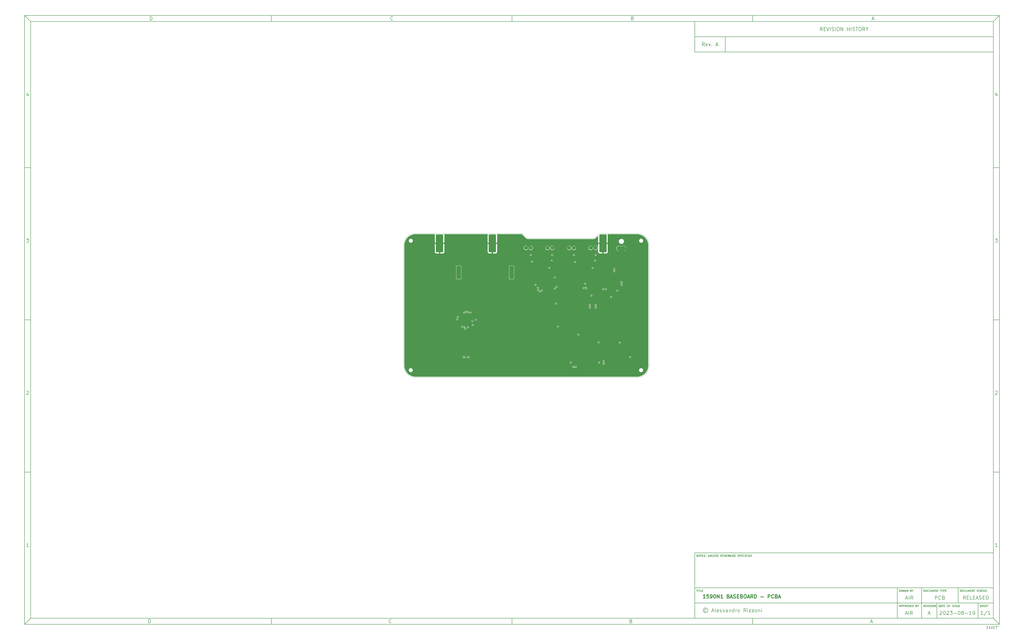
<source format=gbr>
%TF.GenerationSoftware,KiCad,Pcbnew,7.0.7*%
%TF.CreationDate,2023-09-27T18:03:17-04:00*%
%TF.ProjectId,baseboard,62617365-626f-4617-9264-2e6b69636164,A*%
%TF.SameCoordinates,Original*%
%TF.FileFunction,Copper,L6,Bot*%
%TF.FilePolarity,Positive*%
%FSLAX46Y46*%
G04 Gerber Fmt 4.6, Leading zero omitted, Abs format (unit mm)*
G04 Created by KiCad (PCBNEW 7.0.7) date 2023-09-27 18:03:17*
%MOMM*%
%LPD*%
G01*
G04 APERTURE LIST*
G04 Aperture macros list*
%AMRoundRect*
0 Rectangle with rounded corners*
0 $1 Rounding radius*
0 $2 $3 $4 $5 $6 $7 $8 $9 X,Y pos of 4 corners*
0 Add a 4 corners polygon primitive as box body*
4,1,4,$2,$3,$4,$5,$6,$7,$8,$9,$2,$3,0*
0 Add four circle primitives for the rounded corners*
1,1,$1+$1,$2,$3*
1,1,$1+$1,$4,$5*
1,1,$1+$1,$6,$7*
1,1,$1+$1,$8,$9*
0 Add four rect primitives between the rounded corners*
20,1,$1+$1,$2,$3,$4,$5,0*
20,1,$1+$1,$4,$5,$6,$7,0*
20,1,$1+$1,$6,$7,$8,$9,0*
20,1,$1+$1,$8,$9,$2,$3,0*%
G04 Aperture macros list end*
%ADD10C,0.100000*%
%ADD11C,0.150000*%
%ADD12C,0.300000*%
%TA.AperFunction,EtchedComponent*%
%ADD13C,0.200000*%
%TD*%
%TA.AperFunction,ComponentPad*%
%ADD14C,1.600000*%
%TD*%
%TA.AperFunction,ComponentPad*%
%ADD15O,4.500000X2.250000*%
%TD*%
%TA.AperFunction,ComponentPad*%
%ADD16O,4.000000X2.000000*%
%TD*%
%TA.AperFunction,ComponentPad*%
%ADD17O,2.000000X4.000000*%
%TD*%
%TA.AperFunction,ComponentPad*%
%ADD18RoundRect,0.500000X-0.500000X-2.300000X0.500000X-2.300000X0.500000X2.300000X-0.500000X2.300000X0*%
%TD*%
%TA.AperFunction,ComponentPad*%
%ADD19C,0.600000*%
%TD*%
%TA.AperFunction,SMDPad,CuDef*%
%ADD20RoundRect,0.300000X1.200000X3.450000X-1.200000X3.450000X-1.200000X-3.450000X1.200000X-3.450000X0*%
%TD*%
%TA.AperFunction,ViaPad*%
%ADD21C,0.550000*%
%TD*%
%TA.AperFunction,Profile*%
%ADD22C,0.050000*%
%TD*%
G04 APERTURE END LIST*
D10*
D11*
X412213572Y-262654128D02*
X411356429Y-262654128D01*
X411785000Y-262654128D02*
X411785000Y-261154128D01*
X411785000Y-261154128D02*
X411642143Y-261368414D01*
X411642143Y-261368414D02*
X411499286Y-261511271D01*
X411499286Y-261511271D02*
X411356429Y-261582700D01*
X413927857Y-261082700D02*
X412642143Y-263011271D01*
X415213572Y-262654128D02*
X414356429Y-262654128D01*
X414785000Y-262654128D02*
X414785000Y-261154128D01*
X414785000Y-261154128D02*
X414642143Y-261368414D01*
X414642143Y-261368414D02*
X414499286Y-261511271D01*
X414499286Y-261511271D02*
X414356429Y-261582700D01*
D10*
D11*
X292809874Y-252259295D02*
X293267017Y-252259295D01*
X293038445Y-253059295D02*
X293038445Y-252259295D01*
X293533684Y-253059295D02*
X293533684Y-252259295D01*
X293800350Y-252259295D02*
X294257493Y-252259295D01*
X294028921Y-253059295D02*
X294028921Y-252259295D01*
X294905112Y-253059295D02*
X294524160Y-253059295D01*
X294524160Y-253059295D02*
X294524160Y-252259295D01*
X295171779Y-252640247D02*
X295438445Y-252640247D01*
X295552731Y-253059295D02*
X295171779Y-253059295D01*
X295171779Y-253059295D02*
X295171779Y-252259295D01*
X295171779Y-252259295D02*
X295552731Y-252259295D01*
D10*
D11*
X387996303Y-259409295D02*
X387729636Y-259028342D01*
X387539160Y-259409295D02*
X387539160Y-258609295D01*
X387539160Y-258609295D02*
X387843922Y-258609295D01*
X387843922Y-258609295D02*
X387920112Y-258647390D01*
X387920112Y-258647390D02*
X387958207Y-258685485D01*
X387958207Y-258685485D02*
X387996303Y-258761676D01*
X387996303Y-258761676D02*
X387996303Y-258875961D01*
X387996303Y-258875961D02*
X387958207Y-258952152D01*
X387958207Y-258952152D02*
X387920112Y-258990247D01*
X387920112Y-258990247D02*
X387843922Y-259028342D01*
X387843922Y-259028342D02*
X387539160Y-259028342D01*
X388339160Y-258990247D02*
X388605826Y-258990247D01*
X388720112Y-259409295D02*
X388339160Y-259409295D01*
X388339160Y-259409295D02*
X388339160Y-258609295D01*
X388339160Y-258609295D02*
X388720112Y-258609295D01*
X388948684Y-258609295D02*
X389215351Y-259409295D01*
X389215351Y-259409295D02*
X389482017Y-258609295D01*
X389748684Y-259409295D02*
X389748684Y-258609295D01*
X390091540Y-259371200D02*
X390205826Y-259409295D01*
X390205826Y-259409295D02*
X390396302Y-259409295D01*
X390396302Y-259409295D02*
X390472493Y-259371200D01*
X390472493Y-259371200D02*
X390510588Y-259333104D01*
X390510588Y-259333104D02*
X390548683Y-259256914D01*
X390548683Y-259256914D02*
X390548683Y-259180723D01*
X390548683Y-259180723D02*
X390510588Y-259104533D01*
X390510588Y-259104533D02*
X390472493Y-259066438D01*
X390472493Y-259066438D02*
X390396302Y-259028342D01*
X390396302Y-259028342D02*
X390243921Y-258990247D01*
X390243921Y-258990247D02*
X390167731Y-258952152D01*
X390167731Y-258952152D02*
X390129636Y-258914057D01*
X390129636Y-258914057D02*
X390091540Y-258837866D01*
X390091540Y-258837866D02*
X390091540Y-258761676D01*
X390091540Y-258761676D02*
X390129636Y-258685485D01*
X390129636Y-258685485D02*
X390167731Y-258647390D01*
X390167731Y-258647390D02*
X390243921Y-258609295D01*
X390243921Y-258609295D02*
X390434398Y-258609295D01*
X390434398Y-258609295D02*
X390548683Y-258647390D01*
X390891541Y-259409295D02*
X390891541Y-258609295D01*
X391424874Y-258609295D02*
X391577255Y-258609295D01*
X391577255Y-258609295D02*
X391653445Y-258647390D01*
X391653445Y-258647390D02*
X391729636Y-258723580D01*
X391729636Y-258723580D02*
X391767731Y-258875961D01*
X391767731Y-258875961D02*
X391767731Y-259142628D01*
X391767731Y-259142628D02*
X391729636Y-259295009D01*
X391729636Y-259295009D02*
X391653445Y-259371200D01*
X391653445Y-259371200D02*
X391577255Y-259409295D01*
X391577255Y-259409295D02*
X391424874Y-259409295D01*
X391424874Y-259409295D02*
X391348683Y-259371200D01*
X391348683Y-259371200D02*
X391272493Y-259295009D01*
X391272493Y-259295009D02*
X391234397Y-259142628D01*
X391234397Y-259142628D02*
X391234397Y-258875961D01*
X391234397Y-258875961D02*
X391272493Y-258723580D01*
X391272493Y-258723580D02*
X391348683Y-258647390D01*
X391348683Y-258647390D02*
X391424874Y-258609295D01*
X392110588Y-259409295D02*
X392110588Y-258609295D01*
X392110588Y-258609295D02*
X392567731Y-259409295D01*
X392567731Y-259409295D02*
X392567731Y-258609295D01*
D10*
D11*
X393889160Y-259409295D02*
X393889160Y-258609295D01*
X393889160Y-258609295D02*
X394079636Y-258609295D01*
X394079636Y-258609295D02*
X394193922Y-258647390D01*
X394193922Y-258647390D02*
X394270112Y-258723580D01*
X394270112Y-258723580D02*
X394308207Y-258799771D01*
X394308207Y-258799771D02*
X394346303Y-258952152D01*
X394346303Y-258952152D02*
X394346303Y-259066438D01*
X394346303Y-259066438D02*
X394308207Y-259218819D01*
X394308207Y-259218819D02*
X394270112Y-259295009D01*
X394270112Y-259295009D02*
X394193922Y-259371200D01*
X394193922Y-259371200D02*
X394079636Y-259409295D01*
X394079636Y-259409295D02*
X393889160Y-259409295D01*
X394651064Y-259180723D02*
X395032017Y-259180723D01*
X394574874Y-259409295D02*
X394841541Y-258609295D01*
X394841541Y-258609295D02*
X395108207Y-259409295D01*
X395260588Y-258609295D02*
X395717731Y-258609295D01*
X395489159Y-259409295D02*
X395489159Y-258609295D01*
X395984398Y-258990247D02*
X396251064Y-258990247D01*
X396365350Y-259409295D02*
X395984398Y-259409295D01*
X395984398Y-259409295D02*
X395984398Y-258609295D01*
X395984398Y-258609295D02*
X396365350Y-258609295D01*
X397470113Y-258609295D02*
X397622494Y-258609295D01*
X397622494Y-258609295D02*
X397698684Y-258647390D01*
X397698684Y-258647390D02*
X397774875Y-258723580D01*
X397774875Y-258723580D02*
X397812970Y-258875961D01*
X397812970Y-258875961D02*
X397812970Y-259142628D01*
X397812970Y-259142628D02*
X397774875Y-259295009D01*
X397774875Y-259295009D02*
X397698684Y-259371200D01*
X397698684Y-259371200D02*
X397622494Y-259409295D01*
X397622494Y-259409295D02*
X397470113Y-259409295D01*
X397470113Y-259409295D02*
X397393922Y-259371200D01*
X397393922Y-259371200D02*
X397317732Y-259295009D01*
X397317732Y-259295009D02*
X397279636Y-259142628D01*
X397279636Y-259142628D02*
X397279636Y-258875961D01*
X397279636Y-258875961D02*
X397317732Y-258723580D01*
X397317732Y-258723580D02*
X397393922Y-258647390D01*
X397393922Y-258647390D02*
X397470113Y-258609295D01*
X398422493Y-258990247D02*
X398155827Y-258990247D01*
X398155827Y-259409295D02*
X398155827Y-258609295D01*
X398155827Y-258609295D02*
X398536779Y-258609295D01*
X399451065Y-259409295D02*
X399451065Y-258609295D01*
X399793921Y-259371200D02*
X399908207Y-259409295D01*
X399908207Y-259409295D02*
X400098683Y-259409295D01*
X400098683Y-259409295D02*
X400174874Y-259371200D01*
X400174874Y-259371200D02*
X400212969Y-259333104D01*
X400212969Y-259333104D02*
X400251064Y-259256914D01*
X400251064Y-259256914D02*
X400251064Y-259180723D01*
X400251064Y-259180723D02*
X400212969Y-259104533D01*
X400212969Y-259104533D02*
X400174874Y-259066438D01*
X400174874Y-259066438D02*
X400098683Y-259028342D01*
X400098683Y-259028342D02*
X399946302Y-258990247D01*
X399946302Y-258990247D02*
X399870112Y-258952152D01*
X399870112Y-258952152D02*
X399832017Y-258914057D01*
X399832017Y-258914057D02*
X399793921Y-258837866D01*
X399793921Y-258837866D02*
X399793921Y-258761676D01*
X399793921Y-258761676D02*
X399832017Y-258685485D01*
X399832017Y-258685485D02*
X399870112Y-258647390D01*
X399870112Y-258647390D02*
X399946302Y-258609295D01*
X399946302Y-258609295D02*
X400136779Y-258609295D01*
X400136779Y-258609295D02*
X400251064Y-258647390D01*
X400555826Y-259371200D02*
X400670112Y-259409295D01*
X400670112Y-259409295D02*
X400860588Y-259409295D01*
X400860588Y-259409295D02*
X400936779Y-259371200D01*
X400936779Y-259371200D02*
X400974874Y-259333104D01*
X400974874Y-259333104D02*
X401012969Y-259256914D01*
X401012969Y-259256914D02*
X401012969Y-259180723D01*
X401012969Y-259180723D02*
X400974874Y-259104533D01*
X400974874Y-259104533D02*
X400936779Y-259066438D01*
X400936779Y-259066438D02*
X400860588Y-259028342D01*
X400860588Y-259028342D02*
X400708207Y-258990247D01*
X400708207Y-258990247D02*
X400632017Y-258952152D01*
X400632017Y-258952152D02*
X400593922Y-258914057D01*
X400593922Y-258914057D02*
X400555826Y-258837866D01*
X400555826Y-258837866D02*
X400555826Y-258761676D01*
X400555826Y-258761676D02*
X400593922Y-258685485D01*
X400593922Y-258685485D02*
X400632017Y-258647390D01*
X400632017Y-258647390D02*
X400708207Y-258609295D01*
X400708207Y-258609295D02*
X400898684Y-258609295D01*
X400898684Y-258609295D02*
X401012969Y-258647390D01*
X401355827Y-258609295D02*
X401355827Y-259256914D01*
X401355827Y-259256914D02*
X401393922Y-259333104D01*
X401393922Y-259333104D02*
X401432017Y-259371200D01*
X401432017Y-259371200D02*
X401508208Y-259409295D01*
X401508208Y-259409295D02*
X401660589Y-259409295D01*
X401660589Y-259409295D02*
X401736779Y-259371200D01*
X401736779Y-259371200D02*
X401774874Y-259333104D01*
X401774874Y-259333104D02*
X401812970Y-259256914D01*
X401812970Y-259256914D02*
X401812970Y-258609295D01*
X402193922Y-258990247D02*
X402460588Y-258990247D01*
X402574874Y-259409295D02*
X402193922Y-259409295D01*
X402193922Y-259409295D02*
X402193922Y-258609295D01*
X402193922Y-258609295D02*
X402574874Y-258609295D01*
D10*
D11*
X410996064Y-259371200D02*
X411110350Y-259409295D01*
X411110350Y-259409295D02*
X411300826Y-259409295D01*
X411300826Y-259409295D02*
X411377017Y-259371200D01*
X411377017Y-259371200D02*
X411415112Y-259333104D01*
X411415112Y-259333104D02*
X411453207Y-259256914D01*
X411453207Y-259256914D02*
X411453207Y-259180723D01*
X411453207Y-259180723D02*
X411415112Y-259104533D01*
X411415112Y-259104533D02*
X411377017Y-259066438D01*
X411377017Y-259066438D02*
X411300826Y-259028342D01*
X411300826Y-259028342D02*
X411148445Y-258990247D01*
X411148445Y-258990247D02*
X411072255Y-258952152D01*
X411072255Y-258952152D02*
X411034160Y-258914057D01*
X411034160Y-258914057D02*
X410996064Y-258837866D01*
X410996064Y-258837866D02*
X410996064Y-258761676D01*
X410996064Y-258761676D02*
X411034160Y-258685485D01*
X411034160Y-258685485D02*
X411072255Y-258647390D01*
X411072255Y-258647390D02*
X411148445Y-258609295D01*
X411148445Y-258609295D02*
X411338922Y-258609295D01*
X411338922Y-258609295D02*
X411453207Y-258647390D01*
X411796065Y-259409295D02*
X411796065Y-258609295D01*
X411796065Y-258990247D02*
X412253208Y-258990247D01*
X412253208Y-259409295D02*
X412253208Y-258609295D01*
X412634160Y-258990247D02*
X412900826Y-258990247D01*
X413015112Y-259409295D02*
X412634160Y-259409295D01*
X412634160Y-259409295D02*
X412634160Y-258609295D01*
X412634160Y-258609295D02*
X413015112Y-258609295D01*
X413357970Y-258990247D02*
X413624636Y-258990247D01*
X413738922Y-259409295D02*
X413357970Y-259409295D01*
X413357970Y-259409295D02*
X413357970Y-258609295D01*
X413357970Y-258609295D02*
X413738922Y-258609295D01*
X413967494Y-258609295D02*
X414424637Y-258609295D01*
X414196065Y-259409295D02*
X414196065Y-258609295D01*
D10*
D11*
X392342142Y-256304128D02*
X392342142Y-254804128D01*
X392342142Y-254804128D02*
X392913571Y-254804128D01*
X392913571Y-254804128D02*
X393056428Y-254875557D01*
X393056428Y-254875557D02*
X393127857Y-254946985D01*
X393127857Y-254946985D02*
X393199285Y-255089842D01*
X393199285Y-255089842D02*
X393199285Y-255304128D01*
X393199285Y-255304128D02*
X393127857Y-255446985D01*
X393127857Y-255446985D02*
X393056428Y-255518414D01*
X393056428Y-255518414D02*
X392913571Y-255589842D01*
X392913571Y-255589842D02*
X392342142Y-255589842D01*
X394699285Y-256161271D02*
X394627857Y-256232700D01*
X394627857Y-256232700D02*
X394413571Y-256304128D01*
X394413571Y-256304128D02*
X394270714Y-256304128D01*
X394270714Y-256304128D02*
X394056428Y-256232700D01*
X394056428Y-256232700D02*
X393913571Y-256089842D01*
X393913571Y-256089842D02*
X393842142Y-255946985D01*
X393842142Y-255946985D02*
X393770714Y-255661271D01*
X393770714Y-255661271D02*
X393770714Y-255446985D01*
X393770714Y-255446985D02*
X393842142Y-255161271D01*
X393842142Y-255161271D02*
X393913571Y-255018414D01*
X393913571Y-255018414D02*
X394056428Y-254875557D01*
X394056428Y-254875557D02*
X394270714Y-254804128D01*
X394270714Y-254804128D02*
X394413571Y-254804128D01*
X394413571Y-254804128D02*
X394627857Y-254875557D01*
X394627857Y-254875557D02*
X394699285Y-254946985D01*
X395842142Y-255518414D02*
X396056428Y-255589842D01*
X396056428Y-255589842D02*
X396127857Y-255661271D01*
X396127857Y-255661271D02*
X396199285Y-255804128D01*
X396199285Y-255804128D02*
X396199285Y-256018414D01*
X396199285Y-256018414D02*
X396127857Y-256161271D01*
X396127857Y-256161271D02*
X396056428Y-256232700D01*
X396056428Y-256232700D02*
X395913571Y-256304128D01*
X395913571Y-256304128D02*
X395342142Y-256304128D01*
X395342142Y-256304128D02*
X395342142Y-254804128D01*
X395342142Y-254804128D02*
X395842142Y-254804128D01*
X395842142Y-254804128D02*
X395985000Y-254875557D01*
X395985000Y-254875557D02*
X396056428Y-254946985D01*
X396056428Y-254946985D02*
X396127857Y-255089842D01*
X396127857Y-255089842D02*
X396127857Y-255232700D01*
X396127857Y-255232700D02*
X396056428Y-255375557D01*
X396056428Y-255375557D02*
X395985000Y-255446985D01*
X395985000Y-255446985D02*
X395842142Y-255518414D01*
X395842142Y-255518414D02*
X395342142Y-255518414D01*
D10*
D11*
X377468064Y-259180723D02*
X377849017Y-259180723D01*
X377391874Y-259409295D02*
X377658541Y-258609295D01*
X377658541Y-258609295D02*
X377925207Y-259409295D01*
X378191874Y-259409295D02*
X378191874Y-258609295D01*
X378191874Y-258609295D02*
X378496636Y-258609295D01*
X378496636Y-258609295D02*
X378572826Y-258647390D01*
X378572826Y-258647390D02*
X378610921Y-258685485D01*
X378610921Y-258685485D02*
X378649017Y-258761676D01*
X378649017Y-258761676D02*
X378649017Y-258875961D01*
X378649017Y-258875961D02*
X378610921Y-258952152D01*
X378610921Y-258952152D02*
X378572826Y-258990247D01*
X378572826Y-258990247D02*
X378496636Y-259028342D01*
X378496636Y-259028342D02*
X378191874Y-259028342D01*
X378991874Y-259409295D02*
X378991874Y-258609295D01*
X378991874Y-258609295D02*
X379296636Y-258609295D01*
X379296636Y-258609295D02*
X379372826Y-258647390D01*
X379372826Y-258647390D02*
X379410921Y-258685485D01*
X379410921Y-258685485D02*
X379449017Y-258761676D01*
X379449017Y-258761676D02*
X379449017Y-258875961D01*
X379449017Y-258875961D02*
X379410921Y-258952152D01*
X379410921Y-258952152D02*
X379372826Y-258990247D01*
X379372826Y-258990247D02*
X379296636Y-259028342D01*
X379296636Y-259028342D02*
X378991874Y-259028342D01*
X380249017Y-259409295D02*
X379982350Y-259028342D01*
X379791874Y-259409295D02*
X379791874Y-258609295D01*
X379791874Y-258609295D02*
X380096636Y-258609295D01*
X380096636Y-258609295D02*
X380172826Y-258647390D01*
X380172826Y-258647390D02*
X380210921Y-258685485D01*
X380210921Y-258685485D02*
X380249017Y-258761676D01*
X380249017Y-258761676D02*
X380249017Y-258875961D01*
X380249017Y-258875961D02*
X380210921Y-258952152D01*
X380210921Y-258952152D02*
X380172826Y-258990247D01*
X380172826Y-258990247D02*
X380096636Y-259028342D01*
X380096636Y-259028342D02*
X379791874Y-259028342D01*
X380744255Y-258609295D02*
X380896636Y-258609295D01*
X380896636Y-258609295D02*
X380972826Y-258647390D01*
X380972826Y-258647390D02*
X381049017Y-258723580D01*
X381049017Y-258723580D02*
X381087112Y-258875961D01*
X381087112Y-258875961D02*
X381087112Y-259142628D01*
X381087112Y-259142628D02*
X381049017Y-259295009D01*
X381049017Y-259295009D02*
X380972826Y-259371200D01*
X380972826Y-259371200D02*
X380896636Y-259409295D01*
X380896636Y-259409295D02*
X380744255Y-259409295D01*
X380744255Y-259409295D02*
X380668064Y-259371200D01*
X380668064Y-259371200D02*
X380591874Y-259295009D01*
X380591874Y-259295009D02*
X380553778Y-259142628D01*
X380553778Y-259142628D02*
X380553778Y-258875961D01*
X380553778Y-258875961D02*
X380591874Y-258723580D01*
X380591874Y-258723580D02*
X380668064Y-258647390D01*
X380668064Y-258647390D02*
X380744255Y-258609295D01*
X381315683Y-258609295D02*
X381582350Y-259409295D01*
X381582350Y-259409295D02*
X381849016Y-258609295D01*
X382115683Y-258990247D02*
X382382349Y-258990247D01*
X382496635Y-259409295D02*
X382115683Y-259409295D01*
X382115683Y-259409295D02*
X382115683Y-258609295D01*
X382115683Y-258609295D02*
X382496635Y-258609295D01*
X382839493Y-259409295D02*
X382839493Y-258609295D01*
X382839493Y-258609295D02*
X383029969Y-258609295D01*
X383029969Y-258609295D02*
X383144255Y-258647390D01*
X383144255Y-258647390D02*
X383220445Y-258723580D01*
X383220445Y-258723580D02*
X383258540Y-258799771D01*
X383258540Y-258799771D02*
X383296636Y-258952152D01*
X383296636Y-258952152D02*
X383296636Y-259066438D01*
X383296636Y-259066438D02*
X383258540Y-259218819D01*
X383258540Y-259218819D02*
X383220445Y-259295009D01*
X383220445Y-259295009D02*
X383144255Y-259371200D01*
X383144255Y-259371200D02*
X383029969Y-259409295D01*
X383029969Y-259409295D02*
X382839493Y-259409295D01*
X384515683Y-258990247D02*
X384629969Y-259028342D01*
X384629969Y-259028342D02*
X384668064Y-259066438D01*
X384668064Y-259066438D02*
X384706160Y-259142628D01*
X384706160Y-259142628D02*
X384706160Y-259256914D01*
X384706160Y-259256914D02*
X384668064Y-259333104D01*
X384668064Y-259333104D02*
X384629969Y-259371200D01*
X384629969Y-259371200D02*
X384553779Y-259409295D01*
X384553779Y-259409295D02*
X384249017Y-259409295D01*
X384249017Y-259409295D02*
X384249017Y-258609295D01*
X384249017Y-258609295D02*
X384515683Y-258609295D01*
X384515683Y-258609295D02*
X384591874Y-258647390D01*
X384591874Y-258647390D02*
X384629969Y-258685485D01*
X384629969Y-258685485D02*
X384668064Y-258761676D01*
X384668064Y-258761676D02*
X384668064Y-258837866D01*
X384668064Y-258837866D02*
X384629969Y-258914057D01*
X384629969Y-258914057D02*
X384591874Y-258952152D01*
X384591874Y-258952152D02*
X384515683Y-258990247D01*
X384515683Y-258990247D02*
X384249017Y-258990247D01*
X385201398Y-259028342D02*
X385201398Y-259409295D01*
X384934731Y-258609295D02*
X385201398Y-259028342D01*
X385201398Y-259028342D02*
X385468064Y-258609295D01*
D10*
D11*
X296845112Y-260418271D02*
X296702255Y-260346842D01*
X296702255Y-260346842D02*
X296416541Y-260346842D01*
X296416541Y-260346842D02*
X296273684Y-260418271D01*
X296273684Y-260418271D02*
X296130826Y-260561128D01*
X296130826Y-260561128D02*
X296059398Y-260703985D01*
X296059398Y-260703985D02*
X296059398Y-260989700D01*
X296059398Y-260989700D02*
X296130826Y-261132557D01*
X296130826Y-261132557D02*
X296273684Y-261275414D01*
X296273684Y-261275414D02*
X296416541Y-261346842D01*
X296416541Y-261346842D02*
X296702255Y-261346842D01*
X296702255Y-261346842D02*
X296845112Y-261275414D01*
X296559398Y-259846842D02*
X296202255Y-259918271D01*
X296202255Y-259918271D02*
X295845112Y-260132557D01*
X295845112Y-260132557D02*
X295630826Y-260489700D01*
X295630826Y-260489700D02*
X295559398Y-260846842D01*
X295559398Y-260846842D02*
X295630826Y-261203985D01*
X295630826Y-261203985D02*
X295845112Y-261561128D01*
X295845112Y-261561128D02*
X296202255Y-261775414D01*
X296202255Y-261775414D02*
X296559398Y-261846842D01*
X296559398Y-261846842D02*
X296916541Y-261775414D01*
X296916541Y-261775414D02*
X297273684Y-261561128D01*
X297273684Y-261561128D02*
X297487969Y-261203985D01*
X297487969Y-261203985D02*
X297559398Y-260846842D01*
X297559398Y-260846842D02*
X297487969Y-260489700D01*
X297487969Y-260489700D02*
X297273684Y-260132557D01*
X297273684Y-260132557D02*
X296916541Y-259918271D01*
X296916541Y-259918271D02*
X296559398Y-259846842D01*
X299273684Y-261132557D02*
X299987970Y-261132557D01*
X299130827Y-261561128D02*
X299630827Y-260061128D01*
X299630827Y-260061128D02*
X300130827Y-261561128D01*
X300845112Y-261561128D02*
X300702255Y-261489700D01*
X300702255Y-261489700D02*
X300630826Y-261346842D01*
X300630826Y-261346842D02*
X300630826Y-260061128D01*
X301987969Y-261489700D02*
X301845112Y-261561128D01*
X301845112Y-261561128D02*
X301559398Y-261561128D01*
X301559398Y-261561128D02*
X301416540Y-261489700D01*
X301416540Y-261489700D02*
X301345112Y-261346842D01*
X301345112Y-261346842D02*
X301345112Y-260775414D01*
X301345112Y-260775414D02*
X301416540Y-260632557D01*
X301416540Y-260632557D02*
X301559398Y-260561128D01*
X301559398Y-260561128D02*
X301845112Y-260561128D01*
X301845112Y-260561128D02*
X301987969Y-260632557D01*
X301987969Y-260632557D02*
X302059398Y-260775414D01*
X302059398Y-260775414D02*
X302059398Y-260918271D01*
X302059398Y-260918271D02*
X301345112Y-261061128D01*
X302630826Y-261489700D02*
X302773683Y-261561128D01*
X302773683Y-261561128D02*
X303059397Y-261561128D01*
X303059397Y-261561128D02*
X303202254Y-261489700D01*
X303202254Y-261489700D02*
X303273683Y-261346842D01*
X303273683Y-261346842D02*
X303273683Y-261275414D01*
X303273683Y-261275414D02*
X303202254Y-261132557D01*
X303202254Y-261132557D02*
X303059397Y-261061128D01*
X303059397Y-261061128D02*
X302845112Y-261061128D01*
X302845112Y-261061128D02*
X302702254Y-260989700D01*
X302702254Y-260989700D02*
X302630826Y-260846842D01*
X302630826Y-260846842D02*
X302630826Y-260775414D01*
X302630826Y-260775414D02*
X302702254Y-260632557D01*
X302702254Y-260632557D02*
X302845112Y-260561128D01*
X302845112Y-260561128D02*
X303059397Y-260561128D01*
X303059397Y-260561128D02*
X303202254Y-260632557D01*
X303845112Y-261489700D02*
X303987969Y-261561128D01*
X303987969Y-261561128D02*
X304273683Y-261561128D01*
X304273683Y-261561128D02*
X304416540Y-261489700D01*
X304416540Y-261489700D02*
X304487969Y-261346842D01*
X304487969Y-261346842D02*
X304487969Y-261275414D01*
X304487969Y-261275414D02*
X304416540Y-261132557D01*
X304416540Y-261132557D02*
X304273683Y-261061128D01*
X304273683Y-261061128D02*
X304059398Y-261061128D01*
X304059398Y-261061128D02*
X303916540Y-260989700D01*
X303916540Y-260989700D02*
X303845112Y-260846842D01*
X303845112Y-260846842D02*
X303845112Y-260775414D01*
X303845112Y-260775414D02*
X303916540Y-260632557D01*
X303916540Y-260632557D02*
X304059398Y-260561128D01*
X304059398Y-260561128D02*
X304273683Y-260561128D01*
X304273683Y-260561128D02*
X304416540Y-260632557D01*
X305773684Y-261561128D02*
X305773684Y-260775414D01*
X305773684Y-260775414D02*
X305702255Y-260632557D01*
X305702255Y-260632557D02*
X305559398Y-260561128D01*
X305559398Y-260561128D02*
X305273684Y-260561128D01*
X305273684Y-260561128D02*
X305130826Y-260632557D01*
X305773684Y-261489700D02*
X305630826Y-261561128D01*
X305630826Y-261561128D02*
X305273684Y-261561128D01*
X305273684Y-261561128D02*
X305130826Y-261489700D01*
X305130826Y-261489700D02*
X305059398Y-261346842D01*
X305059398Y-261346842D02*
X305059398Y-261203985D01*
X305059398Y-261203985D02*
X305130826Y-261061128D01*
X305130826Y-261061128D02*
X305273684Y-260989700D01*
X305273684Y-260989700D02*
X305630826Y-260989700D01*
X305630826Y-260989700D02*
X305773684Y-260918271D01*
X306487969Y-260561128D02*
X306487969Y-261561128D01*
X306487969Y-260703985D02*
X306559398Y-260632557D01*
X306559398Y-260632557D02*
X306702255Y-260561128D01*
X306702255Y-260561128D02*
X306916541Y-260561128D01*
X306916541Y-260561128D02*
X307059398Y-260632557D01*
X307059398Y-260632557D02*
X307130827Y-260775414D01*
X307130827Y-260775414D02*
X307130827Y-261561128D01*
X308487970Y-261561128D02*
X308487970Y-260061128D01*
X308487970Y-261489700D02*
X308345112Y-261561128D01*
X308345112Y-261561128D02*
X308059398Y-261561128D01*
X308059398Y-261561128D02*
X307916541Y-261489700D01*
X307916541Y-261489700D02*
X307845112Y-261418271D01*
X307845112Y-261418271D02*
X307773684Y-261275414D01*
X307773684Y-261275414D02*
X307773684Y-260846842D01*
X307773684Y-260846842D02*
X307845112Y-260703985D01*
X307845112Y-260703985D02*
X307916541Y-260632557D01*
X307916541Y-260632557D02*
X308059398Y-260561128D01*
X308059398Y-260561128D02*
X308345112Y-260561128D01*
X308345112Y-260561128D02*
X308487970Y-260632557D01*
X309202255Y-261561128D02*
X309202255Y-260561128D01*
X309202255Y-260846842D02*
X309273684Y-260703985D01*
X309273684Y-260703985D02*
X309345113Y-260632557D01*
X309345113Y-260632557D02*
X309487970Y-260561128D01*
X309487970Y-260561128D02*
X309630827Y-260561128D01*
X310345112Y-261561128D02*
X310202255Y-261489700D01*
X310202255Y-261489700D02*
X310130826Y-261418271D01*
X310130826Y-261418271D02*
X310059398Y-261275414D01*
X310059398Y-261275414D02*
X310059398Y-260846842D01*
X310059398Y-260846842D02*
X310130826Y-260703985D01*
X310130826Y-260703985D02*
X310202255Y-260632557D01*
X310202255Y-260632557D02*
X310345112Y-260561128D01*
X310345112Y-260561128D02*
X310559398Y-260561128D01*
X310559398Y-260561128D02*
X310702255Y-260632557D01*
X310702255Y-260632557D02*
X310773684Y-260703985D01*
X310773684Y-260703985D02*
X310845112Y-260846842D01*
X310845112Y-260846842D02*
X310845112Y-261275414D01*
X310845112Y-261275414D02*
X310773684Y-261418271D01*
X310773684Y-261418271D02*
X310702255Y-261489700D01*
X310702255Y-261489700D02*
X310559398Y-261561128D01*
X310559398Y-261561128D02*
X310345112Y-261561128D01*
X313487969Y-261561128D02*
X312987969Y-260846842D01*
X312630826Y-261561128D02*
X312630826Y-260061128D01*
X312630826Y-260061128D02*
X313202255Y-260061128D01*
X313202255Y-260061128D02*
X313345112Y-260132557D01*
X313345112Y-260132557D02*
X313416541Y-260203985D01*
X313416541Y-260203985D02*
X313487969Y-260346842D01*
X313487969Y-260346842D02*
X313487969Y-260561128D01*
X313487969Y-260561128D02*
X313416541Y-260703985D01*
X313416541Y-260703985D02*
X313345112Y-260775414D01*
X313345112Y-260775414D02*
X313202255Y-260846842D01*
X313202255Y-260846842D02*
X312630826Y-260846842D01*
X314130826Y-261561128D02*
X314130826Y-260561128D01*
X314130826Y-260061128D02*
X314059398Y-260132557D01*
X314059398Y-260132557D02*
X314130826Y-260203985D01*
X314130826Y-260203985D02*
X314202255Y-260132557D01*
X314202255Y-260132557D02*
X314130826Y-260061128D01*
X314130826Y-260061128D02*
X314130826Y-260203985D01*
X314702255Y-260561128D02*
X315487970Y-260561128D01*
X315487970Y-260561128D02*
X314702255Y-261561128D01*
X314702255Y-261561128D02*
X315487970Y-261561128D01*
X315916541Y-260561128D02*
X316702256Y-260561128D01*
X316702256Y-260561128D02*
X315916541Y-261561128D01*
X315916541Y-261561128D02*
X316702256Y-261561128D01*
X317487970Y-261561128D02*
X317345113Y-261489700D01*
X317345113Y-261489700D02*
X317273684Y-261418271D01*
X317273684Y-261418271D02*
X317202256Y-261275414D01*
X317202256Y-261275414D02*
X317202256Y-260846842D01*
X317202256Y-260846842D02*
X317273684Y-260703985D01*
X317273684Y-260703985D02*
X317345113Y-260632557D01*
X317345113Y-260632557D02*
X317487970Y-260561128D01*
X317487970Y-260561128D02*
X317702256Y-260561128D01*
X317702256Y-260561128D02*
X317845113Y-260632557D01*
X317845113Y-260632557D02*
X317916542Y-260703985D01*
X317916542Y-260703985D02*
X317987970Y-260846842D01*
X317987970Y-260846842D02*
X317987970Y-261275414D01*
X317987970Y-261275414D02*
X317916542Y-261418271D01*
X317916542Y-261418271D02*
X317845113Y-261489700D01*
X317845113Y-261489700D02*
X317702256Y-261561128D01*
X317702256Y-261561128D02*
X317487970Y-261561128D01*
X318630827Y-260561128D02*
X318630827Y-261561128D01*
X318630827Y-260703985D02*
X318702256Y-260632557D01*
X318702256Y-260632557D02*
X318845113Y-260561128D01*
X318845113Y-260561128D02*
X319059399Y-260561128D01*
X319059399Y-260561128D02*
X319202256Y-260632557D01*
X319202256Y-260632557D02*
X319273685Y-260775414D01*
X319273685Y-260775414D02*
X319273685Y-261561128D01*
X319987970Y-261561128D02*
X319987970Y-260561128D01*
X319987970Y-260061128D02*
X319916542Y-260132557D01*
X319916542Y-260132557D02*
X319987970Y-260203985D01*
X319987970Y-260203985D02*
X320059399Y-260132557D01*
X320059399Y-260132557D02*
X319987970Y-260061128D01*
X319987970Y-260061128D02*
X319987970Y-260203985D01*
D10*
D11*
X380070714Y-255875557D02*
X380785000Y-255875557D01*
X379927857Y-256304128D02*
X380427857Y-254804128D01*
X380427857Y-254804128D02*
X380927857Y-256304128D01*
X381427856Y-256304128D02*
X381427856Y-254804128D01*
X382999285Y-256304128D02*
X382499285Y-255589842D01*
X382142142Y-256304128D02*
X382142142Y-254804128D01*
X382142142Y-254804128D02*
X382713571Y-254804128D01*
X382713571Y-254804128D02*
X382856428Y-254875557D01*
X382856428Y-254875557D02*
X382927857Y-254946985D01*
X382927857Y-254946985D02*
X382999285Y-255089842D01*
X382999285Y-255089842D02*
X382999285Y-255304128D01*
X382999285Y-255304128D02*
X382927857Y-255446985D01*
X382927857Y-255446985D02*
X382856428Y-255518414D01*
X382856428Y-255518414D02*
X382713571Y-255589842D01*
X382713571Y-255589842D02*
X382142142Y-255589842D01*
D10*
D11*
X379943714Y-262225557D02*
X380658000Y-262225557D01*
X379800857Y-262654128D02*
X380300857Y-261154128D01*
X380300857Y-261154128D02*
X380800857Y-262654128D01*
X381300856Y-262654128D02*
X381300856Y-261154128D01*
X382872285Y-262654128D02*
X382372285Y-261939842D01*
X382015142Y-262654128D02*
X382015142Y-261154128D01*
X382015142Y-261154128D02*
X382586571Y-261154128D01*
X382586571Y-261154128D02*
X382729428Y-261225557D01*
X382729428Y-261225557D02*
X382800857Y-261296985D01*
X382800857Y-261296985D02*
X382872285Y-261439842D01*
X382872285Y-261439842D02*
X382872285Y-261654128D01*
X382872285Y-261654128D02*
X382800857Y-261796985D01*
X382800857Y-261796985D02*
X382729428Y-261868414D01*
X382729428Y-261868414D02*
X382586571Y-261939842D01*
X382586571Y-261939842D02*
X382015142Y-261939842D01*
D10*
D11*
X402779160Y-253059295D02*
X402779160Y-252259295D01*
X402779160Y-252259295D02*
X402969636Y-252259295D01*
X402969636Y-252259295D02*
X403083922Y-252297390D01*
X403083922Y-252297390D02*
X403160112Y-252373580D01*
X403160112Y-252373580D02*
X403198207Y-252449771D01*
X403198207Y-252449771D02*
X403236303Y-252602152D01*
X403236303Y-252602152D02*
X403236303Y-252716438D01*
X403236303Y-252716438D02*
X403198207Y-252868819D01*
X403198207Y-252868819D02*
X403160112Y-252945009D01*
X403160112Y-252945009D02*
X403083922Y-253021200D01*
X403083922Y-253021200D02*
X402969636Y-253059295D01*
X402969636Y-253059295D02*
X402779160Y-253059295D01*
X403731541Y-252259295D02*
X403883922Y-252259295D01*
X403883922Y-252259295D02*
X403960112Y-252297390D01*
X403960112Y-252297390D02*
X404036303Y-252373580D01*
X404036303Y-252373580D02*
X404074398Y-252525961D01*
X404074398Y-252525961D02*
X404074398Y-252792628D01*
X404074398Y-252792628D02*
X404036303Y-252945009D01*
X404036303Y-252945009D02*
X403960112Y-253021200D01*
X403960112Y-253021200D02*
X403883922Y-253059295D01*
X403883922Y-253059295D02*
X403731541Y-253059295D01*
X403731541Y-253059295D02*
X403655350Y-253021200D01*
X403655350Y-253021200D02*
X403579160Y-252945009D01*
X403579160Y-252945009D02*
X403541064Y-252792628D01*
X403541064Y-252792628D02*
X403541064Y-252525961D01*
X403541064Y-252525961D02*
X403579160Y-252373580D01*
X403579160Y-252373580D02*
X403655350Y-252297390D01*
X403655350Y-252297390D02*
X403731541Y-252259295D01*
X404874398Y-252983104D02*
X404836302Y-253021200D01*
X404836302Y-253021200D02*
X404722017Y-253059295D01*
X404722017Y-253059295D02*
X404645826Y-253059295D01*
X404645826Y-253059295D02*
X404531540Y-253021200D01*
X404531540Y-253021200D02*
X404455350Y-252945009D01*
X404455350Y-252945009D02*
X404417255Y-252868819D01*
X404417255Y-252868819D02*
X404379159Y-252716438D01*
X404379159Y-252716438D02*
X404379159Y-252602152D01*
X404379159Y-252602152D02*
X404417255Y-252449771D01*
X404417255Y-252449771D02*
X404455350Y-252373580D01*
X404455350Y-252373580D02*
X404531540Y-252297390D01*
X404531540Y-252297390D02*
X404645826Y-252259295D01*
X404645826Y-252259295D02*
X404722017Y-252259295D01*
X404722017Y-252259295D02*
X404836302Y-252297390D01*
X404836302Y-252297390D02*
X404874398Y-252335485D01*
X405217255Y-252259295D02*
X405217255Y-252906914D01*
X405217255Y-252906914D02*
X405255350Y-252983104D01*
X405255350Y-252983104D02*
X405293445Y-253021200D01*
X405293445Y-253021200D02*
X405369636Y-253059295D01*
X405369636Y-253059295D02*
X405522017Y-253059295D01*
X405522017Y-253059295D02*
X405598207Y-253021200D01*
X405598207Y-253021200D02*
X405636302Y-252983104D01*
X405636302Y-252983104D02*
X405674398Y-252906914D01*
X405674398Y-252906914D02*
X405674398Y-252259295D01*
X406055350Y-253059295D02*
X406055350Y-252259295D01*
X406055350Y-252259295D02*
X406322016Y-252830723D01*
X406322016Y-252830723D02*
X406588683Y-252259295D01*
X406588683Y-252259295D02*
X406588683Y-253059295D01*
X406969636Y-252640247D02*
X407236302Y-252640247D01*
X407350588Y-253059295D02*
X406969636Y-253059295D01*
X406969636Y-253059295D02*
X406969636Y-252259295D01*
X406969636Y-252259295D02*
X407350588Y-252259295D01*
X407693446Y-253059295D02*
X407693446Y-252259295D01*
X407693446Y-252259295D02*
X408150589Y-253059295D01*
X408150589Y-253059295D02*
X408150589Y-252259295D01*
X408417255Y-252259295D02*
X408874398Y-252259295D01*
X408645826Y-253059295D02*
X408645826Y-252259295D01*
X409712493Y-253021200D02*
X409826779Y-253059295D01*
X409826779Y-253059295D02*
X410017255Y-253059295D01*
X410017255Y-253059295D02*
X410093446Y-253021200D01*
X410093446Y-253021200D02*
X410131541Y-252983104D01*
X410131541Y-252983104D02*
X410169636Y-252906914D01*
X410169636Y-252906914D02*
X410169636Y-252830723D01*
X410169636Y-252830723D02*
X410131541Y-252754533D01*
X410131541Y-252754533D02*
X410093446Y-252716438D01*
X410093446Y-252716438D02*
X410017255Y-252678342D01*
X410017255Y-252678342D02*
X409864874Y-252640247D01*
X409864874Y-252640247D02*
X409788684Y-252602152D01*
X409788684Y-252602152D02*
X409750589Y-252564057D01*
X409750589Y-252564057D02*
X409712493Y-252487866D01*
X409712493Y-252487866D02*
X409712493Y-252411676D01*
X409712493Y-252411676D02*
X409750589Y-252335485D01*
X409750589Y-252335485D02*
X409788684Y-252297390D01*
X409788684Y-252297390D02*
X409864874Y-252259295D01*
X409864874Y-252259295D02*
X410055351Y-252259295D01*
X410055351Y-252259295D02*
X410169636Y-252297390D01*
X410398208Y-252259295D02*
X410855351Y-252259295D01*
X410626779Y-253059295D02*
X410626779Y-252259295D01*
X411083922Y-252830723D02*
X411464875Y-252830723D01*
X411007732Y-253059295D02*
X411274399Y-252259295D01*
X411274399Y-252259295D02*
X411541065Y-253059295D01*
X411693446Y-252259295D02*
X412150589Y-252259295D01*
X411922017Y-253059295D02*
X411922017Y-252259295D01*
X412417256Y-252259295D02*
X412417256Y-252906914D01*
X412417256Y-252906914D02*
X412455351Y-252983104D01*
X412455351Y-252983104D02*
X412493446Y-253021200D01*
X412493446Y-253021200D02*
X412569637Y-253059295D01*
X412569637Y-253059295D02*
X412722018Y-253059295D01*
X412722018Y-253059295D02*
X412798208Y-253021200D01*
X412798208Y-253021200D02*
X412836303Y-252983104D01*
X412836303Y-252983104D02*
X412874399Y-252906914D01*
X412874399Y-252906914D02*
X412874399Y-252259295D01*
X413217255Y-253021200D02*
X413331541Y-253059295D01*
X413331541Y-253059295D02*
X413522017Y-253059295D01*
X413522017Y-253059295D02*
X413598208Y-253021200D01*
X413598208Y-253021200D02*
X413636303Y-252983104D01*
X413636303Y-252983104D02*
X413674398Y-252906914D01*
X413674398Y-252906914D02*
X413674398Y-252830723D01*
X413674398Y-252830723D02*
X413636303Y-252754533D01*
X413636303Y-252754533D02*
X413598208Y-252716438D01*
X413598208Y-252716438D02*
X413522017Y-252678342D01*
X413522017Y-252678342D02*
X413369636Y-252640247D01*
X413369636Y-252640247D02*
X413293446Y-252602152D01*
X413293446Y-252602152D02*
X413255351Y-252564057D01*
X413255351Y-252564057D02*
X413217255Y-252487866D01*
X413217255Y-252487866D02*
X413217255Y-252411676D01*
X413217255Y-252411676D02*
X413255351Y-252335485D01*
X413255351Y-252335485D02*
X413293446Y-252297390D01*
X413293446Y-252297390D02*
X413369636Y-252259295D01*
X413369636Y-252259295D02*
X413560113Y-252259295D01*
X413560113Y-252259295D02*
X413674398Y-252297390D01*
D10*
D11*
X377379160Y-253059295D02*
X377379160Y-252259295D01*
X377379160Y-252259295D02*
X377569636Y-252259295D01*
X377569636Y-252259295D02*
X377683922Y-252297390D01*
X377683922Y-252297390D02*
X377760112Y-252373580D01*
X377760112Y-252373580D02*
X377798207Y-252449771D01*
X377798207Y-252449771D02*
X377836303Y-252602152D01*
X377836303Y-252602152D02*
X377836303Y-252716438D01*
X377836303Y-252716438D02*
X377798207Y-252868819D01*
X377798207Y-252868819D02*
X377760112Y-252945009D01*
X377760112Y-252945009D02*
X377683922Y-253021200D01*
X377683922Y-253021200D02*
X377569636Y-253059295D01*
X377569636Y-253059295D02*
X377379160Y-253059295D01*
X378636303Y-253059295D02*
X378369636Y-252678342D01*
X378179160Y-253059295D02*
X378179160Y-252259295D01*
X378179160Y-252259295D02*
X378483922Y-252259295D01*
X378483922Y-252259295D02*
X378560112Y-252297390D01*
X378560112Y-252297390D02*
X378598207Y-252335485D01*
X378598207Y-252335485D02*
X378636303Y-252411676D01*
X378636303Y-252411676D02*
X378636303Y-252525961D01*
X378636303Y-252525961D02*
X378598207Y-252602152D01*
X378598207Y-252602152D02*
X378560112Y-252640247D01*
X378560112Y-252640247D02*
X378483922Y-252678342D01*
X378483922Y-252678342D02*
X378179160Y-252678342D01*
X378941064Y-252830723D02*
X379322017Y-252830723D01*
X378864874Y-253059295D02*
X379131541Y-252259295D01*
X379131541Y-252259295D02*
X379398207Y-253059295D01*
X379588683Y-252259295D02*
X379779159Y-253059295D01*
X379779159Y-253059295D02*
X379931540Y-252487866D01*
X379931540Y-252487866D02*
X380083921Y-253059295D01*
X380083921Y-253059295D02*
X380274398Y-252259295D01*
X380579160Y-253059295D02*
X380579160Y-252259295D01*
X380579160Y-252259295D02*
X381036303Y-253059295D01*
X381036303Y-253059295D02*
X381036303Y-252259295D01*
X382293445Y-252640247D02*
X382407731Y-252678342D01*
X382407731Y-252678342D02*
X382445826Y-252716438D01*
X382445826Y-252716438D02*
X382483922Y-252792628D01*
X382483922Y-252792628D02*
X382483922Y-252906914D01*
X382483922Y-252906914D02*
X382445826Y-252983104D01*
X382445826Y-252983104D02*
X382407731Y-253021200D01*
X382407731Y-253021200D02*
X382331541Y-253059295D01*
X382331541Y-253059295D02*
X382026779Y-253059295D01*
X382026779Y-253059295D02*
X382026779Y-252259295D01*
X382026779Y-252259295D02*
X382293445Y-252259295D01*
X382293445Y-252259295D02*
X382369636Y-252297390D01*
X382369636Y-252297390D02*
X382407731Y-252335485D01*
X382407731Y-252335485D02*
X382445826Y-252411676D01*
X382445826Y-252411676D02*
X382445826Y-252487866D01*
X382445826Y-252487866D02*
X382407731Y-252564057D01*
X382407731Y-252564057D02*
X382369636Y-252602152D01*
X382369636Y-252602152D02*
X382293445Y-252640247D01*
X382293445Y-252640247D02*
X382026779Y-252640247D01*
X382979160Y-252678342D02*
X382979160Y-253059295D01*
X382712493Y-252259295D02*
X382979160Y-252678342D01*
X382979160Y-252678342D02*
X383245826Y-252259295D01*
D10*
D11*
X387539160Y-253059295D02*
X387539160Y-252259295D01*
X387539160Y-252259295D02*
X387729636Y-252259295D01*
X387729636Y-252259295D02*
X387843922Y-252297390D01*
X387843922Y-252297390D02*
X387920112Y-252373580D01*
X387920112Y-252373580D02*
X387958207Y-252449771D01*
X387958207Y-252449771D02*
X387996303Y-252602152D01*
X387996303Y-252602152D02*
X387996303Y-252716438D01*
X387996303Y-252716438D02*
X387958207Y-252868819D01*
X387958207Y-252868819D02*
X387920112Y-252945009D01*
X387920112Y-252945009D02*
X387843922Y-253021200D01*
X387843922Y-253021200D02*
X387729636Y-253059295D01*
X387729636Y-253059295D02*
X387539160Y-253059295D01*
X388491541Y-252259295D02*
X388643922Y-252259295D01*
X388643922Y-252259295D02*
X388720112Y-252297390D01*
X388720112Y-252297390D02*
X388796303Y-252373580D01*
X388796303Y-252373580D02*
X388834398Y-252525961D01*
X388834398Y-252525961D02*
X388834398Y-252792628D01*
X388834398Y-252792628D02*
X388796303Y-252945009D01*
X388796303Y-252945009D02*
X388720112Y-253021200D01*
X388720112Y-253021200D02*
X388643922Y-253059295D01*
X388643922Y-253059295D02*
X388491541Y-253059295D01*
X388491541Y-253059295D02*
X388415350Y-253021200D01*
X388415350Y-253021200D02*
X388339160Y-252945009D01*
X388339160Y-252945009D02*
X388301064Y-252792628D01*
X388301064Y-252792628D02*
X388301064Y-252525961D01*
X388301064Y-252525961D02*
X388339160Y-252373580D01*
X388339160Y-252373580D02*
X388415350Y-252297390D01*
X388415350Y-252297390D02*
X388491541Y-252259295D01*
X389634398Y-252983104D02*
X389596302Y-253021200D01*
X389596302Y-253021200D02*
X389482017Y-253059295D01*
X389482017Y-253059295D02*
X389405826Y-253059295D01*
X389405826Y-253059295D02*
X389291540Y-253021200D01*
X389291540Y-253021200D02*
X389215350Y-252945009D01*
X389215350Y-252945009D02*
X389177255Y-252868819D01*
X389177255Y-252868819D02*
X389139159Y-252716438D01*
X389139159Y-252716438D02*
X389139159Y-252602152D01*
X389139159Y-252602152D02*
X389177255Y-252449771D01*
X389177255Y-252449771D02*
X389215350Y-252373580D01*
X389215350Y-252373580D02*
X389291540Y-252297390D01*
X389291540Y-252297390D02*
X389405826Y-252259295D01*
X389405826Y-252259295D02*
X389482017Y-252259295D01*
X389482017Y-252259295D02*
X389596302Y-252297390D01*
X389596302Y-252297390D02*
X389634398Y-252335485D01*
X389977255Y-252259295D02*
X389977255Y-252906914D01*
X389977255Y-252906914D02*
X390015350Y-252983104D01*
X390015350Y-252983104D02*
X390053445Y-253021200D01*
X390053445Y-253021200D02*
X390129636Y-253059295D01*
X390129636Y-253059295D02*
X390282017Y-253059295D01*
X390282017Y-253059295D02*
X390358207Y-253021200D01*
X390358207Y-253021200D02*
X390396302Y-252983104D01*
X390396302Y-252983104D02*
X390434398Y-252906914D01*
X390434398Y-252906914D02*
X390434398Y-252259295D01*
X390815350Y-253059295D02*
X390815350Y-252259295D01*
X390815350Y-252259295D02*
X391082016Y-252830723D01*
X391082016Y-252830723D02*
X391348683Y-252259295D01*
X391348683Y-252259295D02*
X391348683Y-253059295D01*
X391729636Y-252640247D02*
X391996302Y-252640247D01*
X392110588Y-253059295D02*
X391729636Y-253059295D01*
X391729636Y-253059295D02*
X391729636Y-252259295D01*
X391729636Y-252259295D02*
X392110588Y-252259295D01*
X392453446Y-253059295D02*
X392453446Y-252259295D01*
X392453446Y-252259295D02*
X392910589Y-253059295D01*
X392910589Y-253059295D02*
X392910589Y-252259295D01*
X393177255Y-252259295D02*
X393634398Y-252259295D01*
X393405826Y-253059295D02*
X393405826Y-252259295D01*
X394396303Y-252259295D02*
X394853446Y-252259295D01*
X394624874Y-253059295D02*
X394624874Y-252259295D01*
X395272494Y-252678342D02*
X395272494Y-253059295D01*
X395005827Y-252259295D02*
X395272494Y-252678342D01*
X395272494Y-252678342D02*
X395539160Y-252259295D01*
X395805827Y-253059295D02*
X395805827Y-252259295D01*
X395805827Y-252259295D02*
X396110589Y-252259295D01*
X396110589Y-252259295D02*
X396186779Y-252297390D01*
X396186779Y-252297390D02*
X396224874Y-252335485D01*
X396224874Y-252335485D02*
X396262970Y-252411676D01*
X396262970Y-252411676D02*
X396262970Y-252525961D01*
X396262970Y-252525961D02*
X396224874Y-252602152D01*
X396224874Y-252602152D02*
X396186779Y-252640247D01*
X396186779Y-252640247D02*
X396110589Y-252678342D01*
X396110589Y-252678342D02*
X395805827Y-252678342D01*
X396605827Y-252640247D02*
X396872493Y-252640247D01*
X396986779Y-253059295D02*
X396605827Y-253059295D01*
X396605827Y-253059295D02*
X396605827Y-252259295D01*
X396605827Y-252259295D02*
X396986779Y-252259295D01*
D10*
D11*
X404935285Y-256304128D02*
X404435285Y-255589842D01*
X404078142Y-256304128D02*
X404078142Y-254804128D01*
X404078142Y-254804128D02*
X404649571Y-254804128D01*
X404649571Y-254804128D02*
X404792428Y-254875557D01*
X404792428Y-254875557D02*
X404863857Y-254946985D01*
X404863857Y-254946985D02*
X404935285Y-255089842D01*
X404935285Y-255089842D02*
X404935285Y-255304128D01*
X404935285Y-255304128D02*
X404863857Y-255446985D01*
X404863857Y-255446985D02*
X404792428Y-255518414D01*
X404792428Y-255518414D02*
X404649571Y-255589842D01*
X404649571Y-255589842D02*
X404078142Y-255589842D01*
X405578142Y-255518414D02*
X406078142Y-255518414D01*
X406292428Y-256304128D02*
X405578142Y-256304128D01*
X405578142Y-256304128D02*
X405578142Y-254804128D01*
X405578142Y-254804128D02*
X406292428Y-254804128D01*
X407649571Y-256304128D02*
X406935285Y-256304128D01*
X406935285Y-256304128D02*
X406935285Y-254804128D01*
X408149571Y-255518414D02*
X408649571Y-255518414D01*
X408863857Y-256304128D02*
X408149571Y-256304128D01*
X408149571Y-256304128D02*
X408149571Y-254804128D01*
X408149571Y-254804128D02*
X408863857Y-254804128D01*
X409435286Y-255875557D02*
X410149572Y-255875557D01*
X409292429Y-256304128D02*
X409792429Y-254804128D01*
X409792429Y-254804128D02*
X410292429Y-256304128D01*
X410721000Y-256232700D02*
X410935286Y-256304128D01*
X410935286Y-256304128D02*
X411292428Y-256304128D01*
X411292428Y-256304128D02*
X411435286Y-256232700D01*
X411435286Y-256232700D02*
X411506714Y-256161271D01*
X411506714Y-256161271D02*
X411578143Y-256018414D01*
X411578143Y-256018414D02*
X411578143Y-255875557D01*
X411578143Y-255875557D02*
X411506714Y-255732700D01*
X411506714Y-255732700D02*
X411435286Y-255661271D01*
X411435286Y-255661271D02*
X411292428Y-255589842D01*
X411292428Y-255589842D02*
X411006714Y-255518414D01*
X411006714Y-255518414D02*
X410863857Y-255446985D01*
X410863857Y-255446985D02*
X410792428Y-255375557D01*
X410792428Y-255375557D02*
X410721000Y-255232700D01*
X410721000Y-255232700D02*
X410721000Y-255089842D01*
X410721000Y-255089842D02*
X410792428Y-254946985D01*
X410792428Y-254946985D02*
X410863857Y-254875557D01*
X410863857Y-254875557D02*
X411006714Y-254804128D01*
X411006714Y-254804128D02*
X411363857Y-254804128D01*
X411363857Y-254804128D02*
X411578143Y-254875557D01*
X412220999Y-255518414D02*
X412720999Y-255518414D01*
X412935285Y-256304128D02*
X412220999Y-256304128D01*
X412220999Y-256304128D02*
X412220999Y-254804128D01*
X412220999Y-254804128D02*
X412935285Y-254804128D01*
X413578142Y-256304128D02*
X413578142Y-254804128D01*
X413578142Y-254804128D02*
X413935285Y-254804128D01*
X413935285Y-254804128D02*
X414149571Y-254875557D01*
X414149571Y-254875557D02*
X414292428Y-255018414D01*
X414292428Y-255018414D02*
X414363857Y-255161271D01*
X414363857Y-255161271D02*
X414435285Y-255446985D01*
X414435285Y-255446985D02*
X414435285Y-255661271D01*
X414435285Y-255661271D02*
X414363857Y-255946985D01*
X414363857Y-255946985D02*
X414292428Y-256089842D01*
X414292428Y-256089842D02*
X414149571Y-256232700D01*
X414149571Y-256232700D02*
X413935285Y-256304128D01*
X413935285Y-256304128D02*
X413578142Y-256304128D01*
D10*
D11*
X394315287Y-261296985D02*
X394386715Y-261225557D01*
X394386715Y-261225557D02*
X394529573Y-261154128D01*
X394529573Y-261154128D02*
X394886715Y-261154128D01*
X394886715Y-261154128D02*
X395029573Y-261225557D01*
X395029573Y-261225557D02*
X395101001Y-261296985D01*
X395101001Y-261296985D02*
X395172430Y-261439842D01*
X395172430Y-261439842D02*
X395172430Y-261582700D01*
X395172430Y-261582700D02*
X395101001Y-261796985D01*
X395101001Y-261796985D02*
X394243858Y-262654128D01*
X394243858Y-262654128D02*
X395172430Y-262654128D01*
X396101001Y-261154128D02*
X396243858Y-261154128D01*
X396243858Y-261154128D02*
X396386715Y-261225557D01*
X396386715Y-261225557D02*
X396458144Y-261296985D01*
X396458144Y-261296985D02*
X396529572Y-261439842D01*
X396529572Y-261439842D02*
X396601001Y-261725557D01*
X396601001Y-261725557D02*
X396601001Y-262082700D01*
X396601001Y-262082700D02*
X396529572Y-262368414D01*
X396529572Y-262368414D02*
X396458144Y-262511271D01*
X396458144Y-262511271D02*
X396386715Y-262582700D01*
X396386715Y-262582700D02*
X396243858Y-262654128D01*
X396243858Y-262654128D02*
X396101001Y-262654128D01*
X396101001Y-262654128D02*
X395958144Y-262582700D01*
X395958144Y-262582700D02*
X395886715Y-262511271D01*
X395886715Y-262511271D02*
X395815286Y-262368414D01*
X395815286Y-262368414D02*
X395743858Y-262082700D01*
X395743858Y-262082700D02*
X395743858Y-261725557D01*
X395743858Y-261725557D02*
X395815286Y-261439842D01*
X395815286Y-261439842D02*
X395886715Y-261296985D01*
X395886715Y-261296985D02*
X395958144Y-261225557D01*
X395958144Y-261225557D02*
X396101001Y-261154128D01*
X397172429Y-261296985D02*
X397243857Y-261225557D01*
X397243857Y-261225557D02*
X397386715Y-261154128D01*
X397386715Y-261154128D02*
X397743857Y-261154128D01*
X397743857Y-261154128D02*
X397886715Y-261225557D01*
X397886715Y-261225557D02*
X397958143Y-261296985D01*
X397958143Y-261296985D02*
X398029572Y-261439842D01*
X398029572Y-261439842D02*
X398029572Y-261582700D01*
X398029572Y-261582700D02*
X397958143Y-261796985D01*
X397958143Y-261796985D02*
X397101000Y-262654128D01*
X397101000Y-262654128D02*
X398029572Y-262654128D01*
X398529571Y-261154128D02*
X399458143Y-261154128D01*
X399458143Y-261154128D02*
X398958143Y-261725557D01*
X398958143Y-261725557D02*
X399172428Y-261725557D01*
X399172428Y-261725557D02*
X399315286Y-261796985D01*
X399315286Y-261796985D02*
X399386714Y-261868414D01*
X399386714Y-261868414D02*
X399458143Y-262011271D01*
X399458143Y-262011271D02*
X399458143Y-262368414D01*
X399458143Y-262368414D02*
X399386714Y-262511271D01*
X399386714Y-262511271D02*
X399315286Y-262582700D01*
X399315286Y-262582700D02*
X399172428Y-262654128D01*
X399172428Y-262654128D02*
X398743857Y-262654128D01*
X398743857Y-262654128D02*
X398601000Y-262582700D01*
X398601000Y-262582700D02*
X398529571Y-262511271D01*
X400100999Y-262082700D02*
X401243857Y-262082700D01*
X402243857Y-261154128D02*
X402386714Y-261154128D01*
X402386714Y-261154128D02*
X402529571Y-261225557D01*
X402529571Y-261225557D02*
X402601000Y-261296985D01*
X402601000Y-261296985D02*
X402672428Y-261439842D01*
X402672428Y-261439842D02*
X402743857Y-261725557D01*
X402743857Y-261725557D02*
X402743857Y-262082700D01*
X402743857Y-262082700D02*
X402672428Y-262368414D01*
X402672428Y-262368414D02*
X402601000Y-262511271D01*
X402601000Y-262511271D02*
X402529571Y-262582700D01*
X402529571Y-262582700D02*
X402386714Y-262654128D01*
X402386714Y-262654128D02*
X402243857Y-262654128D01*
X402243857Y-262654128D02*
X402101000Y-262582700D01*
X402101000Y-262582700D02*
X402029571Y-262511271D01*
X402029571Y-262511271D02*
X401958142Y-262368414D01*
X401958142Y-262368414D02*
X401886714Y-262082700D01*
X401886714Y-262082700D02*
X401886714Y-261725557D01*
X401886714Y-261725557D02*
X401958142Y-261439842D01*
X401958142Y-261439842D02*
X402029571Y-261296985D01*
X402029571Y-261296985D02*
X402101000Y-261225557D01*
X402101000Y-261225557D02*
X402243857Y-261154128D01*
X403600999Y-261796985D02*
X403458142Y-261725557D01*
X403458142Y-261725557D02*
X403386713Y-261654128D01*
X403386713Y-261654128D02*
X403315285Y-261511271D01*
X403315285Y-261511271D02*
X403315285Y-261439842D01*
X403315285Y-261439842D02*
X403386713Y-261296985D01*
X403386713Y-261296985D02*
X403458142Y-261225557D01*
X403458142Y-261225557D02*
X403600999Y-261154128D01*
X403600999Y-261154128D02*
X403886713Y-261154128D01*
X403886713Y-261154128D02*
X404029571Y-261225557D01*
X404029571Y-261225557D02*
X404100999Y-261296985D01*
X404100999Y-261296985D02*
X404172428Y-261439842D01*
X404172428Y-261439842D02*
X404172428Y-261511271D01*
X404172428Y-261511271D02*
X404100999Y-261654128D01*
X404100999Y-261654128D02*
X404029571Y-261725557D01*
X404029571Y-261725557D02*
X403886713Y-261796985D01*
X403886713Y-261796985D02*
X403600999Y-261796985D01*
X403600999Y-261796985D02*
X403458142Y-261868414D01*
X403458142Y-261868414D02*
X403386713Y-261939842D01*
X403386713Y-261939842D02*
X403315285Y-262082700D01*
X403315285Y-262082700D02*
X403315285Y-262368414D01*
X403315285Y-262368414D02*
X403386713Y-262511271D01*
X403386713Y-262511271D02*
X403458142Y-262582700D01*
X403458142Y-262582700D02*
X403600999Y-262654128D01*
X403600999Y-262654128D02*
X403886713Y-262654128D01*
X403886713Y-262654128D02*
X404029571Y-262582700D01*
X404029571Y-262582700D02*
X404100999Y-262511271D01*
X404100999Y-262511271D02*
X404172428Y-262368414D01*
X404172428Y-262368414D02*
X404172428Y-262082700D01*
X404172428Y-262082700D02*
X404100999Y-261939842D01*
X404100999Y-261939842D02*
X404029571Y-261868414D01*
X404029571Y-261868414D02*
X403886713Y-261796985D01*
X404815284Y-262082700D02*
X405958142Y-262082700D01*
X407458142Y-262654128D02*
X406600999Y-262654128D01*
X407029570Y-262654128D02*
X407029570Y-261154128D01*
X407029570Y-261154128D02*
X406886713Y-261368414D01*
X406886713Y-261368414D02*
X406743856Y-261511271D01*
X406743856Y-261511271D02*
X406600999Y-261582700D01*
X408172427Y-262654128D02*
X408458141Y-262654128D01*
X408458141Y-262654128D02*
X408600998Y-262582700D01*
X408600998Y-262582700D02*
X408672427Y-262511271D01*
X408672427Y-262511271D02*
X408815284Y-262296985D01*
X408815284Y-262296985D02*
X408886713Y-262011271D01*
X408886713Y-262011271D02*
X408886713Y-261439842D01*
X408886713Y-261439842D02*
X408815284Y-261296985D01*
X408815284Y-261296985D02*
X408743856Y-261225557D01*
X408743856Y-261225557D02*
X408600998Y-261154128D01*
X408600998Y-261154128D02*
X408315284Y-261154128D01*
X408315284Y-261154128D02*
X408172427Y-261225557D01*
X408172427Y-261225557D02*
X408100998Y-261296985D01*
X408100998Y-261296985D02*
X408029570Y-261439842D01*
X408029570Y-261439842D02*
X408029570Y-261796985D01*
X408029570Y-261796985D02*
X408100998Y-261939842D01*
X408100998Y-261939842D02*
X408172427Y-262011271D01*
X408172427Y-262011271D02*
X408315284Y-262082700D01*
X408315284Y-262082700D02*
X408600998Y-262082700D01*
X408600998Y-262082700D02*
X408743856Y-262011271D01*
X408743856Y-262011271D02*
X408815284Y-261939842D01*
X408815284Y-261939842D02*
X408886713Y-261796985D01*
D10*
D11*
X389432857Y-262225557D02*
X390147143Y-262225557D01*
X389290000Y-262654128D02*
X389790000Y-261154128D01*
X389790000Y-261154128D02*
X390290000Y-262654128D01*
D10*
D12*
X296515225Y-255788328D02*
X295658082Y-255788328D01*
X296086653Y-255788328D02*
X296086653Y-254288328D01*
X296086653Y-254288328D02*
X295943796Y-254502614D01*
X295943796Y-254502614D02*
X295800939Y-254645471D01*
X295800939Y-254645471D02*
X295658082Y-254716900D01*
X297872367Y-254288328D02*
X297158081Y-254288328D01*
X297158081Y-254288328D02*
X297086653Y-255002614D01*
X297086653Y-255002614D02*
X297158081Y-254931185D01*
X297158081Y-254931185D02*
X297300939Y-254859757D01*
X297300939Y-254859757D02*
X297658081Y-254859757D01*
X297658081Y-254859757D02*
X297800939Y-254931185D01*
X297800939Y-254931185D02*
X297872367Y-255002614D01*
X297872367Y-255002614D02*
X297943796Y-255145471D01*
X297943796Y-255145471D02*
X297943796Y-255502614D01*
X297943796Y-255502614D02*
X297872367Y-255645471D01*
X297872367Y-255645471D02*
X297800939Y-255716900D01*
X297800939Y-255716900D02*
X297658081Y-255788328D01*
X297658081Y-255788328D02*
X297300939Y-255788328D01*
X297300939Y-255788328D02*
X297158081Y-255716900D01*
X297158081Y-255716900D02*
X297086653Y-255645471D01*
X298658081Y-255788328D02*
X298943795Y-255788328D01*
X298943795Y-255788328D02*
X299086652Y-255716900D01*
X299086652Y-255716900D02*
X299158081Y-255645471D01*
X299158081Y-255645471D02*
X299300938Y-255431185D01*
X299300938Y-255431185D02*
X299372367Y-255145471D01*
X299372367Y-255145471D02*
X299372367Y-254574042D01*
X299372367Y-254574042D02*
X299300938Y-254431185D01*
X299300938Y-254431185D02*
X299229510Y-254359757D01*
X299229510Y-254359757D02*
X299086652Y-254288328D01*
X299086652Y-254288328D02*
X298800938Y-254288328D01*
X298800938Y-254288328D02*
X298658081Y-254359757D01*
X298658081Y-254359757D02*
X298586652Y-254431185D01*
X298586652Y-254431185D02*
X298515224Y-254574042D01*
X298515224Y-254574042D02*
X298515224Y-254931185D01*
X298515224Y-254931185D02*
X298586652Y-255074042D01*
X298586652Y-255074042D02*
X298658081Y-255145471D01*
X298658081Y-255145471D02*
X298800938Y-255216900D01*
X298800938Y-255216900D02*
X299086652Y-255216900D01*
X299086652Y-255216900D02*
X299229510Y-255145471D01*
X299229510Y-255145471D02*
X299300938Y-255074042D01*
X299300938Y-255074042D02*
X299372367Y-254931185D01*
X300300938Y-254288328D02*
X300443795Y-254288328D01*
X300443795Y-254288328D02*
X300586652Y-254359757D01*
X300586652Y-254359757D02*
X300658081Y-254431185D01*
X300658081Y-254431185D02*
X300729509Y-254574042D01*
X300729509Y-254574042D02*
X300800938Y-254859757D01*
X300800938Y-254859757D02*
X300800938Y-255216900D01*
X300800938Y-255216900D02*
X300729509Y-255502614D01*
X300729509Y-255502614D02*
X300658081Y-255645471D01*
X300658081Y-255645471D02*
X300586652Y-255716900D01*
X300586652Y-255716900D02*
X300443795Y-255788328D01*
X300443795Y-255788328D02*
X300300938Y-255788328D01*
X300300938Y-255788328D02*
X300158081Y-255716900D01*
X300158081Y-255716900D02*
X300086652Y-255645471D01*
X300086652Y-255645471D02*
X300015223Y-255502614D01*
X300015223Y-255502614D02*
X299943795Y-255216900D01*
X299943795Y-255216900D02*
X299943795Y-254859757D01*
X299943795Y-254859757D02*
X300015223Y-254574042D01*
X300015223Y-254574042D02*
X300086652Y-254431185D01*
X300086652Y-254431185D02*
X300158081Y-254359757D01*
X300158081Y-254359757D02*
X300300938Y-254288328D01*
X301443794Y-255788328D02*
X301443794Y-254288328D01*
X301443794Y-254288328D02*
X302300937Y-255788328D01*
X302300937Y-255788328D02*
X302300937Y-254288328D01*
X303800938Y-255788328D02*
X302943795Y-255788328D01*
X303372366Y-255788328D02*
X303372366Y-254288328D01*
X303372366Y-254288328D02*
X303229509Y-254502614D01*
X303229509Y-254502614D02*
X303086652Y-254645471D01*
X303086652Y-254645471D02*
X302943795Y-254716900D01*
X306086651Y-255002614D02*
X306300937Y-255074042D01*
X306300937Y-255074042D02*
X306372366Y-255145471D01*
X306372366Y-255145471D02*
X306443794Y-255288328D01*
X306443794Y-255288328D02*
X306443794Y-255502614D01*
X306443794Y-255502614D02*
X306372366Y-255645471D01*
X306372366Y-255645471D02*
X306300937Y-255716900D01*
X306300937Y-255716900D02*
X306158080Y-255788328D01*
X306158080Y-255788328D02*
X305586651Y-255788328D01*
X305586651Y-255788328D02*
X305586651Y-254288328D01*
X305586651Y-254288328D02*
X306086651Y-254288328D01*
X306086651Y-254288328D02*
X306229509Y-254359757D01*
X306229509Y-254359757D02*
X306300937Y-254431185D01*
X306300937Y-254431185D02*
X306372366Y-254574042D01*
X306372366Y-254574042D02*
X306372366Y-254716900D01*
X306372366Y-254716900D02*
X306300937Y-254859757D01*
X306300937Y-254859757D02*
X306229509Y-254931185D01*
X306229509Y-254931185D02*
X306086651Y-255002614D01*
X306086651Y-255002614D02*
X305586651Y-255002614D01*
X307015223Y-255359757D02*
X307729509Y-255359757D01*
X306872366Y-255788328D02*
X307372366Y-254288328D01*
X307372366Y-254288328D02*
X307872366Y-255788328D01*
X308300937Y-255716900D02*
X308515223Y-255788328D01*
X308515223Y-255788328D02*
X308872365Y-255788328D01*
X308872365Y-255788328D02*
X309015223Y-255716900D01*
X309015223Y-255716900D02*
X309086651Y-255645471D01*
X309086651Y-255645471D02*
X309158080Y-255502614D01*
X309158080Y-255502614D02*
X309158080Y-255359757D01*
X309158080Y-255359757D02*
X309086651Y-255216900D01*
X309086651Y-255216900D02*
X309015223Y-255145471D01*
X309015223Y-255145471D02*
X308872365Y-255074042D01*
X308872365Y-255074042D02*
X308586651Y-255002614D01*
X308586651Y-255002614D02*
X308443794Y-254931185D01*
X308443794Y-254931185D02*
X308372365Y-254859757D01*
X308372365Y-254859757D02*
X308300937Y-254716900D01*
X308300937Y-254716900D02*
X308300937Y-254574042D01*
X308300937Y-254574042D02*
X308372365Y-254431185D01*
X308372365Y-254431185D02*
X308443794Y-254359757D01*
X308443794Y-254359757D02*
X308586651Y-254288328D01*
X308586651Y-254288328D02*
X308943794Y-254288328D01*
X308943794Y-254288328D02*
X309158080Y-254359757D01*
X309800936Y-255002614D02*
X310300936Y-255002614D01*
X310515222Y-255788328D02*
X309800936Y-255788328D01*
X309800936Y-255788328D02*
X309800936Y-254288328D01*
X309800936Y-254288328D02*
X310515222Y-254288328D01*
X311658079Y-255002614D02*
X311872365Y-255074042D01*
X311872365Y-255074042D02*
X311943794Y-255145471D01*
X311943794Y-255145471D02*
X312015222Y-255288328D01*
X312015222Y-255288328D02*
X312015222Y-255502614D01*
X312015222Y-255502614D02*
X311943794Y-255645471D01*
X311943794Y-255645471D02*
X311872365Y-255716900D01*
X311872365Y-255716900D02*
X311729508Y-255788328D01*
X311729508Y-255788328D02*
X311158079Y-255788328D01*
X311158079Y-255788328D02*
X311158079Y-254288328D01*
X311158079Y-254288328D02*
X311658079Y-254288328D01*
X311658079Y-254288328D02*
X311800937Y-254359757D01*
X311800937Y-254359757D02*
X311872365Y-254431185D01*
X311872365Y-254431185D02*
X311943794Y-254574042D01*
X311943794Y-254574042D02*
X311943794Y-254716900D01*
X311943794Y-254716900D02*
X311872365Y-254859757D01*
X311872365Y-254859757D02*
X311800937Y-254931185D01*
X311800937Y-254931185D02*
X311658079Y-255002614D01*
X311658079Y-255002614D02*
X311158079Y-255002614D01*
X312943794Y-254288328D02*
X313229508Y-254288328D01*
X313229508Y-254288328D02*
X313372365Y-254359757D01*
X313372365Y-254359757D02*
X313515222Y-254502614D01*
X313515222Y-254502614D02*
X313586651Y-254788328D01*
X313586651Y-254788328D02*
X313586651Y-255288328D01*
X313586651Y-255288328D02*
X313515222Y-255574042D01*
X313515222Y-255574042D02*
X313372365Y-255716900D01*
X313372365Y-255716900D02*
X313229508Y-255788328D01*
X313229508Y-255788328D02*
X312943794Y-255788328D01*
X312943794Y-255788328D02*
X312800937Y-255716900D01*
X312800937Y-255716900D02*
X312658079Y-255574042D01*
X312658079Y-255574042D02*
X312586651Y-255288328D01*
X312586651Y-255288328D02*
X312586651Y-254788328D01*
X312586651Y-254788328D02*
X312658079Y-254502614D01*
X312658079Y-254502614D02*
X312800937Y-254359757D01*
X312800937Y-254359757D02*
X312943794Y-254288328D01*
X314158080Y-255359757D02*
X314872366Y-255359757D01*
X314015223Y-255788328D02*
X314515223Y-254288328D01*
X314515223Y-254288328D02*
X315015223Y-255788328D01*
X316372365Y-255788328D02*
X315872365Y-255074042D01*
X315515222Y-255788328D02*
X315515222Y-254288328D01*
X315515222Y-254288328D02*
X316086651Y-254288328D01*
X316086651Y-254288328D02*
X316229508Y-254359757D01*
X316229508Y-254359757D02*
X316300937Y-254431185D01*
X316300937Y-254431185D02*
X316372365Y-254574042D01*
X316372365Y-254574042D02*
X316372365Y-254788328D01*
X316372365Y-254788328D02*
X316300937Y-254931185D01*
X316300937Y-254931185D02*
X316229508Y-255002614D01*
X316229508Y-255002614D02*
X316086651Y-255074042D01*
X316086651Y-255074042D02*
X315515222Y-255074042D01*
X317015222Y-255788328D02*
X317015222Y-254288328D01*
X317015222Y-254288328D02*
X317372365Y-254288328D01*
X317372365Y-254288328D02*
X317586651Y-254359757D01*
X317586651Y-254359757D02*
X317729508Y-254502614D01*
X317729508Y-254502614D02*
X317800937Y-254645471D01*
X317800937Y-254645471D02*
X317872365Y-254931185D01*
X317872365Y-254931185D02*
X317872365Y-255145471D01*
X317872365Y-255145471D02*
X317800937Y-255431185D01*
X317800937Y-255431185D02*
X317729508Y-255574042D01*
X317729508Y-255574042D02*
X317586651Y-255716900D01*
X317586651Y-255716900D02*
X317372365Y-255788328D01*
X317372365Y-255788328D02*
X317015222Y-255788328D01*
X319658079Y-255216900D02*
X320800937Y-255216900D01*
X322658079Y-255788328D02*
X322658079Y-254288328D01*
X322658079Y-254288328D02*
X323229508Y-254288328D01*
X323229508Y-254288328D02*
X323372365Y-254359757D01*
X323372365Y-254359757D02*
X323443794Y-254431185D01*
X323443794Y-254431185D02*
X323515222Y-254574042D01*
X323515222Y-254574042D02*
X323515222Y-254788328D01*
X323515222Y-254788328D02*
X323443794Y-254931185D01*
X323443794Y-254931185D02*
X323372365Y-255002614D01*
X323372365Y-255002614D02*
X323229508Y-255074042D01*
X323229508Y-255074042D02*
X322658079Y-255074042D01*
X325015222Y-255645471D02*
X324943794Y-255716900D01*
X324943794Y-255716900D02*
X324729508Y-255788328D01*
X324729508Y-255788328D02*
X324586651Y-255788328D01*
X324586651Y-255788328D02*
X324372365Y-255716900D01*
X324372365Y-255716900D02*
X324229508Y-255574042D01*
X324229508Y-255574042D02*
X324158079Y-255431185D01*
X324158079Y-255431185D02*
X324086651Y-255145471D01*
X324086651Y-255145471D02*
X324086651Y-254931185D01*
X324086651Y-254931185D02*
X324158079Y-254645471D01*
X324158079Y-254645471D02*
X324229508Y-254502614D01*
X324229508Y-254502614D02*
X324372365Y-254359757D01*
X324372365Y-254359757D02*
X324586651Y-254288328D01*
X324586651Y-254288328D02*
X324729508Y-254288328D01*
X324729508Y-254288328D02*
X324943794Y-254359757D01*
X324943794Y-254359757D02*
X325015222Y-254431185D01*
X326158079Y-255002614D02*
X326372365Y-255074042D01*
X326372365Y-255074042D02*
X326443794Y-255145471D01*
X326443794Y-255145471D02*
X326515222Y-255288328D01*
X326515222Y-255288328D02*
X326515222Y-255502614D01*
X326515222Y-255502614D02*
X326443794Y-255645471D01*
X326443794Y-255645471D02*
X326372365Y-255716900D01*
X326372365Y-255716900D02*
X326229508Y-255788328D01*
X326229508Y-255788328D02*
X325658079Y-255788328D01*
X325658079Y-255788328D02*
X325658079Y-254288328D01*
X325658079Y-254288328D02*
X326158079Y-254288328D01*
X326158079Y-254288328D02*
X326300937Y-254359757D01*
X326300937Y-254359757D02*
X326372365Y-254431185D01*
X326372365Y-254431185D02*
X326443794Y-254574042D01*
X326443794Y-254574042D02*
X326443794Y-254716900D01*
X326443794Y-254716900D02*
X326372365Y-254859757D01*
X326372365Y-254859757D02*
X326300937Y-254931185D01*
X326300937Y-254931185D02*
X326158079Y-255002614D01*
X326158079Y-255002614D02*
X325658079Y-255002614D01*
X327086651Y-255359757D02*
X327800937Y-255359757D01*
X326943794Y-255788328D02*
X327443794Y-254288328D01*
X327443794Y-254288328D02*
X327943794Y-255788328D01*
D10*
D11*
X292924160Y-238454295D02*
X292924160Y-237654295D01*
X292924160Y-237654295D02*
X293381303Y-238454295D01*
X293381303Y-238454295D02*
X293381303Y-237654295D01*
X293914636Y-237654295D02*
X294067017Y-237654295D01*
X294067017Y-237654295D02*
X294143207Y-237692390D01*
X294143207Y-237692390D02*
X294219398Y-237768580D01*
X294219398Y-237768580D02*
X294257493Y-237920961D01*
X294257493Y-237920961D02*
X294257493Y-238187628D01*
X294257493Y-238187628D02*
X294219398Y-238340009D01*
X294219398Y-238340009D02*
X294143207Y-238416200D01*
X294143207Y-238416200D02*
X294067017Y-238454295D01*
X294067017Y-238454295D02*
X293914636Y-238454295D01*
X293914636Y-238454295D02*
X293838445Y-238416200D01*
X293838445Y-238416200D02*
X293762255Y-238340009D01*
X293762255Y-238340009D02*
X293724159Y-238187628D01*
X293724159Y-238187628D02*
X293724159Y-237920961D01*
X293724159Y-237920961D02*
X293762255Y-237768580D01*
X293762255Y-237768580D02*
X293838445Y-237692390D01*
X293838445Y-237692390D02*
X293914636Y-237654295D01*
X294486064Y-237654295D02*
X294943207Y-237654295D01*
X294714635Y-238454295D02*
X294714635Y-237654295D01*
X295209874Y-238035247D02*
X295476540Y-238035247D01*
X295590826Y-238454295D02*
X295209874Y-238454295D01*
X295209874Y-238454295D02*
X295209874Y-237654295D01*
X295209874Y-237654295D02*
X295590826Y-237654295D01*
X295895588Y-238416200D02*
X296009874Y-238454295D01*
X296009874Y-238454295D02*
X296200350Y-238454295D01*
X296200350Y-238454295D02*
X296276541Y-238416200D01*
X296276541Y-238416200D02*
X296314636Y-238378104D01*
X296314636Y-238378104D02*
X296352731Y-238301914D01*
X296352731Y-238301914D02*
X296352731Y-238225723D01*
X296352731Y-238225723D02*
X296314636Y-238149533D01*
X296314636Y-238149533D02*
X296276541Y-238111438D01*
X296276541Y-238111438D02*
X296200350Y-238073342D01*
X296200350Y-238073342D02*
X296047969Y-238035247D01*
X296047969Y-238035247D02*
X295971779Y-237997152D01*
X295971779Y-237997152D02*
X295933684Y-237959057D01*
X295933684Y-237959057D02*
X295895588Y-237882866D01*
X295895588Y-237882866D02*
X295895588Y-237806676D01*
X295895588Y-237806676D02*
X295933684Y-237730485D01*
X295933684Y-237730485D02*
X295971779Y-237692390D01*
X295971779Y-237692390D02*
X296047969Y-237654295D01*
X296047969Y-237654295D02*
X296238446Y-237654295D01*
X296238446Y-237654295D02*
X296352731Y-237692390D01*
X296695589Y-238378104D02*
X296733684Y-238416200D01*
X296733684Y-238416200D02*
X296695589Y-238454295D01*
X296695589Y-238454295D02*
X296657493Y-238416200D01*
X296657493Y-238416200D02*
X296695589Y-238378104D01*
X296695589Y-238378104D02*
X296695589Y-238454295D01*
X296695589Y-237959057D02*
X296733684Y-237997152D01*
X296733684Y-237997152D02*
X296695589Y-238035247D01*
X296695589Y-238035247D02*
X296657493Y-237997152D01*
X296657493Y-237997152D02*
X296695589Y-237959057D01*
X296695589Y-237959057D02*
X296695589Y-238035247D01*
X297686065Y-237654295D02*
X297686065Y-238301914D01*
X297686065Y-238301914D02*
X297724160Y-238378104D01*
X297724160Y-238378104D02*
X297762255Y-238416200D01*
X297762255Y-238416200D02*
X297838446Y-238454295D01*
X297838446Y-238454295D02*
X297990827Y-238454295D01*
X297990827Y-238454295D02*
X298067017Y-238416200D01*
X298067017Y-238416200D02*
X298105112Y-238378104D01*
X298105112Y-238378104D02*
X298143208Y-238301914D01*
X298143208Y-238301914D02*
X298143208Y-237654295D01*
X298524160Y-238454295D02*
X298524160Y-237654295D01*
X298524160Y-237654295D02*
X298981303Y-238454295D01*
X298981303Y-238454295D02*
X298981303Y-237654295D01*
X299743207Y-238454295D02*
X299362255Y-238454295D01*
X299362255Y-238454295D02*
X299362255Y-237654295D01*
X300009874Y-238035247D02*
X300276540Y-238035247D01*
X300390826Y-238454295D02*
X300009874Y-238454295D01*
X300009874Y-238454295D02*
X300009874Y-237654295D01*
X300009874Y-237654295D02*
X300390826Y-237654295D01*
X300695588Y-238416200D02*
X300809874Y-238454295D01*
X300809874Y-238454295D02*
X301000350Y-238454295D01*
X301000350Y-238454295D02*
X301076541Y-238416200D01*
X301076541Y-238416200D02*
X301114636Y-238378104D01*
X301114636Y-238378104D02*
X301152731Y-238301914D01*
X301152731Y-238301914D02*
X301152731Y-238225723D01*
X301152731Y-238225723D02*
X301114636Y-238149533D01*
X301114636Y-238149533D02*
X301076541Y-238111438D01*
X301076541Y-238111438D02*
X301000350Y-238073342D01*
X301000350Y-238073342D02*
X300847969Y-238035247D01*
X300847969Y-238035247D02*
X300771779Y-237997152D01*
X300771779Y-237997152D02*
X300733684Y-237959057D01*
X300733684Y-237959057D02*
X300695588Y-237882866D01*
X300695588Y-237882866D02*
X300695588Y-237806676D01*
X300695588Y-237806676D02*
X300733684Y-237730485D01*
X300733684Y-237730485D02*
X300771779Y-237692390D01*
X300771779Y-237692390D02*
X300847969Y-237654295D01*
X300847969Y-237654295D02*
X301038446Y-237654295D01*
X301038446Y-237654295D02*
X301152731Y-237692390D01*
X301457493Y-238416200D02*
X301571779Y-238454295D01*
X301571779Y-238454295D02*
X301762255Y-238454295D01*
X301762255Y-238454295D02*
X301838446Y-238416200D01*
X301838446Y-238416200D02*
X301876541Y-238378104D01*
X301876541Y-238378104D02*
X301914636Y-238301914D01*
X301914636Y-238301914D02*
X301914636Y-238225723D01*
X301914636Y-238225723D02*
X301876541Y-238149533D01*
X301876541Y-238149533D02*
X301838446Y-238111438D01*
X301838446Y-238111438D02*
X301762255Y-238073342D01*
X301762255Y-238073342D02*
X301609874Y-238035247D01*
X301609874Y-238035247D02*
X301533684Y-237997152D01*
X301533684Y-237997152D02*
X301495589Y-237959057D01*
X301495589Y-237959057D02*
X301457493Y-237882866D01*
X301457493Y-237882866D02*
X301457493Y-237806676D01*
X301457493Y-237806676D02*
X301495589Y-237730485D01*
X301495589Y-237730485D02*
X301533684Y-237692390D01*
X301533684Y-237692390D02*
X301609874Y-237654295D01*
X301609874Y-237654295D02*
X301800351Y-237654295D01*
X301800351Y-237654295D02*
X301914636Y-237692390D01*
X303019399Y-237654295D02*
X303171780Y-237654295D01*
X303171780Y-237654295D02*
X303247970Y-237692390D01*
X303247970Y-237692390D02*
X303324161Y-237768580D01*
X303324161Y-237768580D02*
X303362256Y-237920961D01*
X303362256Y-237920961D02*
X303362256Y-238187628D01*
X303362256Y-238187628D02*
X303324161Y-238340009D01*
X303324161Y-238340009D02*
X303247970Y-238416200D01*
X303247970Y-238416200D02*
X303171780Y-238454295D01*
X303171780Y-238454295D02*
X303019399Y-238454295D01*
X303019399Y-238454295D02*
X302943208Y-238416200D01*
X302943208Y-238416200D02*
X302867018Y-238340009D01*
X302867018Y-238340009D02*
X302828922Y-238187628D01*
X302828922Y-238187628D02*
X302828922Y-237920961D01*
X302828922Y-237920961D02*
X302867018Y-237768580D01*
X302867018Y-237768580D02*
X302943208Y-237692390D01*
X302943208Y-237692390D02*
X303019399Y-237654295D01*
X303590827Y-237654295D02*
X304047970Y-237654295D01*
X303819398Y-238454295D02*
X303819398Y-237654295D01*
X304314637Y-238454295D02*
X304314637Y-237654295D01*
X304314637Y-238035247D02*
X304771780Y-238035247D01*
X304771780Y-238454295D02*
X304771780Y-237654295D01*
X305152732Y-238035247D02*
X305419398Y-238035247D01*
X305533684Y-238454295D02*
X305152732Y-238454295D01*
X305152732Y-238454295D02*
X305152732Y-237654295D01*
X305152732Y-237654295D02*
X305533684Y-237654295D01*
X306333685Y-238454295D02*
X306067018Y-238073342D01*
X305876542Y-238454295D02*
X305876542Y-237654295D01*
X305876542Y-237654295D02*
X306181304Y-237654295D01*
X306181304Y-237654295D02*
X306257494Y-237692390D01*
X306257494Y-237692390D02*
X306295589Y-237730485D01*
X306295589Y-237730485D02*
X306333685Y-237806676D01*
X306333685Y-237806676D02*
X306333685Y-237920961D01*
X306333685Y-237920961D02*
X306295589Y-237997152D01*
X306295589Y-237997152D02*
X306257494Y-238035247D01*
X306257494Y-238035247D02*
X306181304Y-238073342D01*
X306181304Y-238073342D02*
X305876542Y-238073342D01*
X306600351Y-237654295D02*
X306790827Y-238454295D01*
X306790827Y-238454295D02*
X306943208Y-237882866D01*
X306943208Y-237882866D02*
X307095589Y-238454295D01*
X307095589Y-238454295D02*
X307286066Y-237654295D01*
X307590828Y-238454295D02*
X307590828Y-237654295D01*
X307933684Y-238416200D02*
X308047970Y-238454295D01*
X308047970Y-238454295D02*
X308238446Y-238454295D01*
X308238446Y-238454295D02*
X308314637Y-238416200D01*
X308314637Y-238416200D02*
X308352732Y-238378104D01*
X308352732Y-238378104D02*
X308390827Y-238301914D01*
X308390827Y-238301914D02*
X308390827Y-238225723D01*
X308390827Y-238225723D02*
X308352732Y-238149533D01*
X308352732Y-238149533D02*
X308314637Y-238111438D01*
X308314637Y-238111438D02*
X308238446Y-238073342D01*
X308238446Y-238073342D02*
X308086065Y-238035247D01*
X308086065Y-238035247D02*
X308009875Y-237997152D01*
X308009875Y-237997152D02*
X307971780Y-237959057D01*
X307971780Y-237959057D02*
X307933684Y-237882866D01*
X307933684Y-237882866D02*
X307933684Y-237806676D01*
X307933684Y-237806676D02*
X307971780Y-237730485D01*
X307971780Y-237730485D02*
X308009875Y-237692390D01*
X308009875Y-237692390D02*
X308086065Y-237654295D01*
X308086065Y-237654295D02*
X308276542Y-237654295D01*
X308276542Y-237654295D02*
X308390827Y-237692390D01*
X308733685Y-238035247D02*
X309000351Y-238035247D01*
X309114637Y-238454295D02*
X308733685Y-238454295D01*
X308733685Y-238454295D02*
X308733685Y-237654295D01*
X308733685Y-237654295D02*
X309114637Y-237654295D01*
X310028923Y-238416200D02*
X310143209Y-238454295D01*
X310143209Y-238454295D02*
X310333685Y-238454295D01*
X310333685Y-238454295D02*
X310409876Y-238416200D01*
X310409876Y-238416200D02*
X310447971Y-238378104D01*
X310447971Y-238378104D02*
X310486066Y-238301914D01*
X310486066Y-238301914D02*
X310486066Y-238225723D01*
X310486066Y-238225723D02*
X310447971Y-238149533D01*
X310447971Y-238149533D02*
X310409876Y-238111438D01*
X310409876Y-238111438D02*
X310333685Y-238073342D01*
X310333685Y-238073342D02*
X310181304Y-238035247D01*
X310181304Y-238035247D02*
X310105114Y-237997152D01*
X310105114Y-237997152D02*
X310067019Y-237959057D01*
X310067019Y-237959057D02*
X310028923Y-237882866D01*
X310028923Y-237882866D02*
X310028923Y-237806676D01*
X310028923Y-237806676D02*
X310067019Y-237730485D01*
X310067019Y-237730485D02*
X310105114Y-237692390D01*
X310105114Y-237692390D02*
X310181304Y-237654295D01*
X310181304Y-237654295D02*
X310371781Y-237654295D01*
X310371781Y-237654295D02*
X310486066Y-237692390D01*
X310828924Y-238454295D02*
X310828924Y-237654295D01*
X310828924Y-237654295D02*
X311133686Y-237654295D01*
X311133686Y-237654295D02*
X311209876Y-237692390D01*
X311209876Y-237692390D02*
X311247971Y-237730485D01*
X311247971Y-237730485D02*
X311286067Y-237806676D01*
X311286067Y-237806676D02*
X311286067Y-237920961D01*
X311286067Y-237920961D02*
X311247971Y-237997152D01*
X311247971Y-237997152D02*
X311209876Y-238035247D01*
X311209876Y-238035247D02*
X311133686Y-238073342D01*
X311133686Y-238073342D02*
X310828924Y-238073342D01*
X311628924Y-238035247D02*
X311895590Y-238035247D01*
X312009876Y-238454295D02*
X311628924Y-238454295D01*
X311628924Y-238454295D02*
X311628924Y-237654295D01*
X311628924Y-237654295D02*
X312009876Y-237654295D01*
X312809877Y-238378104D02*
X312771781Y-238416200D01*
X312771781Y-238416200D02*
X312657496Y-238454295D01*
X312657496Y-238454295D02*
X312581305Y-238454295D01*
X312581305Y-238454295D02*
X312467019Y-238416200D01*
X312467019Y-238416200D02*
X312390829Y-238340009D01*
X312390829Y-238340009D02*
X312352734Y-238263819D01*
X312352734Y-238263819D02*
X312314638Y-238111438D01*
X312314638Y-238111438D02*
X312314638Y-237997152D01*
X312314638Y-237997152D02*
X312352734Y-237844771D01*
X312352734Y-237844771D02*
X312390829Y-237768580D01*
X312390829Y-237768580D02*
X312467019Y-237692390D01*
X312467019Y-237692390D02*
X312581305Y-237654295D01*
X312581305Y-237654295D02*
X312657496Y-237654295D01*
X312657496Y-237654295D02*
X312771781Y-237692390D01*
X312771781Y-237692390D02*
X312809877Y-237730485D01*
X313152734Y-238454295D02*
X313152734Y-237654295D01*
X313800352Y-238035247D02*
X313533686Y-238035247D01*
X313533686Y-238454295D02*
X313533686Y-237654295D01*
X313533686Y-237654295D02*
X313914638Y-237654295D01*
X314219400Y-238454295D02*
X314219400Y-237654295D01*
X314600352Y-238035247D02*
X314867018Y-238035247D01*
X314981304Y-238454295D02*
X314600352Y-238454295D01*
X314600352Y-238454295D02*
X314600352Y-237654295D01*
X314600352Y-237654295D02*
X314981304Y-237654295D01*
X315324162Y-238454295D02*
X315324162Y-237654295D01*
X315324162Y-237654295D02*
X315514638Y-237654295D01*
X315514638Y-237654295D02*
X315628924Y-237692390D01*
X315628924Y-237692390D02*
X315705114Y-237768580D01*
X315705114Y-237768580D02*
X315743209Y-237844771D01*
X315743209Y-237844771D02*
X315781305Y-237997152D01*
X315781305Y-237997152D02*
X315781305Y-238111438D01*
X315781305Y-238111438D02*
X315743209Y-238263819D01*
X315743209Y-238263819D02*
X315705114Y-238340009D01*
X315705114Y-238340009D02*
X315628924Y-238416200D01*
X315628924Y-238416200D02*
X315514638Y-238454295D01*
X315514638Y-238454295D02*
X315324162Y-238454295D01*
D10*
D11*
D10*
D11*
D10*
D11*
D10*
D11*
D10*
D11*
D10*
D11*
X12700000Y-12700000D02*
X419100000Y-12700000D01*
X419100000Y-266700000D01*
X12700000Y-266700000D01*
X12700000Y-12700000D01*
D10*
D11*
X15240000Y-15240000D02*
X416560000Y-15240000D01*
X416560000Y-264160000D01*
X15240000Y-264160000D01*
X15240000Y-15240000D01*
D10*
D11*
X15240000Y-264160000D02*
X12700000Y-266700000D01*
D10*
D11*
X416560000Y-264160000D02*
X419100000Y-266700000D01*
D10*
D11*
X416560000Y-15240000D02*
X419100000Y-12700000D01*
D10*
D11*
X15240000Y-15240000D02*
X12700000Y-12700000D01*
D10*
D11*
X292100000Y-27940000D02*
X292100000Y-15240000D01*
D10*
D11*
X292100000Y-251460000D02*
X292100000Y-236855000D01*
D10*
D11*
X416560000Y-236855000D02*
X292100000Y-236855000D01*
D10*
D11*
X292100000Y-257810000D02*
X416560000Y-257810000D01*
D10*
D11*
X292100000Y-251460000D02*
X416560000Y-251460000D01*
D10*
D11*
X410210000Y-257810000D02*
X410210000Y-264160000D01*
D10*
D11*
X393065000Y-257810000D02*
X393065000Y-264160000D01*
D10*
D11*
X386715000Y-257810000D02*
X386715000Y-264160000D01*
D10*
D11*
X401955000Y-251460000D02*
X401955000Y-257810000D01*
D10*
D11*
X386715000Y-251460000D02*
X386715000Y-257810000D01*
D10*
D11*
X376555000Y-251460000D02*
X376555000Y-257810000D01*
D10*
D11*
X376555000Y-257810000D02*
X376555000Y-264160000D01*
D10*
D11*
D10*
D11*
X416560000Y-21590000D02*
X292100000Y-21590000D01*
D10*
D11*
X345294285Y-19101128D02*
X344794285Y-18386842D01*
X344437142Y-19101128D02*
X344437142Y-17601128D01*
X344437142Y-17601128D02*
X345008571Y-17601128D01*
X345008571Y-17601128D02*
X345151428Y-17672557D01*
X345151428Y-17672557D02*
X345222857Y-17743985D01*
X345222857Y-17743985D02*
X345294285Y-17886842D01*
X345294285Y-17886842D02*
X345294285Y-18101128D01*
X345294285Y-18101128D02*
X345222857Y-18243985D01*
X345222857Y-18243985D02*
X345151428Y-18315414D01*
X345151428Y-18315414D02*
X345008571Y-18386842D01*
X345008571Y-18386842D02*
X344437142Y-18386842D01*
X345937142Y-18315414D02*
X346437142Y-18315414D01*
X346651428Y-19101128D02*
X345937142Y-19101128D01*
X345937142Y-19101128D02*
X345937142Y-17601128D01*
X345937142Y-17601128D02*
X346651428Y-17601128D01*
X347080000Y-17601128D02*
X347580000Y-19101128D01*
X347580000Y-19101128D02*
X348080000Y-17601128D01*
X348579999Y-19101128D02*
X348579999Y-17601128D01*
X349222857Y-19029700D02*
X349437143Y-19101128D01*
X349437143Y-19101128D02*
X349794285Y-19101128D01*
X349794285Y-19101128D02*
X349937143Y-19029700D01*
X349937143Y-19029700D02*
X350008571Y-18958271D01*
X350008571Y-18958271D02*
X350080000Y-18815414D01*
X350080000Y-18815414D02*
X350080000Y-18672557D01*
X350080000Y-18672557D02*
X350008571Y-18529700D01*
X350008571Y-18529700D02*
X349937143Y-18458271D01*
X349937143Y-18458271D02*
X349794285Y-18386842D01*
X349794285Y-18386842D02*
X349508571Y-18315414D01*
X349508571Y-18315414D02*
X349365714Y-18243985D01*
X349365714Y-18243985D02*
X349294285Y-18172557D01*
X349294285Y-18172557D02*
X349222857Y-18029700D01*
X349222857Y-18029700D02*
X349222857Y-17886842D01*
X349222857Y-17886842D02*
X349294285Y-17743985D01*
X349294285Y-17743985D02*
X349365714Y-17672557D01*
X349365714Y-17672557D02*
X349508571Y-17601128D01*
X349508571Y-17601128D02*
X349865714Y-17601128D01*
X349865714Y-17601128D02*
X350080000Y-17672557D01*
X350722856Y-19101128D02*
X350722856Y-17601128D01*
X351722857Y-17601128D02*
X352008571Y-17601128D01*
X352008571Y-17601128D02*
X352151428Y-17672557D01*
X352151428Y-17672557D02*
X352294285Y-17815414D01*
X352294285Y-17815414D02*
X352365714Y-18101128D01*
X352365714Y-18101128D02*
X352365714Y-18601128D01*
X352365714Y-18601128D02*
X352294285Y-18886842D01*
X352294285Y-18886842D02*
X352151428Y-19029700D01*
X352151428Y-19029700D02*
X352008571Y-19101128D01*
X352008571Y-19101128D02*
X351722857Y-19101128D01*
X351722857Y-19101128D02*
X351580000Y-19029700D01*
X351580000Y-19029700D02*
X351437142Y-18886842D01*
X351437142Y-18886842D02*
X351365714Y-18601128D01*
X351365714Y-18601128D02*
X351365714Y-18101128D01*
X351365714Y-18101128D02*
X351437142Y-17815414D01*
X351437142Y-17815414D02*
X351580000Y-17672557D01*
X351580000Y-17672557D02*
X351722857Y-17601128D01*
X353008571Y-19101128D02*
X353008571Y-17601128D01*
X353008571Y-17601128D02*
X353865714Y-19101128D01*
X353865714Y-19101128D02*
X353865714Y-17601128D01*
X355722857Y-19101128D02*
X355722857Y-17601128D01*
X355722857Y-18315414D02*
X356580000Y-18315414D01*
X356580000Y-19101128D02*
X356580000Y-17601128D01*
X357294286Y-19101128D02*
X357294286Y-17601128D01*
X357937144Y-19029700D02*
X358151430Y-19101128D01*
X358151430Y-19101128D02*
X358508572Y-19101128D01*
X358508572Y-19101128D02*
X358651430Y-19029700D01*
X358651430Y-19029700D02*
X358722858Y-18958271D01*
X358722858Y-18958271D02*
X358794287Y-18815414D01*
X358794287Y-18815414D02*
X358794287Y-18672557D01*
X358794287Y-18672557D02*
X358722858Y-18529700D01*
X358722858Y-18529700D02*
X358651430Y-18458271D01*
X358651430Y-18458271D02*
X358508572Y-18386842D01*
X358508572Y-18386842D02*
X358222858Y-18315414D01*
X358222858Y-18315414D02*
X358080001Y-18243985D01*
X358080001Y-18243985D02*
X358008572Y-18172557D01*
X358008572Y-18172557D02*
X357937144Y-18029700D01*
X357937144Y-18029700D02*
X357937144Y-17886842D01*
X357937144Y-17886842D02*
X358008572Y-17743985D01*
X358008572Y-17743985D02*
X358080001Y-17672557D01*
X358080001Y-17672557D02*
X358222858Y-17601128D01*
X358222858Y-17601128D02*
X358580001Y-17601128D01*
X358580001Y-17601128D02*
X358794287Y-17672557D01*
X359222858Y-17601128D02*
X360080001Y-17601128D01*
X359651429Y-19101128D02*
X359651429Y-17601128D01*
X360865715Y-17601128D02*
X361151429Y-17601128D01*
X361151429Y-17601128D02*
X361294286Y-17672557D01*
X361294286Y-17672557D02*
X361437143Y-17815414D01*
X361437143Y-17815414D02*
X361508572Y-18101128D01*
X361508572Y-18101128D02*
X361508572Y-18601128D01*
X361508572Y-18601128D02*
X361437143Y-18886842D01*
X361437143Y-18886842D02*
X361294286Y-19029700D01*
X361294286Y-19029700D02*
X361151429Y-19101128D01*
X361151429Y-19101128D02*
X360865715Y-19101128D01*
X360865715Y-19101128D02*
X360722858Y-19029700D01*
X360722858Y-19029700D02*
X360580000Y-18886842D01*
X360580000Y-18886842D02*
X360508572Y-18601128D01*
X360508572Y-18601128D02*
X360508572Y-18101128D01*
X360508572Y-18101128D02*
X360580000Y-17815414D01*
X360580000Y-17815414D02*
X360722858Y-17672557D01*
X360722858Y-17672557D02*
X360865715Y-17601128D01*
X363008572Y-19101128D02*
X362508572Y-18386842D01*
X362151429Y-19101128D02*
X362151429Y-17601128D01*
X362151429Y-17601128D02*
X362722858Y-17601128D01*
X362722858Y-17601128D02*
X362865715Y-17672557D01*
X362865715Y-17672557D02*
X362937144Y-17743985D01*
X362937144Y-17743985D02*
X363008572Y-17886842D01*
X363008572Y-17886842D02*
X363008572Y-18101128D01*
X363008572Y-18101128D02*
X362937144Y-18243985D01*
X362937144Y-18243985D02*
X362865715Y-18315414D01*
X362865715Y-18315414D02*
X362722858Y-18386842D01*
X362722858Y-18386842D02*
X362151429Y-18386842D01*
X363937144Y-18386842D02*
X363937144Y-19101128D01*
X363437144Y-17601128D02*
X363937144Y-18386842D01*
X363937144Y-18386842D02*
X364437144Y-17601128D01*
D10*
D11*
X416560000Y-27940000D02*
X292100000Y-27940000D01*
D10*
D11*
X304800000Y-21590000D02*
X304800000Y-27940000D01*
D10*
D11*
X292100000Y-264160000D02*
X292100000Y-251460000D01*
D10*
D11*
X296128571Y-25451128D02*
X295628571Y-24736842D01*
X295271428Y-25451128D02*
X295271428Y-23951128D01*
X295271428Y-23951128D02*
X295842857Y-23951128D01*
X295842857Y-23951128D02*
X295985714Y-24022557D01*
X295985714Y-24022557D02*
X296057143Y-24093985D01*
X296057143Y-24093985D02*
X296128571Y-24236842D01*
X296128571Y-24236842D02*
X296128571Y-24451128D01*
X296128571Y-24451128D02*
X296057143Y-24593985D01*
X296057143Y-24593985D02*
X295985714Y-24665414D01*
X295985714Y-24665414D02*
X295842857Y-24736842D01*
X295842857Y-24736842D02*
X295271428Y-24736842D01*
X297342857Y-25379700D02*
X297200000Y-25451128D01*
X297200000Y-25451128D02*
X296914286Y-25451128D01*
X296914286Y-25451128D02*
X296771428Y-25379700D01*
X296771428Y-25379700D02*
X296700000Y-25236842D01*
X296700000Y-25236842D02*
X296700000Y-24665414D01*
X296700000Y-24665414D02*
X296771428Y-24522557D01*
X296771428Y-24522557D02*
X296914286Y-24451128D01*
X296914286Y-24451128D02*
X297200000Y-24451128D01*
X297200000Y-24451128D02*
X297342857Y-24522557D01*
X297342857Y-24522557D02*
X297414286Y-24665414D01*
X297414286Y-24665414D02*
X297414286Y-24808271D01*
X297414286Y-24808271D02*
X296700000Y-24951128D01*
X297914285Y-24451128D02*
X298271428Y-25451128D01*
X298271428Y-25451128D02*
X298628571Y-24451128D01*
X299199999Y-25308271D02*
X299271428Y-25379700D01*
X299271428Y-25379700D02*
X299199999Y-25451128D01*
X299199999Y-25451128D02*
X299128571Y-25379700D01*
X299128571Y-25379700D02*
X299199999Y-25308271D01*
X299199999Y-25308271D02*
X299199999Y-25451128D01*
X300985714Y-25022557D02*
X301700000Y-25022557D01*
X300842857Y-25451128D02*
X301342857Y-23951128D01*
X301342857Y-23951128D02*
X301842857Y-25451128D01*
D10*
D11*
X15240000Y-139700000D02*
X12700000Y-139700000D01*
D10*
D11*
X419100000Y-139700000D02*
X416560000Y-139700000D01*
D10*
D11*
X215900000Y-266700000D02*
X215900000Y-264160000D01*
D10*
D11*
X416560000Y-203200000D02*
X419100000Y-203200000D01*
D10*
D11*
X12700000Y-203200000D02*
X15240000Y-203200000D01*
D10*
D11*
X419100000Y-76200000D02*
X416560000Y-76200000D01*
D10*
D11*
X15240000Y-76200000D02*
X12700000Y-76200000D01*
D10*
D11*
X115570000Y-266700000D02*
X115570000Y-264160000D01*
D10*
D11*
X316230000Y-266700000D02*
X316230000Y-264160000D01*
D10*
D11*
X115570000Y-15240000D02*
X115570000Y-12700000D01*
D10*
D11*
X215900000Y-15240000D02*
X215900000Y-12700000D01*
D10*
D11*
X316230000Y-15240000D02*
X316230000Y-12700000D01*
D10*
D11*
X365402857Y-265687557D02*
X366117143Y-265687557D01*
X365260000Y-266116128D02*
X365760000Y-264616128D01*
X365760000Y-264616128D02*
X366260000Y-266116128D01*
D10*
D11*
X265537142Y-265330414D02*
X265751428Y-265401842D01*
X265751428Y-265401842D02*
X265822857Y-265473271D01*
X265822857Y-265473271D02*
X265894285Y-265616128D01*
X265894285Y-265616128D02*
X265894285Y-265830414D01*
X265894285Y-265830414D02*
X265822857Y-265973271D01*
X265822857Y-265973271D02*
X265751428Y-266044700D01*
X265751428Y-266044700D02*
X265608571Y-266116128D01*
X265608571Y-266116128D02*
X265037142Y-266116128D01*
X265037142Y-266116128D02*
X265037142Y-264616128D01*
X265037142Y-264616128D02*
X265537142Y-264616128D01*
X265537142Y-264616128D02*
X265680000Y-264687557D01*
X265680000Y-264687557D02*
X265751428Y-264758985D01*
X265751428Y-264758985D02*
X265822857Y-264901842D01*
X265822857Y-264901842D02*
X265822857Y-265044700D01*
X265822857Y-265044700D02*
X265751428Y-265187557D01*
X265751428Y-265187557D02*
X265680000Y-265258985D01*
X265680000Y-265258985D02*
X265537142Y-265330414D01*
X265537142Y-265330414D02*
X265037142Y-265330414D01*
D10*
D11*
X165564285Y-265973271D02*
X165492857Y-266044700D01*
X165492857Y-266044700D02*
X165278571Y-266116128D01*
X165278571Y-266116128D02*
X165135714Y-266116128D01*
X165135714Y-266116128D02*
X164921428Y-266044700D01*
X164921428Y-266044700D02*
X164778571Y-265901842D01*
X164778571Y-265901842D02*
X164707142Y-265758985D01*
X164707142Y-265758985D02*
X164635714Y-265473271D01*
X164635714Y-265473271D02*
X164635714Y-265258985D01*
X164635714Y-265258985D02*
X164707142Y-264973271D01*
X164707142Y-264973271D02*
X164778571Y-264830414D01*
X164778571Y-264830414D02*
X164921428Y-264687557D01*
X164921428Y-264687557D02*
X165135714Y-264616128D01*
X165135714Y-264616128D02*
X165278571Y-264616128D01*
X165278571Y-264616128D02*
X165492857Y-264687557D01*
X165492857Y-264687557D02*
X165564285Y-264758985D01*
D10*
D11*
X64377142Y-266116128D02*
X64377142Y-264616128D01*
X64377142Y-264616128D02*
X64734285Y-264616128D01*
X64734285Y-264616128D02*
X64948571Y-264687557D01*
X64948571Y-264687557D02*
X65091428Y-264830414D01*
X65091428Y-264830414D02*
X65162857Y-264973271D01*
X65162857Y-264973271D02*
X65234285Y-265258985D01*
X65234285Y-265258985D02*
X65234285Y-265473271D01*
X65234285Y-265473271D02*
X65162857Y-265758985D01*
X65162857Y-265758985D02*
X65091428Y-265901842D01*
X65091428Y-265901842D02*
X64948571Y-266044700D01*
X64948571Y-266044700D02*
X64734285Y-266116128D01*
X64734285Y-266116128D02*
X64377142Y-266116128D01*
D10*
D11*
X366037857Y-14227557D02*
X366752143Y-14227557D01*
X365895000Y-14656128D02*
X366395000Y-13156128D01*
X366395000Y-13156128D02*
X366895000Y-14656128D01*
D10*
D11*
X65012142Y-14656128D02*
X65012142Y-13156128D01*
X65012142Y-13156128D02*
X65369285Y-13156128D01*
X65369285Y-13156128D02*
X65583571Y-13227557D01*
X65583571Y-13227557D02*
X65726428Y-13370414D01*
X65726428Y-13370414D02*
X65797857Y-13513271D01*
X65797857Y-13513271D02*
X65869285Y-13798985D01*
X65869285Y-13798985D02*
X65869285Y-14013271D01*
X65869285Y-14013271D02*
X65797857Y-14298985D01*
X65797857Y-14298985D02*
X65726428Y-14441842D01*
X65726428Y-14441842D02*
X65583571Y-14584700D01*
X65583571Y-14584700D02*
X65369285Y-14656128D01*
X65369285Y-14656128D02*
X65012142Y-14656128D01*
D10*
D11*
X266172142Y-13870414D02*
X266386428Y-13941842D01*
X266386428Y-13941842D02*
X266457857Y-14013271D01*
X266457857Y-14013271D02*
X266529285Y-14156128D01*
X266529285Y-14156128D02*
X266529285Y-14370414D01*
X266529285Y-14370414D02*
X266457857Y-14513271D01*
X266457857Y-14513271D02*
X266386428Y-14584700D01*
X266386428Y-14584700D02*
X266243571Y-14656128D01*
X266243571Y-14656128D02*
X265672142Y-14656128D01*
X265672142Y-14656128D02*
X265672142Y-13156128D01*
X265672142Y-13156128D02*
X266172142Y-13156128D01*
X266172142Y-13156128D02*
X266315000Y-13227557D01*
X266315000Y-13227557D02*
X266386428Y-13298985D01*
X266386428Y-13298985D02*
X266457857Y-13441842D01*
X266457857Y-13441842D02*
X266457857Y-13584700D01*
X266457857Y-13584700D02*
X266386428Y-13727557D01*
X266386428Y-13727557D02*
X266315000Y-13798985D01*
X266315000Y-13798985D02*
X266172142Y-13870414D01*
X266172142Y-13870414D02*
X265672142Y-13870414D01*
D10*
D11*
X166199285Y-14513271D02*
X166127857Y-14584700D01*
X166127857Y-14584700D02*
X165913571Y-14656128D01*
X165913571Y-14656128D02*
X165770714Y-14656128D01*
X165770714Y-14656128D02*
X165556428Y-14584700D01*
X165556428Y-14584700D02*
X165413571Y-14441842D01*
X165413571Y-14441842D02*
X165342142Y-14298985D01*
X165342142Y-14298985D02*
X165270714Y-14013271D01*
X165270714Y-14013271D02*
X165270714Y-13798985D01*
X165270714Y-13798985D02*
X165342142Y-13513271D01*
X165342142Y-13513271D02*
X165413571Y-13370414D01*
X165413571Y-13370414D02*
X165556428Y-13227557D01*
X165556428Y-13227557D02*
X165770714Y-13156128D01*
X165770714Y-13156128D02*
X165913571Y-13156128D01*
X165913571Y-13156128D02*
X166127857Y-13227557D01*
X166127857Y-13227557D02*
X166199285Y-13298985D01*
D10*
D11*
X414382267Y-268424819D02*
X413810839Y-268424819D01*
X414096553Y-268424819D02*
X414096553Y-267424819D01*
X414096553Y-267424819D02*
X414001315Y-267567676D01*
X414001315Y-267567676D02*
X413906077Y-267662914D01*
X413906077Y-267662914D02*
X413810839Y-267710533D01*
X415334648Y-268424819D02*
X414763220Y-268424819D01*
X415048934Y-268424819D02*
X415048934Y-267424819D01*
X415048934Y-267424819D02*
X414953696Y-267567676D01*
X414953696Y-267567676D02*
X414858458Y-267662914D01*
X414858458Y-267662914D02*
X414763220Y-267710533D01*
X415667982Y-268424819D02*
X416191791Y-267758152D01*
X415667982Y-267758152D02*
X416191791Y-268424819D01*
X417096553Y-268424819D02*
X416525125Y-268424819D01*
X416810839Y-268424819D02*
X416810839Y-267424819D01*
X416810839Y-267424819D02*
X416715601Y-267567676D01*
X416715601Y-267567676D02*
X416620363Y-267662914D01*
X416620363Y-267662914D02*
X416525125Y-267710533D01*
X417429887Y-267424819D02*
X418096553Y-267424819D01*
X418096553Y-267424819D02*
X417667982Y-268424819D01*
X418429887Y-267424819D02*
X418429887Y-267615295D01*
X418810839Y-267424819D02*
X418810839Y-267615295D01*
D10*
D11*
X14255715Y-45406128D02*
X14255715Y-46406128D01*
X13898572Y-44834700D02*
X13541429Y-45906128D01*
X13541429Y-45906128D02*
X14470000Y-45906128D01*
D10*
D11*
X13470000Y-105866128D02*
X14398572Y-105866128D01*
X14398572Y-105866128D02*
X13898572Y-106437557D01*
X13898572Y-106437557D02*
X14112857Y-106437557D01*
X14112857Y-106437557D02*
X14255715Y-106508985D01*
X14255715Y-106508985D02*
X14327143Y-106580414D01*
X14327143Y-106580414D02*
X14398572Y-106723271D01*
X14398572Y-106723271D02*
X14398572Y-107080414D01*
X14398572Y-107080414D02*
X14327143Y-107223271D01*
X14327143Y-107223271D02*
X14255715Y-107294700D01*
X14255715Y-107294700D02*
X14112857Y-107366128D01*
X14112857Y-107366128D02*
X13684286Y-107366128D01*
X13684286Y-107366128D02*
X13541429Y-107294700D01*
X13541429Y-107294700D02*
X13470000Y-107223271D01*
D10*
D11*
X13541429Y-169508985D02*
X13612857Y-169437557D01*
X13612857Y-169437557D02*
X13755715Y-169366128D01*
X13755715Y-169366128D02*
X14112857Y-169366128D01*
X14112857Y-169366128D02*
X14255715Y-169437557D01*
X14255715Y-169437557D02*
X14327143Y-169508985D01*
X14327143Y-169508985D02*
X14398572Y-169651842D01*
X14398572Y-169651842D02*
X14398572Y-169794700D01*
X14398572Y-169794700D02*
X14327143Y-170008985D01*
X14327143Y-170008985D02*
X13470000Y-170866128D01*
X13470000Y-170866128D02*
X14398572Y-170866128D01*
D10*
D11*
X14398572Y-234366128D02*
X13541429Y-234366128D01*
X13970000Y-234366128D02*
X13970000Y-232866128D01*
X13970000Y-232866128D02*
X13827143Y-233080414D01*
X13827143Y-233080414D02*
X13684286Y-233223271D01*
X13684286Y-233223271D02*
X13541429Y-233294700D01*
D10*
D11*
X417330000Y-105866128D02*
X418258572Y-105866128D01*
X418258572Y-105866128D02*
X417758572Y-106437557D01*
X417758572Y-106437557D02*
X417972857Y-106437557D01*
X417972857Y-106437557D02*
X418115715Y-106508985D01*
X418115715Y-106508985D02*
X418187143Y-106580414D01*
X418187143Y-106580414D02*
X418258572Y-106723271D01*
X418258572Y-106723271D02*
X418258572Y-107080414D01*
X418258572Y-107080414D02*
X418187143Y-107223271D01*
X418187143Y-107223271D02*
X418115715Y-107294700D01*
X418115715Y-107294700D02*
X417972857Y-107366128D01*
X417972857Y-107366128D02*
X417544286Y-107366128D01*
X417544286Y-107366128D02*
X417401429Y-107294700D01*
X417401429Y-107294700D02*
X417330000Y-107223271D01*
D10*
D11*
X418258572Y-234366128D02*
X417401429Y-234366128D01*
X417830000Y-234366128D02*
X417830000Y-232866128D01*
X417830000Y-232866128D02*
X417687143Y-233080414D01*
X417687143Y-233080414D02*
X417544286Y-233223271D01*
X417544286Y-233223271D02*
X417401429Y-233294700D01*
D10*
D11*
X418115715Y-45406128D02*
X418115715Y-46406128D01*
X417758572Y-44834700D02*
X417401429Y-45906128D01*
X417401429Y-45906128D02*
X418330000Y-45906128D01*
D10*
D11*
X417401429Y-169508985D02*
X417472857Y-169437557D01*
X417472857Y-169437557D02*
X417615715Y-169366128D01*
X417615715Y-169366128D02*
X417972857Y-169366128D01*
X417972857Y-169366128D02*
X418115715Y-169437557D01*
X418115715Y-169437557D02*
X418187143Y-169508985D01*
X418187143Y-169508985D02*
X418258572Y-169651842D01*
X418258572Y-169651842D02*
X418258572Y-169794700D01*
X418258572Y-169794700D02*
X418187143Y-170008985D01*
X418187143Y-170008985D02*
X417330000Y-170866128D01*
X417330000Y-170866128D02*
X418258572Y-170866128D01*
D13*
%TO.C,NT301*%
X256545000Y-136270000D02*
X254645000Y-136270000D01*
X254645000Y-136270000D02*
X254645000Y-135570000D01*
X254645000Y-135570000D02*
X256545000Y-135570000D01*
X256545000Y-135570000D02*
X256545000Y-136270000D01*
G36*
X256545000Y-136270000D02*
G01*
X254645000Y-136270000D01*
X254645000Y-135570000D01*
X256545000Y-135570000D01*
X256545000Y-136270000D01*
G37*
%TD*%
D14*
%TO.P,J401,1,Pin_1*%
%TO.N,/MICROCONTROLLER/V_FTSW_RAW_B*%
X239720000Y-109670000D03*
%TO.P,J401,2,Pin_2*%
%TO.N,+3V3*%
X241720000Y-109670000D03*
%TD*%
D15*
%TO.P,J301,1*%
%TO.N,GND*%
X261520000Y-115932100D03*
D16*
%TO.P,J301,2*%
%TO.N,/POWER/DC_IN_RAW*%
X261520000Y-109932100D03*
D17*
%TO.P,J301,S1*%
%TO.N,GND*%
X257020000Y-108932100D03*
%TO.P,J301,S2*%
X266020000Y-108932100D03*
%TD*%
D14*
%TO.P,J408,1,Pin_1*%
%TO.N,/MICROCONTROLLER/V_LEDA*%
X230720000Y-109670000D03*
%TO.P,J408,2,Pin_2*%
%TO.N,+3V3*%
X232720000Y-109670000D03*
%TD*%
%TO.P,J406,1,Pin_1*%
%TO.N,/MICROCONTROLLER/V_FTSW_RAW_A*%
X221720000Y-109670000D03*
%TO.P,J406,2,Pin_2*%
%TO.N,+3V3*%
X223720000Y-109670000D03*
%TD*%
D18*
%TO.P,J203,R*%
%TO.N,GND*%
X215720000Y-114020000D03*
%TO.P,J203,RN*%
X199720000Y-114020000D03*
%TO.P,J203,S*%
X215720000Y-108170000D03*
%TO.P,J203,SN*%
X199720000Y-108170000D03*
%TO.P,J203,T*%
%TO.N,/AUDIO/AUDIO_OUT*%
X215720000Y-119870000D03*
%TO.P,J203,TN*%
%TO.N,GND*%
X199720000Y-119870000D03*
%TD*%
D14*
%TO.P,J404,1,Pin_1*%
%TO.N,/MICROCONTROLLER/V_LEDB*%
X248720000Y-109670000D03*
%TO.P,J404,2,Pin_2*%
%TO.N,+3V3*%
X250720000Y-109670000D03*
%TD*%
D18*
%TO.P,J201,R*%
%TO.N,GND*%
X193720000Y-114020000D03*
%TO.P,J201,RN*%
X177720000Y-114020000D03*
%TO.P,J201,S*%
X193720000Y-108170000D03*
%TO.P,J201,SN*%
X177720000Y-108170000D03*
%TO.P,J201,T*%
%TO.N,/AUDIO/AUDIO_IN-*%
X193720000Y-119870000D03*
%TO.P,J201,TN*%
%TO.N,GND*%
X177720000Y-119870000D03*
%TD*%
D19*
%TO.P,NT301,1,1*%
%TO.N,GND1*%
X256220000Y-135920000D03*
X254970000Y-135920000D03*
%TO.P,NT301,2,2*%
%TO.N,GND*%
X255595000Y-135920000D03*
%TD*%
D20*
%TO.P,G202,1*%
%TO.N,GND*%
X207720000Y-107770000D03*
%TD*%
%TO.P,G201,1*%
%TO.N,GND*%
X185720000Y-107770000D03*
%TD*%
%TO.P,G301,1*%
%TO.N,GND*%
X253820000Y-107770000D03*
%TD*%
D21*
%TO.N,DC_IN*%
X261620000Y-124495000D03*
X261620000Y-123945000D03*
X248270000Y-134020000D03*
X261620000Y-125045000D03*
X250745000Y-133470000D03*
X248270000Y-134570000D03*
X250745000Y-134570000D03*
X257170000Y-130045000D03*
X250745000Y-134020000D03*
X248270000Y-133470000D03*
%TO.N,+9V*%
X252270000Y-157470000D03*
X196145000Y-155120000D03*
X195620000Y-155120000D03*
X254045000Y-158020000D03*
X254045000Y-156920000D03*
X200685000Y-139670000D03*
X254045000Y-157470000D03*
X265245000Y-155245000D03*
%TO.N,-9V*%
X197820000Y-155120000D03*
X197295000Y-155120000D03*
X241950000Y-159180000D03*
X243595000Y-145795000D03*
X242500000Y-159180000D03*
X240520000Y-157470000D03*
X241400000Y-159190000D03*
X192995000Y-139445000D03*
%TO.N,+3V3*%
X234220000Y-132895000D03*
X241720000Y-112595000D03*
X245845000Y-126445000D03*
X235095000Y-142345000D03*
X246395000Y-124670000D03*
X249570000Y-117882500D03*
X250720000Y-112595000D03*
X246945000Y-126445000D03*
X232720000Y-112595000D03*
X231539999Y-117867500D03*
X246395000Y-126445000D03*
X223720000Y-112595000D03*
X233820000Y-122045000D03*
%TO.N,+12V_RAW*%
X259695000Y-127345000D03*
X260820000Y-149095000D03*
%TO.N,-12V_RAW*%
X252045000Y-148995000D03*
X249145000Y-129570000D03*
%TO.N,/AUDIO/AUDIO_A_TO_B*%
X199630000Y-141795000D03*
X195020000Y-142470000D03*
%TO.N,-9V_EN*%
X253920000Y-126820000D03*
X233820000Y-126570000D03*
%TO.N,+9V_EN*%
X254970000Y-126820000D03*
X234520000Y-125870000D03*
%TO.N,GND*%
X250050000Y-112600000D03*
X224670000Y-112607500D03*
X266894999Y-121545000D03*
X233145000Y-121370000D03*
X260840000Y-125045000D03*
X260840000Y-123945000D03*
X257070000Y-157470000D03*
X210470000Y-129670000D03*
X240970000Y-116195000D03*
X241400000Y-159860000D03*
X236720000Y-125670000D03*
X254445000Y-124595000D03*
X197850000Y-154460000D03*
X254710000Y-156910000D03*
X250545000Y-117082500D03*
X249970000Y-134580000D03*
X200095000Y-141195000D03*
X250240000Y-117880000D03*
X193470000Y-159870000D03*
X198970000Y-159870000D03*
X192330000Y-139450000D03*
X240180000Y-156890000D03*
X209370000Y-131170000D03*
X196720000Y-159870000D03*
X223050000Y-112600000D03*
X266570000Y-153345000D03*
X199970000Y-159870000D03*
X251720000Y-129545000D03*
X255445000Y-121670000D03*
X229819999Y-114070000D03*
X249970000Y-134030000D03*
X242500000Y-159860000D03*
X199095000Y-155220000D03*
X248395000Y-130745000D03*
X268195000Y-149295000D03*
X235845000Y-142345000D03*
X246895000Y-113795000D03*
X249870000Y-116920000D03*
X249040000Y-134030000D03*
X265770000Y-155640000D03*
X260840000Y-124495000D03*
X232050000Y-112590000D03*
X254710000Y-158010000D03*
X246980000Y-124360000D03*
X234220000Y-132220000D03*
X226195000Y-139800000D03*
X231850000Y-116930000D03*
X249040000Y-133480000D03*
X244295000Y-147045000D03*
X242970000Y-148970000D03*
X199320000Y-157295000D03*
X239720000Y-115470000D03*
X246395000Y-137895000D03*
X266894999Y-119219999D03*
X246390000Y-127110000D03*
X267099504Y-124489758D03*
X232544999Y-117082500D03*
X201295000Y-140120000D03*
X267200000Y-142440000D03*
X236970000Y-132870000D03*
X257670000Y-118350000D03*
X232210000Y-117870000D03*
X257170000Y-129045000D03*
X188470000Y-129670000D03*
X245320000Y-157470000D03*
X222970000Y-116132500D03*
X241950000Y-159860000D03*
X245840000Y-127110000D03*
X245445000Y-147170000D03*
X257670000Y-118900000D03*
X234320000Y-121570000D03*
X254710000Y-157460000D03*
X246395000Y-129470000D03*
X195610000Y-154450000D03*
X197300000Y-154460000D03*
X246940000Y-127110000D03*
X257470000Y-127345000D03*
X253445000Y-121670000D03*
X257670000Y-119450000D03*
X228894999Y-113782500D03*
X187370000Y-131170000D03*
X221720000Y-115432500D03*
X230580000Y-137060000D03*
X192470000Y-159870000D03*
X200970000Y-159870000D03*
X196160000Y-154450000D03*
X241050000Y-112590000D03*
X235470000Y-132170000D03*
X194345000Y-155220000D03*
X247820000Y-114045000D03*
X233670000Y-112607500D03*
X243590000Y-145120000D03*
X251960000Y-156890000D03*
X192990000Y-140400000D03*
X242670000Y-112607500D03*
X194470000Y-159870000D03*
X194120000Y-157295000D03*
X251670000Y-112607500D03*
X265870000Y-152095000D03*
%TO.N,/POWER/DC_IN_RAW*%
X258445000Y-118895000D03*
X258445000Y-118345000D03*
X258445000Y-119445000D03*
%TO.N,/MICROCONTROLLER/VG_FTSW_B*%
X242220000Y-115482500D03*
X250545000Y-114882500D03*
%TO.N,/MICROCONTROLLER/VG_FTSW_A*%
X232544999Y-114807500D03*
X224220000Y-115432500D03*
%TO.N,/AUDIO/BYPASS_B*%
X199380000Y-140195000D03*
X198620000Y-136570000D03*
%TO.N,/AUDIO/BYPASS_A*%
X193250000Y-138500000D03*
X195955000Y-142595000D03*
%TO.N,SW_IN2*%
X196430000Y-143470000D03*
X228320000Y-127470000D03*
%TO.N,SW_IN3*%
X197530000Y-142795000D03*
X227420000Y-127770000D03*
%TO.N,SW_IN4*%
X226695000Y-127095000D03*
X197620000Y-136470000D03*
%TO.N,~{SW_EN}*%
X226720000Y-126170000D03*
X196720000Y-136170000D03*
%TO.N,SW_IN1*%
X195930000Y-136695000D03*
X225720000Y-124970000D03*
%TD*%
%TA.AperFunction,Conductor*%
%TO.N,GND*%
G36*
X183738006Y-103987813D02*
G01*
X183763316Y-104031650D01*
X183760287Y-104068940D01*
X183735126Y-104140845D01*
X183735123Y-104140856D01*
X183720000Y-104275079D01*
X183720000Y-107520000D01*
X187720000Y-107520000D01*
X187720000Y-104275079D01*
X187704876Y-104140856D01*
X187704873Y-104140845D01*
X187679713Y-104068940D01*
X187680344Y-104018325D01*
X187713362Y-103979958D01*
X187749560Y-103970500D01*
X205690440Y-103970500D01*
X205738006Y-103987813D01*
X205763316Y-104031650D01*
X205760287Y-104068940D01*
X205735126Y-104140845D01*
X205735123Y-104140856D01*
X205720000Y-104275079D01*
X205720000Y-107520000D01*
X209720000Y-107520000D01*
X209720000Y-104275079D01*
X209704876Y-104140856D01*
X209704873Y-104140845D01*
X209679713Y-104068940D01*
X209680344Y-104018325D01*
X209713362Y-103979958D01*
X209749560Y-103970500D01*
X219672405Y-103970500D01*
X219718544Y-103970500D01*
X219721448Y-103970614D01*
X219735765Y-103971740D01*
X219839269Y-103979886D01*
X219850731Y-103981702D01*
X219961401Y-104008271D01*
X219972429Y-104011854D01*
X220044956Y-104041896D01*
X220077586Y-104055412D01*
X220087932Y-104060684D01*
X220184967Y-104120147D01*
X220194361Y-104126972D01*
X220284132Y-104203643D01*
X220286374Y-104205724D01*
X220378292Y-104298412D01*
X221591307Y-105521595D01*
X221593111Y-105523715D01*
X221596042Y-105526646D01*
X221596043Y-105526648D01*
X221629328Y-105559934D01*
X221646809Y-105577561D01*
X221648645Y-105579413D01*
X221650559Y-105581166D01*
X221674180Y-105604786D01*
X221694605Y-105625211D01*
X221840254Y-105736972D01*
X221999246Y-105828765D01*
X222168858Y-105899021D01*
X222346190Y-105946537D01*
X222346196Y-105946537D01*
X222346197Y-105946538D01*
X222346196Y-105946538D01*
X222426969Y-105957171D01*
X222528206Y-105970500D01*
X222528208Y-105970500D01*
X249849645Y-105970500D01*
X249849665Y-105970499D01*
X249911792Y-105970499D01*
X249911794Y-105970499D01*
X250093795Y-105946538D01*
X250093803Y-105946537D01*
X250093803Y-105946536D01*
X250093810Y-105946536D01*
X250271142Y-105899020D01*
X250440754Y-105828764D01*
X250599745Y-105736971D01*
X250745394Y-105625210D01*
X250765823Y-105604779D01*
X250767977Y-105602985D01*
X250771630Y-105599301D01*
X250771633Y-105599300D01*
X250810647Y-105559958D01*
X250843957Y-105526648D01*
X250843958Y-105526645D01*
X250846914Y-105523690D01*
X250848722Y-105521563D01*
X251693457Y-104669747D01*
X251739243Y-104648164D01*
X251788191Y-104661061D01*
X251817398Y-104702404D01*
X251820000Y-104721855D01*
X251820000Y-107520000D01*
X255820000Y-107520000D01*
X255820000Y-106932099D01*
X260460398Y-106932099D01*
X260480758Y-107138819D01*
X260502600Y-107210821D01*
X260541055Y-107337592D01*
X260638973Y-107520783D01*
X260770748Y-107681352D01*
X260931317Y-107813127D01*
X261114508Y-107911045D01*
X261313282Y-107971342D01*
X261468199Y-107986600D01*
X261468201Y-107986600D01*
X261571799Y-107986600D01*
X261571801Y-107986600D01*
X261726718Y-107971342D01*
X261925492Y-107911045D01*
X262108683Y-107813127D01*
X262269252Y-107681352D01*
X262401027Y-107520783D01*
X262498945Y-107337592D01*
X262559242Y-107138818D01*
X262579602Y-106932100D01*
X262559242Y-106725382D01*
X262528724Y-106624777D01*
X268885827Y-106624777D01*
X268895607Y-106805149D01*
X268943936Y-106979212D01*
X269028550Y-107138813D01*
X269028551Y-107138814D01*
X269145494Y-107276491D01*
X269289308Y-107385816D01*
X269289310Y-107385817D01*
X269439394Y-107455254D01*
X269453256Y-107461667D01*
X269629678Y-107500500D01*
X269629683Y-107500500D01*
X269765019Y-107500500D01*
X269765028Y-107500500D01*
X269899586Y-107485866D01*
X270070774Y-107428186D01*
X270225561Y-107335054D01*
X270356708Y-107210825D01*
X270458083Y-107061307D01*
X270524947Y-106893492D01*
X270554172Y-106715227D01*
X270544392Y-106534848D01*
X270496064Y-106360788D01*
X270411449Y-106201186D01*
X270399317Y-106186904D01*
X270294505Y-106063508D01*
X270150691Y-105954183D01*
X270150689Y-105954182D01*
X269986754Y-105878337D01*
X269986749Y-105878335D01*
X269986744Y-105878333D01*
X269810322Y-105839500D01*
X269674972Y-105839500D01*
X269674966Y-105839500D01*
X269674958Y-105839501D01*
X269563591Y-105851613D01*
X269540414Y-105854134D01*
X269540411Y-105854134D01*
X269540411Y-105854135D01*
X269369228Y-105911813D01*
X269214438Y-106004946D01*
X269083288Y-106129178D01*
X268981917Y-106278691D01*
X268915053Y-106446507D01*
X268915052Y-106446508D01*
X268885828Y-106624773D01*
X268885827Y-106624777D01*
X262528724Y-106624777D01*
X262498945Y-106526608D01*
X262401027Y-106343417D01*
X262269252Y-106182848D01*
X262108683Y-106051073D01*
X261927415Y-105954183D01*
X261925494Y-105953156D01*
X261925493Y-105953155D01*
X261925492Y-105953155D01*
X261789205Y-105911813D01*
X261726719Y-105892858D01*
X261675079Y-105887771D01*
X261571801Y-105877600D01*
X261468199Y-105877600D01*
X261390740Y-105885228D01*
X261313280Y-105892858D01*
X261140174Y-105945369D01*
X261136322Y-105946538D01*
X261114505Y-105953156D01*
X260931316Y-106051073D01*
X260770748Y-106182847D01*
X260770747Y-106182848D01*
X260638973Y-106343416D01*
X260541056Y-106526605D01*
X260541055Y-106526607D01*
X260541055Y-106526608D01*
X260538555Y-106534850D01*
X260480758Y-106725380D01*
X260460398Y-106932099D01*
X255820000Y-106932099D01*
X255820000Y-104275079D01*
X255804876Y-104140856D01*
X255804873Y-104140845D01*
X255779713Y-104068940D01*
X255780344Y-104018325D01*
X255813362Y-103979958D01*
X255849560Y-103970500D01*
X267972405Y-103970500D01*
X268020000Y-103970500D01*
X268427977Y-103988313D01*
X268431184Y-103988593D01*
X268720709Y-104026709D01*
X268834456Y-104041685D01*
X268837636Y-104042246D01*
X269234745Y-104130283D01*
X269237846Y-104131113D01*
X269625804Y-104253435D01*
X269628803Y-104254527D01*
X269848544Y-104345547D01*
X270004602Y-104410189D01*
X270007529Y-104411554D01*
X270368317Y-104599368D01*
X270371107Y-104600978D01*
X270465418Y-104661061D01*
X270714161Y-104819528D01*
X270716802Y-104821377D01*
X271039506Y-105068996D01*
X271041964Y-105071059D01*
X271341864Y-105345867D01*
X271344132Y-105348135D01*
X271598024Y-105625209D01*
X271618935Y-105648029D01*
X271621004Y-105650495D01*
X271806976Y-105892858D01*
X271868619Y-105973193D01*
X271870471Y-105975838D01*
X272089017Y-106318886D01*
X272090631Y-106321682D01*
X272278445Y-106682470D01*
X272279810Y-106685397D01*
X272435467Y-107061184D01*
X272436568Y-107064208D01*
X272522766Y-107337592D01*
X272558881Y-107452135D01*
X272559716Y-107455254D01*
X272647753Y-107852363D01*
X272648314Y-107855543D01*
X272701405Y-108258805D01*
X272701686Y-108262022D01*
X272719500Y-108670000D01*
X272719500Y-158670000D01*
X272701686Y-159077977D01*
X272701405Y-159081194D01*
X272648314Y-159484456D01*
X272647753Y-159487636D01*
X272559716Y-159884745D01*
X272558881Y-159887864D01*
X272436572Y-160275780D01*
X272435467Y-160278815D01*
X272279810Y-160654602D01*
X272278445Y-160657529D01*
X272090631Y-161018317D01*
X272089017Y-161021113D01*
X271870471Y-161364161D01*
X271868619Y-161366806D01*
X271621011Y-161689496D01*
X271618935Y-161691970D01*
X271344140Y-161991856D01*
X271341856Y-161994140D01*
X271041970Y-162268935D01*
X271039496Y-162271011D01*
X270716806Y-162518619D01*
X270714161Y-162520471D01*
X270371113Y-162739017D01*
X270368317Y-162740631D01*
X270007529Y-162928445D01*
X270004602Y-162929810D01*
X269628815Y-163085467D01*
X269625783Y-163086570D01*
X269431822Y-163147726D01*
X269237864Y-163208881D01*
X269234745Y-163209716D01*
X268837636Y-163297753D01*
X268834456Y-163298314D01*
X268431194Y-163351405D01*
X268427977Y-163351686D01*
X268020000Y-163369500D01*
X175720000Y-163369500D01*
X175312022Y-163351686D01*
X175308805Y-163351405D01*
X174905543Y-163298314D01*
X174902363Y-163297753D01*
X174505254Y-163209716D01*
X174502135Y-163208881D01*
X174114208Y-163086568D01*
X174111184Y-163085467D01*
X173735397Y-162929810D01*
X173732470Y-162928445D01*
X173371682Y-162740631D01*
X173368886Y-162739017D01*
X173025838Y-162520471D01*
X173023193Y-162518619D01*
X172896265Y-162421224D01*
X172700495Y-162271004D01*
X172698029Y-162268935D01*
X172512183Y-162098638D01*
X172398135Y-161994132D01*
X172395867Y-161991864D01*
X172121059Y-161691964D01*
X172118996Y-161689506D01*
X171871377Y-161366802D01*
X171869528Y-161364161D01*
X171676589Y-161061308D01*
X171650978Y-161021107D01*
X171649368Y-161018317D01*
X171461554Y-160657529D01*
X171460189Y-160654602D01*
X171447835Y-160624777D01*
X172885827Y-160624777D01*
X172895607Y-160805149D01*
X172943936Y-160979212D01*
X173028550Y-161138813D01*
X173028551Y-161138814D01*
X173145494Y-161276491D01*
X173289308Y-161385816D01*
X173289310Y-161385817D01*
X173380888Y-161428186D01*
X173453256Y-161461667D01*
X173629678Y-161500500D01*
X173629683Y-161500500D01*
X173765019Y-161500500D01*
X173765028Y-161500500D01*
X173899586Y-161485866D01*
X174070774Y-161428186D01*
X174225561Y-161335054D01*
X174356708Y-161210825D01*
X174458083Y-161061307D01*
X174524947Y-160893492D01*
X174554172Y-160715227D01*
X174549268Y-160624777D01*
X268885827Y-160624777D01*
X268895607Y-160805149D01*
X268943936Y-160979212D01*
X269028550Y-161138813D01*
X269028551Y-161138814D01*
X269145494Y-161276491D01*
X269289308Y-161385816D01*
X269289310Y-161385817D01*
X269380888Y-161428186D01*
X269453256Y-161461667D01*
X269629678Y-161500500D01*
X269629683Y-161500500D01*
X269765019Y-161500500D01*
X269765028Y-161500500D01*
X269899586Y-161485866D01*
X270070774Y-161428186D01*
X270225561Y-161335054D01*
X270356708Y-161210825D01*
X270458083Y-161061307D01*
X270524947Y-160893492D01*
X270554172Y-160715227D01*
X270544392Y-160534848D01*
X270496064Y-160360788D01*
X270411449Y-160201186D01*
X270399317Y-160186904D01*
X270294505Y-160063508D01*
X270150691Y-159954183D01*
X270150689Y-159954182D01*
X269986754Y-159878337D01*
X269986749Y-159878335D01*
X269986744Y-159878333D01*
X269810322Y-159839500D01*
X269674972Y-159839500D01*
X269674966Y-159839500D01*
X269674958Y-159839501D01*
X269563591Y-159851613D01*
X269540414Y-159854134D01*
X269540411Y-159854134D01*
X269540411Y-159854135D01*
X269369228Y-159911813D01*
X269214438Y-160004946D01*
X269083288Y-160129178D01*
X268981917Y-160278691D01*
X268915053Y-160446507D01*
X268915052Y-160446508D01*
X268885828Y-160624773D01*
X268885827Y-160624777D01*
X174549268Y-160624777D01*
X174544392Y-160534848D01*
X174496064Y-160360788D01*
X174411449Y-160201186D01*
X174399317Y-160186904D01*
X174294505Y-160063508D01*
X174150691Y-159954183D01*
X174150689Y-159954182D01*
X173986754Y-159878337D01*
X173986749Y-159878335D01*
X173986744Y-159878333D01*
X173810322Y-159839500D01*
X173674972Y-159839500D01*
X173674966Y-159839500D01*
X173674958Y-159839501D01*
X173563591Y-159851613D01*
X173540414Y-159854134D01*
X173540411Y-159854134D01*
X173540411Y-159854135D01*
X173369228Y-159911813D01*
X173214438Y-160004946D01*
X173083288Y-160129178D01*
X172981917Y-160278691D01*
X172915053Y-160446507D01*
X172915052Y-160446508D01*
X172885828Y-160624773D01*
X172885827Y-160624777D01*
X171447835Y-160624777D01*
X171338486Y-160360787D01*
X171304527Y-160278803D01*
X171303435Y-160275804D01*
X171181113Y-159887846D01*
X171180283Y-159884745D01*
X171092246Y-159487636D01*
X171091685Y-159484456D01*
X171067234Y-159298731D01*
X171052919Y-159190000D01*
X241015769Y-159190000D01*
X241034574Y-159308730D01*
X241034574Y-159308731D01*
X241034574Y-159308732D01*
X241034575Y-159308734D01*
X241089151Y-159415845D01*
X241174155Y-159500849D01*
X241281266Y-159555425D01*
X241400000Y-159574231D01*
X241518734Y-159555425D01*
X241625845Y-159500849D01*
X241628312Y-159498381D01*
X241674186Y-159476986D01*
X241718616Y-159488888D01*
X241718965Y-159488204D01*
X241722182Y-159489843D01*
X241723081Y-159490084D01*
X241724130Y-159490832D01*
X241724147Y-159490844D01*
X241724153Y-159490847D01*
X241724155Y-159490849D01*
X241831266Y-159545425D01*
X241950000Y-159564231D01*
X242068734Y-159545425D01*
X242175845Y-159490849D01*
X242175848Y-159490845D01*
X242180558Y-159487425D01*
X242182141Y-159489605D01*
X242218550Y-159472628D01*
X242267445Y-159485729D01*
X242269622Y-159487556D01*
X242274151Y-159490846D01*
X242274153Y-159490847D01*
X242274155Y-159490849D01*
X242381266Y-159545425D01*
X242500000Y-159564231D01*
X242618734Y-159545425D01*
X242725845Y-159490849D01*
X242810849Y-159405845D01*
X242865425Y-159298734D01*
X242884231Y-159180000D01*
X242865425Y-159061266D01*
X242810849Y-158954155D01*
X242725845Y-158869151D01*
X242618734Y-158814575D01*
X242618731Y-158814574D01*
X242618730Y-158814574D01*
X242500000Y-158795769D01*
X242381269Y-158814574D01*
X242381268Y-158814574D01*
X242274151Y-158869153D01*
X242269442Y-158872575D01*
X242267858Y-158870394D01*
X242231450Y-158887372D01*
X242182555Y-158874271D01*
X242180377Y-158872443D01*
X242175848Y-158869153D01*
X242175845Y-158869151D01*
X242068734Y-158814575D01*
X242068731Y-158814574D01*
X242068730Y-158814574D01*
X241950000Y-158795769D01*
X241831269Y-158814574D01*
X241831268Y-158814574D01*
X241724155Y-158869150D01*
X241721680Y-158871626D01*
X241675802Y-158893015D01*
X241631383Y-158881109D01*
X241631034Y-158881795D01*
X241627806Y-158880150D01*
X241626909Y-158879910D01*
X241625860Y-158879162D01*
X241625847Y-158879153D01*
X241625845Y-158879151D01*
X241518734Y-158824575D01*
X241518731Y-158824574D01*
X241518730Y-158824574D01*
X241400000Y-158805769D01*
X241281269Y-158824574D01*
X241281268Y-158824574D01*
X241174153Y-158879152D01*
X241089152Y-158964153D01*
X241034574Y-159071268D01*
X241034574Y-159071269D01*
X241015769Y-159190000D01*
X171052919Y-159190000D01*
X171038593Y-159081184D01*
X171038313Y-159077977D01*
X171020500Y-158670000D01*
X171020500Y-158019999D01*
X253660769Y-158019999D01*
X253679574Y-158138730D01*
X253679574Y-158138731D01*
X253679574Y-158138732D01*
X253679575Y-158138734D01*
X253734151Y-158245845D01*
X253819155Y-158330849D01*
X253926266Y-158385425D01*
X254045000Y-158404231D01*
X254163734Y-158385425D01*
X254270845Y-158330849D01*
X254355849Y-158245845D01*
X254410425Y-158138734D01*
X254429231Y-158020000D01*
X254410425Y-157901266D01*
X254355849Y-157794155D01*
X254355847Y-157794153D01*
X254355846Y-157794151D01*
X254352425Y-157789442D01*
X254354610Y-157787853D01*
X254337630Y-157751488D01*
X254350705Y-157702587D01*
X254352536Y-157700403D01*
X254355846Y-157695848D01*
X254355849Y-157695845D01*
X254410425Y-157588734D01*
X254429231Y-157470000D01*
X254410425Y-157351266D01*
X254355849Y-157244155D01*
X254355847Y-157244153D01*
X254352428Y-157239447D01*
X254354606Y-157237863D01*
X254337627Y-157201450D01*
X254350728Y-157152555D01*
X254352556Y-157150377D01*
X254355846Y-157145848D01*
X254355846Y-157145847D01*
X254355849Y-157145845D01*
X254410425Y-157038734D01*
X254429231Y-156920000D01*
X254410425Y-156801266D01*
X254355849Y-156694155D01*
X254270845Y-156609151D01*
X254163734Y-156554575D01*
X254163731Y-156554574D01*
X254163730Y-156554574D01*
X254045000Y-156535769D01*
X253926269Y-156554574D01*
X253926268Y-156554574D01*
X253819153Y-156609152D01*
X253734152Y-156694153D01*
X253679574Y-156801268D01*
X253679574Y-156801269D01*
X253660769Y-156920000D01*
X253679574Y-157038730D01*
X253679574Y-157038731D01*
X253679574Y-157038732D01*
X253679575Y-157038734D01*
X253713123Y-157104575D01*
X253734153Y-157145848D01*
X253737575Y-157150558D01*
X253735394Y-157152141D01*
X253752372Y-157188550D01*
X253739271Y-157237445D01*
X253737443Y-157239622D01*
X253734153Y-157244151D01*
X253679574Y-157351268D01*
X253679574Y-157351269D01*
X253660769Y-157470000D01*
X253679574Y-157588730D01*
X253679574Y-157588731D01*
X253679574Y-157588732D01*
X253679575Y-157588734D01*
X253734151Y-157695845D01*
X253734153Y-157695848D01*
X253737575Y-157700558D01*
X253735400Y-157702137D01*
X253752375Y-157738589D01*
X253739248Y-157787477D01*
X253737419Y-157789656D01*
X253734153Y-157794151D01*
X253679574Y-157901268D01*
X253679574Y-157901269D01*
X253660769Y-158019999D01*
X171020500Y-158019999D01*
X171020500Y-157469999D01*
X240135769Y-157469999D01*
X240154574Y-157588730D01*
X240154574Y-157588731D01*
X240154574Y-157588732D01*
X240154575Y-157588734D01*
X240209151Y-157695845D01*
X240294155Y-157780849D01*
X240401266Y-157835425D01*
X240520000Y-157854231D01*
X240638734Y-157835425D01*
X240745845Y-157780849D01*
X240830849Y-157695845D01*
X240885425Y-157588734D01*
X240904231Y-157470000D01*
X240904231Y-157469999D01*
X251885769Y-157469999D01*
X251904574Y-157588730D01*
X251904574Y-157588731D01*
X251904574Y-157588732D01*
X251904575Y-157588734D01*
X251959151Y-157695845D01*
X252044155Y-157780849D01*
X252151266Y-157835425D01*
X252270000Y-157854231D01*
X252388734Y-157835425D01*
X252495845Y-157780849D01*
X252580849Y-157695845D01*
X252635425Y-157588734D01*
X252654231Y-157470000D01*
X252635425Y-157351266D01*
X252580849Y-157244155D01*
X252495845Y-157159151D01*
X252388734Y-157104575D01*
X252388731Y-157104574D01*
X252388730Y-157104574D01*
X252270000Y-157085769D01*
X252151269Y-157104574D01*
X252151268Y-157104574D01*
X252044153Y-157159152D01*
X251959152Y-157244153D01*
X251904574Y-157351268D01*
X251904574Y-157351269D01*
X251885769Y-157469999D01*
X240904231Y-157469999D01*
X240885425Y-157351266D01*
X240830849Y-157244155D01*
X240745845Y-157159151D01*
X240638734Y-157104575D01*
X240638731Y-157104574D01*
X240638730Y-157104574D01*
X240520000Y-157085769D01*
X240401269Y-157104574D01*
X240401268Y-157104574D01*
X240294153Y-157159152D01*
X240209152Y-157244153D01*
X240154574Y-157351268D01*
X240154574Y-157351269D01*
X240135769Y-157469999D01*
X171020500Y-157469999D01*
X171020500Y-155120000D01*
X195235769Y-155120000D01*
X195254574Y-155238730D01*
X195254574Y-155238731D01*
X195254574Y-155238732D01*
X195254575Y-155238734D01*
X195309151Y-155345845D01*
X195394155Y-155430849D01*
X195501266Y-155485425D01*
X195620000Y-155504231D01*
X195738734Y-155485425D01*
X195845845Y-155430849D01*
X195845846Y-155430847D01*
X195848903Y-155429290D01*
X195899145Y-155423121D01*
X195916094Y-155429289D01*
X195919154Y-155430848D01*
X195919155Y-155430849D01*
X196026266Y-155485425D01*
X196145000Y-155504231D01*
X196263734Y-155485425D01*
X196370845Y-155430849D01*
X196455849Y-155345845D01*
X196510425Y-155238734D01*
X196529231Y-155120000D01*
X196910769Y-155120000D01*
X196929574Y-155238730D01*
X196929574Y-155238731D01*
X196929574Y-155238732D01*
X196929575Y-155238734D01*
X196984151Y-155345845D01*
X197069155Y-155430849D01*
X197176266Y-155485425D01*
X197295000Y-155504231D01*
X197413734Y-155485425D01*
X197520845Y-155430849D01*
X197520844Y-155430849D01*
X197523905Y-155429290D01*
X197574146Y-155423121D01*
X197591095Y-155429290D01*
X197594155Y-155430849D01*
X197701266Y-155485425D01*
X197820000Y-155504231D01*
X197938734Y-155485425D01*
X198045845Y-155430849D01*
X198130849Y-155345845D01*
X198182233Y-155244999D01*
X264860769Y-155244999D01*
X264879574Y-155363730D01*
X264879574Y-155363731D01*
X264879574Y-155363732D01*
X264879575Y-155363734D01*
X264934151Y-155470845D01*
X265019155Y-155555849D01*
X265126266Y-155610425D01*
X265245000Y-155629231D01*
X265363734Y-155610425D01*
X265470845Y-155555849D01*
X265555849Y-155470845D01*
X265610425Y-155363734D01*
X265629231Y-155245000D01*
X265610425Y-155126266D01*
X265555849Y-155019155D01*
X265470845Y-154934151D01*
X265363734Y-154879575D01*
X265363731Y-154879574D01*
X265363730Y-154879574D01*
X265245000Y-154860769D01*
X265126269Y-154879574D01*
X265126268Y-154879574D01*
X265019153Y-154934152D01*
X264934152Y-155019153D01*
X264879574Y-155126268D01*
X264879574Y-155126269D01*
X264860769Y-155244999D01*
X198182233Y-155244999D01*
X198185425Y-155238734D01*
X198204231Y-155120000D01*
X198185425Y-155001266D01*
X198130849Y-154894155D01*
X198045845Y-154809151D01*
X197938734Y-154754575D01*
X197938731Y-154754574D01*
X197938730Y-154754574D01*
X197820000Y-154735769D01*
X197701269Y-154754574D01*
X197701268Y-154754574D01*
X197591095Y-154810710D01*
X197540853Y-154816878D01*
X197523905Y-154810710D01*
X197509660Y-154803452D01*
X197413734Y-154754575D01*
X197413731Y-154754574D01*
X197413730Y-154754574D01*
X197295000Y-154735769D01*
X197176269Y-154754574D01*
X197176268Y-154754574D01*
X197069153Y-154809152D01*
X196984152Y-154894153D01*
X196929574Y-155001268D01*
X196929574Y-155001269D01*
X196910769Y-155120000D01*
X196529231Y-155120000D01*
X196510425Y-155001266D01*
X196455849Y-154894155D01*
X196370845Y-154809151D01*
X196263734Y-154754575D01*
X196263731Y-154754574D01*
X196263730Y-154754574D01*
X196145000Y-154735769D01*
X196026269Y-154754574D01*
X196026268Y-154754574D01*
X195916095Y-154810710D01*
X195865853Y-154816878D01*
X195848905Y-154810710D01*
X195834660Y-154803452D01*
X195738734Y-154754575D01*
X195738731Y-154754574D01*
X195738730Y-154754574D01*
X195620000Y-154735769D01*
X195501269Y-154754574D01*
X195501268Y-154754574D01*
X195394153Y-154809152D01*
X195309152Y-154894153D01*
X195254574Y-155001268D01*
X195254574Y-155001269D01*
X195235769Y-155120000D01*
X171020500Y-155120000D01*
X171020500Y-148995000D01*
X251660769Y-148995000D01*
X251679574Y-149113730D01*
X251679574Y-149113731D01*
X251679574Y-149113732D01*
X251679575Y-149113734D01*
X251734151Y-149220845D01*
X251819155Y-149305849D01*
X251926266Y-149360425D01*
X252045000Y-149379231D01*
X252163734Y-149360425D01*
X252270845Y-149305849D01*
X252355849Y-149220845D01*
X252410425Y-149113734D01*
X252413392Y-149095000D01*
X260435769Y-149095000D01*
X260454574Y-149213730D01*
X260454574Y-149213731D01*
X260454574Y-149213732D01*
X260454575Y-149213734D01*
X260509151Y-149320845D01*
X260594155Y-149405849D01*
X260701266Y-149460425D01*
X260820000Y-149479231D01*
X260938734Y-149460425D01*
X261045845Y-149405849D01*
X261130849Y-149320845D01*
X261185425Y-149213734D01*
X261204231Y-149095000D01*
X261185425Y-148976266D01*
X261130849Y-148869155D01*
X261045845Y-148784151D01*
X260938734Y-148729575D01*
X260938731Y-148729574D01*
X260938730Y-148729574D01*
X260820000Y-148710769D01*
X260701269Y-148729574D01*
X260701268Y-148729574D01*
X260594153Y-148784152D01*
X260509152Y-148869153D01*
X260454574Y-148976268D01*
X260454574Y-148976269D01*
X260435769Y-149095000D01*
X252413392Y-149095000D01*
X252429231Y-148995000D01*
X252410425Y-148876266D01*
X252355849Y-148769155D01*
X252270845Y-148684151D01*
X252163734Y-148629575D01*
X252163731Y-148629574D01*
X252163730Y-148629574D01*
X252045000Y-148610769D01*
X251926269Y-148629574D01*
X251926268Y-148629574D01*
X251819153Y-148684152D01*
X251734152Y-148769153D01*
X251679574Y-148876268D01*
X251679574Y-148876269D01*
X251660769Y-148995000D01*
X171020500Y-148995000D01*
X171020500Y-145795000D01*
X243210769Y-145795000D01*
X243229574Y-145913730D01*
X243229574Y-145913731D01*
X243229574Y-145913732D01*
X243229575Y-145913734D01*
X243284151Y-146020845D01*
X243369155Y-146105849D01*
X243476266Y-146160425D01*
X243595000Y-146179231D01*
X243713734Y-146160425D01*
X243820845Y-146105849D01*
X243905849Y-146020845D01*
X243960425Y-145913734D01*
X243979231Y-145795000D01*
X243960425Y-145676266D01*
X243905849Y-145569155D01*
X243820845Y-145484151D01*
X243713734Y-145429575D01*
X243713731Y-145429574D01*
X243713730Y-145429574D01*
X243595000Y-145410769D01*
X243476269Y-145429574D01*
X243476268Y-145429574D01*
X243369153Y-145484152D01*
X243284152Y-145569153D01*
X243229574Y-145676268D01*
X243229574Y-145676269D01*
X243210769Y-145795000D01*
X171020500Y-145795000D01*
X171020500Y-143469999D01*
X196045769Y-143469999D01*
X196064574Y-143588730D01*
X196064574Y-143588731D01*
X196064574Y-143588732D01*
X196064575Y-143588734D01*
X196119151Y-143695845D01*
X196204155Y-143780849D01*
X196311266Y-143835425D01*
X196430000Y-143854231D01*
X196548734Y-143835425D01*
X196655845Y-143780849D01*
X196740849Y-143695845D01*
X196795425Y-143588734D01*
X196814231Y-143470000D01*
X196795425Y-143351266D01*
X196740849Y-143244155D01*
X196655845Y-143159151D01*
X196548734Y-143104575D01*
X196548731Y-143104574D01*
X196548730Y-143104574D01*
X196430000Y-143085769D01*
X196311269Y-143104574D01*
X196311268Y-143104574D01*
X196204153Y-143159152D01*
X196119152Y-143244153D01*
X196064574Y-143351268D01*
X196064574Y-143351269D01*
X196045769Y-143469999D01*
X171020500Y-143469999D01*
X171020500Y-142470000D01*
X194635769Y-142470000D01*
X194654574Y-142588730D01*
X194654574Y-142588731D01*
X194654574Y-142588732D01*
X194654575Y-142588734D01*
X194709151Y-142695845D01*
X194794155Y-142780849D01*
X194901266Y-142835425D01*
X195020000Y-142854231D01*
X195138734Y-142835425D01*
X195245845Y-142780849D01*
X195330849Y-142695845D01*
X195382232Y-142595000D01*
X195570769Y-142595000D01*
X195589574Y-142713730D01*
X195589574Y-142713731D01*
X195589574Y-142713732D01*
X195589575Y-142713734D01*
X195644151Y-142820845D01*
X195729155Y-142905849D01*
X195836266Y-142960425D01*
X195955000Y-142979231D01*
X196073734Y-142960425D01*
X196180845Y-142905849D01*
X196265849Y-142820845D01*
X196279018Y-142795000D01*
X197145769Y-142795000D01*
X197164574Y-142913730D01*
X197164574Y-142913731D01*
X197164574Y-142913732D01*
X197164575Y-142913734D01*
X197219151Y-143020845D01*
X197304155Y-143105849D01*
X197411266Y-143160425D01*
X197530000Y-143179231D01*
X197648734Y-143160425D01*
X197755845Y-143105849D01*
X197840849Y-143020845D01*
X197895425Y-142913734D01*
X197914231Y-142795000D01*
X197895425Y-142676266D01*
X197840849Y-142569155D01*
X197755845Y-142484151D01*
X197648734Y-142429575D01*
X197648731Y-142429574D01*
X197648730Y-142429574D01*
X197530000Y-142410769D01*
X197411269Y-142429574D01*
X197411268Y-142429574D01*
X197304153Y-142484152D01*
X197219152Y-142569153D01*
X197164574Y-142676268D01*
X197164574Y-142676269D01*
X197145769Y-142795000D01*
X196279018Y-142795000D01*
X196320425Y-142713734D01*
X196339231Y-142595000D01*
X196320425Y-142476266D01*
X196265849Y-142369155D01*
X196241694Y-142345000D01*
X234710769Y-142345000D01*
X234729574Y-142463730D01*
X234729574Y-142463731D01*
X234729574Y-142463732D01*
X234729575Y-142463734D01*
X234784151Y-142570845D01*
X234869155Y-142655849D01*
X234976266Y-142710425D01*
X235095000Y-142729231D01*
X235213734Y-142710425D01*
X235320845Y-142655849D01*
X235405849Y-142570845D01*
X235460425Y-142463734D01*
X235479231Y-142345000D01*
X235460425Y-142226266D01*
X235405849Y-142119155D01*
X235320845Y-142034151D01*
X235213734Y-141979575D01*
X235213731Y-141979574D01*
X235213730Y-141979574D01*
X235095000Y-141960769D01*
X234976269Y-141979574D01*
X234976268Y-141979574D01*
X234869153Y-142034152D01*
X234784152Y-142119153D01*
X234729574Y-142226268D01*
X234729574Y-142226269D01*
X234710769Y-142345000D01*
X196241694Y-142345000D01*
X196180845Y-142284151D01*
X196073734Y-142229575D01*
X196073731Y-142229574D01*
X196073730Y-142229574D01*
X195955000Y-142210769D01*
X195836269Y-142229574D01*
X195836268Y-142229574D01*
X195729153Y-142284152D01*
X195644152Y-142369153D01*
X195589574Y-142476268D01*
X195589574Y-142476269D01*
X195570769Y-142595000D01*
X195382232Y-142595000D01*
X195385425Y-142588734D01*
X195404231Y-142470000D01*
X195385425Y-142351266D01*
X195330849Y-142244155D01*
X195245845Y-142159151D01*
X195138734Y-142104575D01*
X195138731Y-142104574D01*
X195138730Y-142104574D01*
X195020000Y-142085769D01*
X194901269Y-142104574D01*
X194901268Y-142104574D01*
X194794153Y-142159152D01*
X194709152Y-142244153D01*
X194654574Y-142351268D01*
X194654574Y-142351269D01*
X194635769Y-142470000D01*
X171020500Y-142470000D01*
X171020500Y-141795000D01*
X199245769Y-141795000D01*
X199264574Y-141913730D01*
X199264574Y-141913731D01*
X199264574Y-141913732D01*
X199264575Y-141913734D01*
X199319151Y-142020845D01*
X199404155Y-142105849D01*
X199511266Y-142160425D01*
X199630000Y-142179231D01*
X199748734Y-142160425D01*
X199855845Y-142105849D01*
X199940849Y-142020845D01*
X199995425Y-141913734D01*
X200014231Y-141795000D01*
X199995425Y-141676266D01*
X199940849Y-141569155D01*
X199855845Y-141484151D01*
X199748734Y-141429575D01*
X199748731Y-141429574D01*
X199748730Y-141429574D01*
X199630000Y-141410769D01*
X199511269Y-141429574D01*
X199511268Y-141429574D01*
X199404153Y-141484152D01*
X199319152Y-141569153D01*
X199264574Y-141676268D01*
X199264574Y-141676269D01*
X199245769Y-141795000D01*
X171020500Y-141795000D01*
X171020500Y-140194999D01*
X198995769Y-140194999D01*
X199014574Y-140313730D01*
X199014574Y-140313731D01*
X199014574Y-140313732D01*
X199014575Y-140313734D01*
X199069151Y-140420845D01*
X199154155Y-140505849D01*
X199261266Y-140560425D01*
X199380000Y-140579231D01*
X199498734Y-140560425D01*
X199605845Y-140505849D01*
X199690849Y-140420845D01*
X199745425Y-140313734D01*
X199764231Y-140195000D01*
X199745425Y-140076266D01*
X199690849Y-139969155D01*
X199605845Y-139884151D01*
X199498734Y-139829575D01*
X199498731Y-139829574D01*
X199498730Y-139829574D01*
X199380000Y-139810769D01*
X199261269Y-139829574D01*
X199261268Y-139829574D01*
X199154153Y-139884152D01*
X199069152Y-139969153D01*
X199014574Y-140076268D01*
X199014574Y-140076269D01*
X198995769Y-140194999D01*
X171020500Y-140194999D01*
X171020500Y-139445000D01*
X192610769Y-139445000D01*
X192629574Y-139563730D01*
X192629574Y-139563731D01*
X192629574Y-139563732D01*
X192629575Y-139563734D01*
X192684151Y-139670845D01*
X192769155Y-139755849D01*
X192876266Y-139810425D01*
X192995000Y-139829231D01*
X193113734Y-139810425D01*
X193220845Y-139755849D01*
X193305849Y-139670845D01*
X193306280Y-139669999D01*
X200300769Y-139669999D01*
X200319574Y-139788730D01*
X200319574Y-139788731D01*
X200319574Y-139788732D01*
X200319575Y-139788734D01*
X200374151Y-139895845D01*
X200459155Y-139980849D01*
X200566266Y-140035425D01*
X200685000Y-140054231D01*
X200803734Y-140035425D01*
X200910845Y-139980849D01*
X200995849Y-139895845D01*
X201050425Y-139788734D01*
X201069231Y-139670000D01*
X201050425Y-139551266D01*
X200995849Y-139444155D01*
X200910845Y-139359151D01*
X200803734Y-139304575D01*
X200803731Y-139304574D01*
X200803730Y-139304574D01*
X200685000Y-139285769D01*
X200566269Y-139304574D01*
X200566268Y-139304574D01*
X200459153Y-139359152D01*
X200374152Y-139444153D01*
X200319574Y-139551268D01*
X200319574Y-139551269D01*
X200300769Y-139669999D01*
X193306280Y-139669999D01*
X193360425Y-139563734D01*
X193379231Y-139445000D01*
X193360425Y-139326266D01*
X193305849Y-139219155D01*
X193220845Y-139134151D01*
X193113734Y-139079575D01*
X193113731Y-139079574D01*
X193113730Y-139079574D01*
X192995000Y-139060769D01*
X192876269Y-139079574D01*
X192876268Y-139079574D01*
X192769153Y-139134152D01*
X192684152Y-139219153D01*
X192629574Y-139326268D01*
X192629574Y-139326269D01*
X192610769Y-139445000D01*
X171020500Y-139445000D01*
X171020500Y-138500000D01*
X192865769Y-138500000D01*
X192884574Y-138618730D01*
X192884574Y-138618731D01*
X192884574Y-138618732D01*
X192884575Y-138618734D01*
X192939151Y-138725845D01*
X193024155Y-138810849D01*
X193131266Y-138865425D01*
X193250000Y-138884231D01*
X193368734Y-138865425D01*
X193475845Y-138810849D01*
X193560849Y-138725845D01*
X193615425Y-138618734D01*
X193634231Y-138500000D01*
X193615425Y-138381266D01*
X193560849Y-138274155D01*
X193475845Y-138189151D01*
X193368734Y-138134575D01*
X193368731Y-138134574D01*
X193368730Y-138134574D01*
X193250000Y-138115769D01*
X193131269Y-138134574D01*
X193131268Y-138134574D01*
X193024153Y-138189152D01*
X192939152Y-138274153D01*
X192884574Y-138381268D01*
X192884574Y-138381269D01*
X192865769Y-138500000D01*
X171020500Y-138500000D01*
X171020500Y-136695000D01*
X195545769Y-136695000D01*
X195564574Y-136813730D01*
X195564574Y-136813731D01*
X195564574Y-136813732D01*
X195564575Y-136813734D01*
X195619151Y-136920845D01*
X195704155Y-137005849D01*
X195811266Y-137060425D01*
X195930000Y-137079231D01*
X196048734Y-137060425D01*
X196155845Y-137005849D01*
X196240849Y-136920845D01*
X196295425Y-136813734D01*
X196314231Y-136695000D01*
X196295425Y-136576266D01*
X196240849Y-136469155D01*
X196155845Y-136384151D01*
X196048734Y-136329575D01*
X196048731Y-136329574D01*
X196048730Y-136329574D01*
X195930000Y-136310769D01*
X195811269Y-136329574D01*
X195811268Y-136329574D01*
X195704153Y-136384152D01*
X195619152Y-136469153D01*
X195564574Y-136576268D01*
X195564574Y-136576269D01*
X195545769Y-136695000D01*
X171020500Y-136695000D01*
X171020500Y-136170000D01*
X196335769Y-136170000D01*
X196354574Y-136288730D01*
X196354574Y-136288731D01*
X196354574Y-136288732D01*
X196354575Y-136288734D01*
X196409151Y-136395845D01*
X196494155Y-136480849D01*
X196601266Y-136535425D01*
X196720000Y-136554231D01*
X196838734Y-136535425D01*
X196945845Y-136480849D01*
X196956695Y-136469999D01*
X197235769Y-136469999D01*
X197254574Y-136588730D01*
X197254574Y-136588731D01*
X197254574Y-136588732D01*
X197254575Y-136588734D01*
X197309151Y-136695845D01*
X197394155Y-136780849D01*
X197501266Y-136835425D01*
X197620000Y-136854231D01*
X197738734Y-136835425D01*
X197845845Y-136780849D01*
X197930849Y-136695845D01*
X197985425Y-136588734D01*
X197988392Y-136570000D01*
X198235769Y-136570000D01*
X198254574Y-136688730D01*
X198254574Y-136688731D01*
X198254574Y-136688732D01*
X198254575Y-136688734D01*
X198309151Y-136795845D01*
X198394155Y-136880849D01*
X198501266Y-136935425D01*
X198620000Y-136954231D01*
X198738734Y-136935425D01*
X198845845Y-136880849D01*
X198930849Y-136795845D01*
X198985425Y-136688734D01*
X199004231Y-136570000D01*
X198985425Y-136451266D01*
X198930849Y-136344155D01*
X198845845Y-136259151D01*
X198738734Y-136204575D01*
X198738731Y-136204574D01*
X198738730Y-136204574D01*
X198620000Y-136185769D01*
X198501269Y-136204574D01*
X198501268Y-136204574D01*
X198394153Y-136259152D01*
X198309152Y-136344153D01*
X198254574Y-136451268D01*
X198254574Y-136451269D01*
X198235769Y-136570000D01*
X197988392Y-136570000D01*
X198004231Y-136470000D01*
X197985425Y-136351266D01*
X197930849Y-136244155D01*
X197845845Y-136159151D01*
X197738734Y-136104575D01*
X197738731Y-136104574D01*
X197738730Y-136104574D01*
X197620000Y-136085769D01*
X197501269Y-136104574D01*
X197501268Y-136104574D01*
X197394153Y-136159152D01*
X197309152Y-136244153D01*
X197254574Y-136351268D01*
X197254574Y-136351269D01*
X197235769Y-136469999D01*
X196956695Y-136469999D01*
X197030849Y-136395845D01*
X197085425Y-136288734D01*
X197104231Y-136170000D01*
X197085425Y-136051266D01*
X197030849Y-135944155D01*
X197006693Y-135919999D01*
X254574632Y-135919999D01*
X254593982Y-136042171D01*
X254593982Y-136042172D01*
X254593982Y-136042173D01*
X254593983Y-136042175D01*
X254650141Y-136152391D01*
X254737609Y-136239859D01*
X254847825Y-136296017D01*
X254970000Y-136315368D01*
X255092175Y-136296017D01*
X255202391Y-136239859D01*
X255289859Y-136152391D01*
X255346017Y-136042175D01*
X255365368Y-135920000D01*
X255365368Y-135919999D01*
X255824632Y-135919999D01*
X255843982Y-136042171D01*
X255843982Y-136042172D01*
X255843982Y-136042173D01*
X255843983Y-136042175D01*
X255900141Y-136152391D01*
X255987609Y-136239859D01*
X256097825Y-136296017D01*
X256220000Y-136315368D01*
X256342175Y-136296017D01*
X256452391Y-136239859D01*
X256539859Y-136152391D01*
X256596017Y-136042175D01*
X256615368Y-135920000D01*
X256596017Y-135797825D01*
X256539859Y-135687609D01*
X256452391Y-135600141D01*
X256342175Y-135543983D01*
X256342172Y-135543982D01*
X256342171Y-135543982D01*
X256220000Y-135524632D01*
X256097828Y-135543982D01*
X256097827Y-135543982D01*
X255987607Y-135600142D01*
X255900142Y-135687607D01*
X255843982Y-135797827D01*
X255843982Y-135797828D01*
X255824632Y-135919999D01*
X255365368Y-135919999D01*
X255346017Y-135797825D01*
X255289859Y-135687609D01*
X255202391Y-135600141D01*
X255092175Y-135543983D01*
X255092172Y-135543982D01*
X255092171Y-135543982D01*
X254970000Y-135524632D01*
X254847828Y-135543982D01*
X254847827Y-135543982D01*
X254737607Y-135600142D01*
X254650142Y-135687607D01*
X254593982Y-135797827D01*
X254593982Y-135797828D01*
X254574632Y-135919999D01*
X197006693Y-135919999D01*
X196945845Y-135859151D01*
X196838734Y-135804575D01*
X196838731Y-135804574D01*
X196838730Y-135804574D01*
X196720000Y-135785769D01*
X196601269Y-135804574D01*
X196601268Y-135804574D01*
X196494153Y-135859152D01*
X196409152Y-135944153D01*
X196354574Y-136051268D01*
X196354574Y-136051269D01*
X196335769Y-136170000D01*
X171020500Y-136170000D01*
X171020500Y-134569999D01*
X247885769Y-134569999D01*
X247904574Y-134688730D01*
X247904574Y-134688731D01*
X247904574Y-134688732D01*
X247904575Y-134688734D01*
X247959151Y-134795845D01*
X248044155Y-134880849D01*
X248151266Y-134935425D01*
X248270000Y-134954231D01*
X248388734Y-134935425D01*
X248495845Y-134880849D01*
X248580849Y-134795845D01*
X248635425Y-134688734D01*
X248654231Y-134570000D01*
X248654231Y-134569999D01*
X250360769Y-134569999D01*
X250379574Y-134688730D01*
X250379574Y-134688731D01*
X250379574Y-134688732D01*
X250379575Y-134688734D01*
X250434151Y-134795845D01*
X250519155Y-134880849D01*
X250626266Y-134935425D01*
X250745000Y-134954231D01*
X250863734Y-134935425D01*
X250970845Y-134880849D01*
X251055849Y-134795845D01*
X251110425Y-134688734D01*
X251129231Y-134570000D01*
X251110425Y-134451266D01*
X251055849Y-134344155D01*
X251055847Y-134344153D01*
X251052428Y-134339447D01*
X251054606Y-134337863D01*
X251037627Y-134301450D01*
X251050728Y-134252555D01*
X251052556Y-134250377D01*
X251055846Y-134245848D01*
X251055846Y-134245847D01*
X251055849Y-134245845D01*
X251110425Y-134138734D01*
X251129231Y-134020000D01*
X251110425Y-133901266D01*
X251055849Y-133794155D01*
X251055847Y-133794153D01*
X251055846Y-133794151D01*
X251052425Y-133789442D01*
X251054605Y-133787858D01*
X251037628Y-133751450D01*
X251050729Y-133702555D01*
X251052556Y-133700377D01*
X251055846Y-133695848D01*
X251055849Y-133695845D01*
X251110425Y-133588734D01*
X251129231Y-133470000D01*
X251110425Y-133351266D01*
X251055849Y-133244155D01*
X250970845Y-133159151D01*
X250863734Y-133104575D01*
X250863731Y-133104574D01*
X250863730Y-133104574D01*
X250745000Y-133085769D01*
X250626269Y-133104574D01*
X250626268Y-133104574D01*
X250626266Y-133104574D01*
X250626266Y-133104575D01*
X250572710Y-133131862D01*
X250519153Y-133159152D01*
X250434152Y-133244153D01*
X250379574Y-133351268D01*
X250379574Y-133351269D01*
X250360769Y-133469999D01*
X250379574Y-133588730D01*
X250379574Y-133588731D01*
X250379574Y-133588732D01*
X250379575Y-133588734D01*
X250434151Y-133695845D01*
X250434153Y-133695848D01*
X250437575Y-133700558D01*
X250435400Y-133702137D01*
X250452375Y-133738589D01*
X250439248Y-133787477D01*
X250437419Y-133789656D01*
X250434153Y-133794151D01*
X250379574Y-133901268D01*
X250379574Y-133901269D01*
X250360769Y-134020000D01*
X250379574Y-134138730D01*
X250379574Y-134138731D01*
X250379574Y-134138732D01*
X250379575Y-134138734D01*
X250434151Y-134245845D01*
X250434153Y-134245848D01*
X250437575Y-134250558D01*
X250435394Y-134252141D01*
X250452372Y-134288550D01*
X250439271Y-134337445D01*
X250437443Y-134339622D01*
X250434153Y-134344151D01*
X250379574Y-134451268D01*
X250379574Y-134451269D01*
X250360769Y-134569999D01*
X248654231Y-134569999D01*
X248635425Y-134451266D01*
X248580849Y-134344155D01*
X248580847Y-134344153D01*
X248580846Y-134344151D01*
X248577425Y-134339442D01*
X248579605Y-134337858D01*
X248562628Y-134301450D01*
X248575729Y-134252555D01*
X248577556Y-134250377D01*
X248580846Y-134245848D01*
X248580845Y-134245848D01*
X248580849Y-134245845D01*
X248635425Y-134138734D01*
X248654231Y-134020000D01*
X248635425Y-133901266D01*
X248580849Y-133794155D01*
X248580847Y-133794153D01*
X248577428Y-133789447D01*
X248579606Y-133787863D01*
X248562627Y-133751450D01*
X248575728Y-133702555D01*
X248577556Y-133700377D01*
X248580846Y-133695848D01*
X248580846Y-133695847D01*
X248580849Y-133695845D01*
X248635425Y-133588734D01*
X248654231Y-133470000D01*
X248635425Y-133351266D01*
X248580849Y-133244155D01*
X248495845Y-133159151D01*
X248388734Y-133104575D01*
X248388731Y-133104574D01*
X248388730Y-133104574D01*
X248270000Y-133085769D01*
X248151269Y-133104574D01*
X248151268Y-133104574D01*
X248151266Y-133104574D01*
X248151266Y-133104575D01*
X248097710Y-133131862D01*
X248044153Y-133159152D01*
X247959152Y-133244153D01*
X247904574Y-133351268D01*
X247904574Y-133351269D01*
X247885769Y-133469999D01*
X247904574Y-133588730D01*
X247904574Y-133588731D01*
X247904574Y-133588732D01*
X247904575Y-133588734D01*
X247959151Y-133695845D01*
X247959153Y-133695848D01*
X247962575Y-133700558D01*
X247960394Y-133702141D01*
X247977372Y-133738550D01*
X247964271Y-133787445D01*
X247962441Y-133789626D01*
X247959151Y-133794154D01*
X247904574Y-133901268D01*
X247904574Y-133901269D01*
X247885769Y-134020000D01*
X247904574Y-134138730D01*
X247904574Y-134138731D01*
X247904574Y-134138732D01*
X247904575Y-134138734D01*
X247959151Y-134245845D01*
X247959153Y-134245848D01*
X247962575Y-134250558D01*
X247960400Y-134252137D01*
X247977375Y-134288589D01*
X247964248Y-134337477D01*
X247962419Y-134339656D01*
X247959153Y-134344151D01*
X247904574Y-134451268D01*
X247904574Y-134451269D01*
X247885769Y-134569999D01*
X171020500Y-134569999D01*
X171020500Y-132895000D01*
X233835769Y-132895000D01*
X233854574Y-133013730D01*
X233854574Y-133013731D01*
X233854574Y-133013732D01*
X233854575Y-133013734D01*
X233909151Y-133120845D01*
X233994155Y-133205849D01*
X234101266Y-133260425D01*
X234220000Y-133279231D01*
X234338734Y-133260425D01*
X234445845Y-133205849D01*
X234530849Y-133120845D01*
X234585425Y-133013734D01*
X234604231Y-132895000D01*
X234585425Y-132776266D01*
X234530849Y-132669155D01*
X234445845Y-132584151D01*
X234338734Y-132529575D01*
X234338731Y-132529574D01*
X234338730Y-132529574D01*
X234220000Y-132510769D01*
X234101269Y-132529574D01*
X234101268Y-132529574D01*
X233994153Y-132584152D01*
X233909152Y-132669153D01*
X233854574Y-132776268D01*
X233854574Y-132776269D01*
X233835769Y-132895000D01*
X171020500Y-132895000D01*
X171020500Y-130044999D01*
X256785769Y-130044999D01*
X256804574Y-130163730D01*
X256804574Y-130163731D01*
X256804574Y-130163732D01*
X256804575Y-130163734D01*
X256859151Y-130270845D01*
X256944155Y-130355849D01*
X257051266Y-130410425D01*
X257170000Y-130429231D01*
X257288734Y-130410425D01*
X257395845Y-130355849D01*
X257480849Y-130270845D01*
X257535425Y-130163734D01*
X257554231Y-130045000D01*
X257535425Y-129926266D01*
X257480849Y-129819155D01*
X257395845Y-129734151D01*
X257288734Y-129679575D01*
X257288731Y-129679574D01*
X257288730Y-129679574D01*
X257170000Y-129660769D01*
X257051269Y-129679574D01*
X257051268Y-129679574D01*
X256944153Y-129734152D01*
X256859152Y-129819153D01*
X256804574Y-129926268D01*
X256804574Y-129926269D01*
X256785769Y-130044999D01*
X171020500Y-130044999D01*
X171020500Y-129570000D01*
X248760769Y-129570000D01*
X248779574Y-129688730D01*
X248779574Y-129688731D01*
X248779574Y-129688732D01*
X248779575Y-129688734D01*
X248834151Y-129795845D01*
X248919155Y-129880849D01*
X249026266Y-129935425D01*
X249145000Y-129954231D01*
X249263734Y-129935425D01*
X249370845Y-129880849D01*
X249455849Y-129795845D01*
X249510425Y-129688734D01*
X249529231Y-129570000D01*
X249510425Y-129451266D01*
X249455849Y-129344155D01*
X249370845Y-129259151D01*
X249263734Y-129204575D01*
X249263731Y-129204574D01*
X249263730Y-129204574D01*
X249145000Y-129185769D01*
X249026269Y-129204574D01*
X249026268Y-129204574D01*
X248919153Y-129259152D01*
X248834152Y-129344153D01*
X248779574Y-129451268D01*
X248779574Y-129451269D01*
X248760769Y-129570000D01*
X171020500Y-129570000D01*
X171020500Y-127770000D01*
X227035769Y-127770000D01*
X227054574Y-127888730D01*
X227054574Y-127888731D01*
X227054574Y-127888732D01*
X227054575Y-127888734D01*
X227109151Y-127995845D01*
X227194155Y-128080849D01*
X227301266Y-128135425D01*
X227420000Y-128154231D01*
X227538734Y-128135425D01*
X227645845Y-128080849D01*
X227730849Y-127995845D01*
X227785425Y-127888734D01*
X227804231Y-127770000D01*
X227785425Y-127651266D01*
X227730849Y-127544155D01*
X227656693Y-127469999D01*
X227935769Y-127469999D01*
X227954574Y-127588730D01*
X227954574Y-127588731D01*
X227954574Y-127588732D01*
X227954575Y-127588734D01*
X228009151Y-127695845D01*
X228094155Y-127780849D01*
X228201266Y-127835425D01*
X228320000Y-127854231D01*
X228438734Y-127835425D01*
X228545845Y-127780849D01*
X228630849Y-127695845D01*
X228685425Y-127588734D01*
X228704231Y-127470000D01*
X228685425Y-127351266D01*
X228682232Y-127345000D01*
X259310769Y-127345000D01*
X259329574Y-127463730D01*
X259329574Y-127463731D01*
X259329574Y-127463732D01*
X259329575Y-127463734D01*
X259384151Y-127570845D01*
X259469155Y-127655849D01*
X259576266Y-127710425D01*
X259695000Y-127729231D01*
X259813734Y-127710425D01*
X259920845Y-127655849D01*
X260005849Y-127570845D01*
X260060425Y-127463734D01*
X260079231Y-127345000D01*
X260060425Y-127226266D01*
X260005849Y-127119155D01*
X259920845Y-127034151D01*
X259813734Y-126979575D01*
X259813731Y-126979574D01*
X259813730Y-126979574D01*
X259695000Y-126960769D01*
X259576269Y-126979574D01*
X259576268Y-126979574D01*
X259469153Y-127034152D01*
X259384152Y-127119153D01*
X259329574Y-127226268D01*
X259329574Y-127226269D01*
X259310769Y-127345000D01*
X228682232Y-127345000D01*
X228630849Y-127244155D01*
X228545845Y-127159151D01*
X228438734Y-127104575D01*
X228438731Y-127104574D01*
X228438730Y-127104574D01*
X228320000Y-127085769D01*
X228201269Y-127104574D01*
X228201268Y-127104574D01*
X228094153Y-127159152D01*
X228009152Y-127244153D01*
X227954574Y-127351268D01*
X227954574Y-127351269D01*
X227935769Y-127469999D01*
X227656693Y-127469999D01*
X227645845Y-127459151D01*
X227538734Y-127404575D01*
X227538731Y-127404574D01*
X227538730Y-127404574D01*
X227420000Y-127385769D01*
X227301269Y-127404574D01*
X227301268Y-127404574D01*
X227194153Y-127459152D01*
X227109152Y-127544153D01*
X227054574Y-127651268D01*
X227054574Y-127651269D01*
X227035769Y-127770000D01*
X171020500Y-127770000D01*
X171020500Y-127095000D01*
X226310769Y-127095000D01*
X226312286Y-127104575D01*
X226329574Y-127213730D01*
X226329574Y-127213731D01*
X226329574Y-127213732D01*
X226329575Y-127213734D01*
X226384151Y-127320845D01*
X226469155Y-127405849D01*
X226576266Y-127460425D01*
X226695000Y-127479231D01*
X226813734Y-127460425D01*
X226920845Y-127405849D01*
X227005849Y-127320845D01*
X227060425Y-127213734D01*
X227079231Y-127095000D01*
X227060425Y-126976266D01*
X227005849Y-126869155D01*
X226920845Y-126784151D01*
X226813734Y-126729575D01*
X226813731Y-126729574D01*
X226813730Y-126729574D01*
X226695000Y-126710769D01*
X226576269Y-126729574D01*
X226576268Y-126729574D01*
X226469153Y-126784152D01*
X226384152Y-126869153D01*
X226329574Y-126976268D01*
X226329574Y-126976269D01*
X226318554Y-127045846D01*
X226310769Y-127095000D01*
X171020500Y-127095000D01*
X171020500Y-126570000D01*
X233435769Y-126570000D01*
X233454574Y-126688730D01*
X233454574Y-126688731D01*
X233454574Y-126688732D01*
X233454575Y-126688734D01*
X233509151Y-126795845D01*
X233594155Y-126880849D01*
X233701266Y-126935425D01*
X233820000Y-126954231D01*
X233938734Y-126935425D01*
X234045845Y-126880849D01*
X234130849Y-126795845D01*
X234185425Y-126688734D01*
X234204231Y-126570000D01*
X234185425Y-126451266D01*
X234182232Y-126445000D01*
X245460769Y-126445000D01*
X245479574Y-126563730D01*
X245479574Y-126563731D01*
X245479574Y-126563732D01*
X245479575Y-126563734D01*
X245534151Y-126670845D01*
X245619155Y-126755849D01*
X245726266Y-126810425D01*
X245845000Y-126829231D01*
X245963734Y-126810425D01*
X246070845Y-126755849D01*
X246070848Y-126755846D01*
X246075558Y-126752425D01*
X246077146Y-126754611D01*
X246113511Y-126737631D01*
X246162412Y-126750706D01*
X246164597Y-126752537D01*
X246169151Y-126755846D01*
X246169153Y-126755847D01*
X246169155Y-126755849D01*
X246276266Y-126810425D01*
X246395000Y-126829231D01*
X246513734Y-126810425D01*
X246620845Y-126755849D01*
X246620847Y-126755846D01*
X246625558Y-126752425D01*
X246627146Y-126754610D01*
X246663512Y-126737630D01*
X246712413Y-126750705D01*
X246714596Y-126752536D01*
X246719151Y-126755846D01*
X246719153Y-126755847D01*
X246719155Y-126755849D01*
X246826266Y-126810425D01*
X246945000Y-126829231D01*
X247003287Y-126819999D01*
X253535769Y-126819999D01*
X253554574Y-126938730D01*
X253554574Y-126938731D01*
X253554574Y-126938732D01*
X253554575Y-126938734D01*
X253609151Y-127045845D01*
X253694155Y-127130849D01*
X253801266Y-127185425D01*
X253920000Y-127204231D01*
X254038734Y-127185425D01*
X254145845Y-127130849D01*
X254230849Y-127045845D01*
X254285425Y-126938734D01*
X254304231Y-126820000D01*
X254585769Y-126820000D01*
X254604574Y-126938730D01*
X254604574Y-126938731D01*
X254604574Y-126938732D01*
X254604575Y-126938734D01*
X254659151Y-127045845D01*
X254744155Y-127130849D01*
X254851266Y-127185425D01*
X254970000Y-127204231D01*
X255088734Y-127185425D01*
X255195845Y-127130849D01*
X255280849Y-127045845D01*
X255335425Y-126938734D01*
X255354231Y-126820000D01*
X255335425Y-126701266D01*
X255280849Y-126594155D01*
X255195845Y-126509151D01*
X255088734Y-126454575D01*
X255088731Y-126454574D01*
X255088730Y-126454574D01*
X254970000Y-126435769D01*
X254851269Y-126454574D01*
X254851268Y-126454574D01*
X254744153Y-126509152D01*
X254659152Y-126594153D01*
X254604574Y-126701268D01*
X254604574Y-126701269D01*
X254585769Y-126820000D01*
X254304231Y-126820000D01*
X254285425Y-126701266D01*
X254230849Y-126594155D01*
X254145845Y-126509151D01*
X254038734Y-126454575D01*
X254038731Y-126454574D01*
X254038730Y-126454574D01*
X253920000Y-126435769D01*
X253801269Y-126454574D01*
X253801268Y-126454574D01*
X253694153Y-126509152D01*
X253609152Y-126594153D01*
X253554574Y-126701268D01*
X253554574Y-126701269D01*
X253535769Y-126819999D01*
X247003287Y-126819999D01*
X247063734Y-126810425D01*
X247170845Y-126755849D01*
X247255849Y-126670845D01*
X247310425Y-126563734D01*
X247329231Y-126445000D01*
X247310425Y-126326266D01*
X247255849Y-126219155D01*
X247170845Y-126134151D01*
X247063734Y-126079575D01*
X247063731Y-126079574D01*
X247063730Y-126079574D01*
X246945000Y-126060769D01*
X246826269Y-126079574D01*
X246826268Y-126079574D01*
X246719154Y-126134151D01*
X246714447Y-126137572D01*
X246712868Y-126135399D01*
X246676411Y-126152376D01*
X246627523Y-126139249D01*
X246625340Y-126137417D01*
X246620845Y-126134151D01*
X246513734Y-126079575D01*
X246513731Y-126079574D01*
X246513730Y-126079574D01*
X246395000Y-126060769D01*
X246276269Y-126079574D01*
X246276268Y-126079574D01*
X246169151Y-126134153D01*
X246164442Y-126137575D01*
X246162866Y-126135406D01*
X246126371Y-126152378D01*
X246077490Y-126139225D01*
X246075318Y-126137400D01*
X246070848Y-126134153D01*
X246070845Y-126134151D01*
X245963734Y-126079575D01*
X245963731Y-126079574D01*
X245963730Y-126079574D01*
X245845000Y-126060769D01*
X245726269Y-126079574D01*
X245726268Y-126079574D01*
X245726266Y-126079574D01*
X245726266Y-126079575D01*
X245672710Y-126106863D01*
X245619153Y-126134152D01*
X245534152Y-126219153D01*
X245479574Y-126326268D01*
X245479574Y-126326269D01*
X245460769Y-126445000D01*
X234182232Y-126445000D01*
X234130849Y-126344155D01*
X234045845Y-126259151D01*
X233938734Y-126204575D01*
X233938731Y-126204574D01*
X233938730Y-126204574D01*
X233820000Y-126185769D01*
X233701269Y-126204574D01*
X233701268Y-126204574D01*
X233594153Y-126259152D01*
X233509152Y-126344153D01*
X233454574Y-126451268D01*
X233454574Y-126451269D01*
X233435769Y-126570000D01*
X171020500Y-126570000D01*
X171020500Y-126169999D01*
X226335769Y-126169999D01*
X226354574Y-126288730D01*
X226354574Y-126288731D01*
X226354574Y-126288732D01*
X226354575Y-126288734D01*
X226409151Y-126395845D01*
X226494155Y-126480849D01*
X226601266Y-126535425D01*
X226720000Y-126554231D01*
X226838734Y-126535425D01*
X226945845Y-126480849D01*
X227030849Y-126395845D01*
X227085425Y-126288734D01*
X227104231Y-126170000D01*
X227085425Y-126051266D01*
X227030849Y-125944155D01*
X226956694Y-125870000D01*
X234135769Y-125870000D01*
X234154574Y-125988730D01*
X234154574Y-125988731D01*
X234154574Y-125988732D01*
X234154575Y-125988734D01*
X234209151Y-126095845D01*
X234294155Y-126180849D01*
X234401266Y-126235425D01*
X234520000Y-126254231D01*
X234638734Y-126235425D01*
X234745845Y-126180849D01*
X234830849Y-126095845D01*
X234885425Y-125988734D01*
X234904231Y-125870000D01*
X234885425Y-125751266D01*
X234830849Y-125644155D01*
X234745845Y-125559151D01*
X234638734Y-125504575D01*
X234638731Y-125504574D01*
X234638730Y-125504574D01*
X234520000Y-125485769D01*
X234401269Y-125504574D01*
X234401268Y-125504574D01*
X234294153Y-125559152D01*
X234209152Y-125644153D01*
X234154574Y-125751268D01*
X234154574Y-125751269D01*
X234135769Y-125870000D01*
X226956694Y-125870000D01*
X226945845Y-125859151D01*
X226838734Y-125804575D01*
X226838731Y-125804574D01*
X226838730Y-125804574D01*
X226720000Y-125785769D01*
X226601269Y-125804574D01*
X226601268Y-125804574D01*
X226494153Y-125859152D01*
X226409152Y-125944153D01*
X226354574Y-126051268D01*
X226354574Y-126051269D01*
X226335769Y-126169999D01*
X171020500Y-126169999D01*
X171020500Y-124969999D01*
X225335769Y-124969999D01*
X225354574Y-125088730D01*
X225354574Y-125088731D01*
X225354574Y-125088732D01*
X225354575Y-125088734D01*
X225409151Y-125195845D01*
X225494155Y-125280849D01*
X225601266Y-125335425D01*
X225720000Y-125354231D01*
X225838734Y-125335425D01*
X225945845Y-125280849D01*
X226030849Y-125195845D01*
X226085425Y-125088734D01*
X226104231Y-124970000D01*
X226085425Y-124851266D01*
X226030849Y-124744155D01*
X225956693Y-124669999D01*
X246010769Y-124669999D01*
X246029574Y-124788730D01*
X246029574Y-124788731D01*
X246029574Y-124788732D01*
X246029575Y-124788734D01*
X246084151Y-124895845D01*
X246169155Y-124980849D01*
X246276266Y-125035425D01*
X246395000Y-125054231D01*
X246453281Y-125045000D01*
X261235769Y-125045000D01*
X261254574Y-125163730D01*
X261254574Y-125163731D01*
X261254574Y-125163732D01*
X261254575Y-125163734D01*
X261309151Y-125270845D01*
X261394155Y-125355849D01*
X261501266Y-125410425D01*
X261620000Y-125429231D01*
X261738734Y-125410425D01*
X261845845Y-125355849D01*
X261930849Y-125270845D01*
X261985425Y-125163734D01*
X262004231Y-125045000D01*
X261985425Y-124926266D01*
X261930849Y-124819155D01*
X261930847Y-124819153D01*
X261930846Y-124819151D01*
X261927425Y-124814442D01*
X261929605Y-124812858D01*
X261912628Y-124776450D01*
X261925729Y-124727555D01*
X261927556Y-124725377D01*
X261930846Y-124720848D01*
X261930845Y-124720848D01*
X261930849Y-124720845D01*
X261985425Y-124613734D01*
X262004231Y-124495000D01*
X261985425Y-124376266D01*
X261930849Y-124269155D01*
X261930847Y-124269153D01*
X261930846Y-124269151D01*
X261927425Y-124264442D01*
X261929604Y-124262858D01*
X261912627Y-124226449D01*
X261925728Y-124177554D01*
X261927555Y-124175378D01*
X261930846Y-124170848D01*
X261930846Y-124170847D01*
X261930849Y-124170845D01*
X261985425Y-124063734D01*
X262004231Y-123945000D01*
X261985425Y-123826266D01*
X261930849Y-123719155D01*
X261845845Y-123634151D01*
X261738734Y-123579575D01*
X261738731Y-123579574D01*
X261738730Y-123579574D01*
X261620000Y-123560769D01*
X261501269Y-123579574D01*
X261501268Y-123579574D01*
X261394153Y-123634152D01*
X261309152Y-123719153D01*
X261254574Y-123826268D01*
X261254574Y-123826269D01*
X261235769Y-123944999D01*
X261254574Y-124063730D01*
X261254574Y-124063731D01*
X261254574Y-124063732D01*
X261254575Y-124063734D01*
X261309151Y-124170845D01*
X261309153Y-124170848D01*
X261312575Y-124175558D01*
X261310400Y-124177137D01*
X261327375Y-124213589D01*
X261314248Y-124262477D01*
X261312419Y-124264656D01*
X261309153Y-124269151D01*
X261254574Y-124376268D01*
X261254574Y-124376269D01*
X261235769Y-124494999D01*
X261254574Y-124613730D01*
X261254574Y-124613731D01*
X261254574Y-124613732D01*
X261254575Y-124613734D01*
X261309151Y-124720845D01*
X261309153Y-124720848D01*
X261312575Y-124725558D01*
X261310394Y-124727141D01*
X261327372Y-124763550D01*
X261314271Y-124812445D01*
X261312443Y-124814622D01*
X261309153Y-124819151D01*
X261254574Y-124926268D01*
X261254574Y-124926269D01*
X261235769Y-125045000D01*
X246453281Y-125045000D01*
X246513734Y-125035425D01*
X246620845Y-124980849D01*
X246705849Y-124895845D01*
X246760425Y-124788734D01*
X246779231Y-124670000D01*
X246760425Y-124551266D01*
X246705849Y-124444155D01*
X246620845Y-124359151D01*
X246513734Y-124304575D01*
X246513731Y-124304574D01*
X246513730Y-124304574D01*
X246395000Y-124285769D01*
X246276269Y-124304574D01*
X246276268Y-124304574D01*
X246169153Y-124359152D01*
X246084152Y-124444153D01*
X246029574Y-124551268D01*
X246029574Y-124551269D01*
X246010769Y-124669999D01*
X225956693Y-124669999D01*
X225945845Y-124659151D01*
X225838734Y-124604575D01*
X225838731Y-124604574D01*
X225838730Y-124604574D01*
X225720000Y-124585769D01*
X225601269Y-124604574D01*
X225601268Y-124604574D01*
X225494153Y-124659152D01*
X225409152Y-124744153D01*
X225354574Y-124851268D01*
X225354574Y-124851269D01*
X225335769Y-124969999D01*
X171020500Y-124969999D01*
X171020500Y-122208698D01*
X192629500Y-122208698D01*
X192644698Y-122324148D01*
X192644698Y-122324149D01*
X192644699Y-122324151D01*
X192704200Y-122467798D01*
X192798851Y-122591149D01*
X192922202Y-122685800D01*
X193065849Y-122745301D01*
X193181299Y-122760500D01*
X194258700Y-122760499D01*
X194374151Y-122745301D01*
X194517798Y-122685800D01*
X194641149Y-122591149D01*
X194735800Y-122467798D01*
X194795301Y-122324151D01*
X194810500Y-122208701D01*
X194810500Y-122208698D01*
X214629500Y-122208698D01*
X214644698Y-122324148D01*
X214644698Y-122324149D01*
X214644699Y-122324151D01*
X214704200Y-122467798D01*
X214798851Y-122591149D01*
X214922202Y-122685800D01*
X215065849Y-122745301D01*
X215181299Y-122760500D01*
X216258700Y-122760499D01*
X216374151Y-122745301D01*
X216517798Y-122685800D01*
X216641149Y-122591149D01*
X216735800Y-122467798D01*
X216795301Y-122324151D01*
X216810500Y-122208701D01*
X216810500Y-122044999D01*
X233435769Y-122044999D01*
X233454574Y-122163730D01*
X233454574Y-122163731D01*
X233454574Y-122163732D01*
X233454575Y-122163734D01*
X233509151Y-122270845D01*
X233594155Y-122355849D01*
X233701266Y-122410425D01*
X233820000Y-122429231D01*
X233938734Y-122410425D01*
X234045845Y-122355849D01*
X234130849Y-122270845D01*
X234185425Y-122163734D01*
X234204231Y-122045000D01*
X234185425Y-121926266D01*
X234130849Y-121819155D01*
X234045845Y-121734151D01*
X233938734Y-121679575D01*
X233938731Y-121679574D01*
X233938730Y-121679574D01*
X233820000Y-121660769D01*
X233701269Y-121679574D01*
X233701268Y-121679574D01*
X233594153Y-121734152D01*
X233509152Y-121819153D01*
X233454574Y-121926268D01*
X233454574Y-121926269D01*
X233435769Y-122044999D01*
X216810500Y-122044999D01*
X216810499Y-119444999D01*
X258060769Y-119444999D01*
X258079574Y-119563730D01*
X258079574Y-119563731D01*
X258079574Y-119563732D01*
X258079575Y-119563734D01*
X258134151Y-119670845D01*
X258219155Y-119755849D01*
X258326266Y-119810425D01*
X258445000Y-119829231D01*
X258563734Y-119810425D01*
X258670845Y-119755849D01*
X258755849Y-119670845D01*
X258810425Y-119563734D01*
X258829231Y-119445000D01*
X258810425Y-119326266D01*
X258755849Y-119219155D01*
X258755847Y-119219153D01*
X258755846Y-119219151D01*
X258752425Y-119214442D01*
X258754605Y-119212858D01*
X258737628Y-119176450D01*
X258750729Y-119127555D01*
X258752556Y-119125377D01*
X258755846Y-119120848D01*
X258755846Y-119120847D01*
X258755849Y-119120845D01*
X258810425Y-119013734D01*
X258829231Y-118895000D01*
X258810425Y-118776266D01*
X258755849Y-118669155D01*
X258755847Y-118669153D01*
X258755846Y-118669151D01*
X258752425Y-118664442D01*
X258754610Y-118662853D01*
X258737630Y-118626488D01*
X258750705Y-118577587D01*
X258752536Y-118575403D01*
X258755846Y-118570848D01*
X258755846Y-118570847D01*
X258755849Y-118570845D01*
X258810425Y-118463734D01*
X258829231Y-118345000D01*
X258810425Y-118226266D01*
X258755849Y-118119155D01*
X258670845Y-118034151D01*
X258563734Y-117979575D01*
X258563731Y-117979574D01*
X258563730Y-117979574D01*
X258445000Y-117960769D01*
X258326269Y-117979574D01*
X258326268Y-117979574D01*
X258219153Y-118034152D01*
X258134152Y-118119153D01*
X258079574Y-118226268D01*
X258079574Y-118226269D01*
X258060769Y-118345000D01*
X258079574Y-118463730D01*
X258079574Y-118463731D01*
X258079574Y-118463732D01*
X258079575Y-118463734D01*
X258134151Y-118570845D01*
X258134153Y-118570848D01*
X258137575Y-118575558D01*
X258135388Y-118577146D01*
X258152369Y-118613511D01*
X258139294Y-118662412D01*
X258137462Y-118664597D01*
X258134153Y-118669151D01*
X258079574Y-118776268D01*
X258079574Y-118776269D01*
X258060769Y-118895000D01*
X258079574Y-119013730D01*
X258079574Y-119013731D01*
X258079574Y-119013732D01*
X258079575Y-119013734D01*
X258134151Y-119120845D01*
X258137572Y-119125553D01*
X258135399Y-119127131D01*
X258152376Y-119163589D01*
X258139249Y-119212477D01*
X258137417Y-119214659D01*
X258134151Y-119219154D01*
X258079574Y-119326268D01*
X258079574Y-119326269D01*
X258060769Y-119444999D01*
X216810499Y-119444999D01*
X216810499Y-117867500D01*
X231155768Y-117867500D01*
X231174573Y-117986230D01*
X231174573Y-117986231D01*
X231174573Y-117986232D01*
X231174574Y-117986234D01*
X231229150Y-118093345D01*
X231314154Y-118178349D01*
X231421265Y-118232925D01*
X231539999Y-118251731D01*
X231658733Y-118232925D01*
X231765844Y-118178349D01*
X231850848Y-118093345D01*
X231905424Y-117986234D01*
X231921854Y-117882500D01*
X249185769Y-117882500D01*
X249204574Y-118001230D01*
X249204574Y-118001231D01*
X249204574Y-118001232D01*
X249204575Y-118001234D01*
X249259151Y-118108345D01*
X249344155Y-118193349D01*
X249451266Y-118247925D01*
X249570000Y-118266731D01*
X249688734Y-118247925D01*
X249795845Y-118193349D01*
X249880849Y-118108345D01*
X249935425Y-118001234D01*
X249954231Y-117882500D01*
X249935425Y-117763766D01*
X249880849Y-117656655D01*
X249795845Y-117571651D01*
X249688734Y-117517075D01*
X249688731Y-117517074D01*
X249688730Y-117517074D01*
X249570000Y-117498269D01*
X249451269Y-117517074D01*
X249451268Y-117517074D01*
X249344153Y-117571652D01*
X249259152Y-117656653D01*
X249204574Y-117763768D01*
X249204574Y-117763769D01*
X249185769Y-117882500D01*
X231921854Y-117882500D01*
X231924230Y-117867500D01*
X231905424Y-117748766D01*
X231850848Y-117641655D01*
X231765844Y-117556651D01*
X231658733Y-117502075D01*
X231658730Y-117502074D01*
X231658729Y-117502074D01*
X231539999Y-117483269D01*
X231421268Y-117502074D01*
X231421267Y-117502074D01*
X231314152Y-117556652D01*
X231229151Y-117641653D01*
X231174573Y-117748768D01*
X231174573Y-117748769D01*
X231155768Y-117867500D01*
X216810499Y-117867500D01*
X216810499Y-117531300D01*
X216795301Y-117415849D01*
X216735800Y-117272202D01*
X216641149Y-117148851D01*
X216517798Y-117054200D01*
X216517798Y-117054199D01*
X216374150Y-116994698D01*
X216285560Y-116983036D01*
X216258701Y-116979500D01*
X216258699Y-116979500D01*
X215181300Y-116979500D01*
X215065851Y-116994698D01*
X215065850Y-116994698D01*
X214922201Y-117054200D01*
X214798851Y-117148851D01*
X214704200Y-117272201D01*
X214644698Y-117415849D01*
X214629500Y-117531300D01*
X214629500Y-122208698D01*
X194810500Y-122208698D01*
X194810499Y-117531300D01*
X194795301Y-117415849D01*
X194735800Y-117272202D01*
X194641149Y-117148851D01*
X194517798Y-117054200D01*
X194517797Y-117054200D01*
X194374150Y-116994698D01*
X194285560Y-116983036D01*
X194258701Y-116979500D01*
X194258699Y-116979500D01*
X193181300Y-116979500D01*
X193065851Y-116994698D01*
X193065850Y-116994698D01*
X192922201Y-117054200D01*
X192798851Y-117148851D01*
X192704200Y-117272201D01*
X192644698Y-117415849D01*
X192629500Y-117531300D01*
X192629500Y-122208698D01*
X171020500Y-122208698D01*
X171020500Y-115432500D01*
X223835769Y-115432500D01*
X223854574Y-115551230D01*
X223854574Y-115551231D01*
X223854574Y-115551232D01*
X223854575Y-115551234D01*
X223909151Y-115658345D01*
X223994155Y-115743349D01*
X224101266Y-115797925D01*
X224220000Y-115816731D01*
X224338734Y-115797925D01*
X224445845Y-115743349D01*
X224530849Y-115658345D01*
X224585425Y-115551234D01*
X224596312Y-115482499D01*
X241835769Y-115482499D01*
X241854574Y-115601230D01*
X241854574Y-115601231D01*
X241854574Y-115601232D01*
X241854575Y-115601234D01*
X241909151Y-115708345D01*
X241994155Y-115793349D01*
X242101266Y-115847925D01*
X242220000Y-115866731D01*
X242338734Y-115847925D01*
X242445845Y-115793349D01*
X242530849Y-115708345D01*
X242585425Y-115601234D01*
X242604231Y-115482500D01*
X242585425Y-115363766D01*
X242530849Y-115256655D01*
X242445845Y-115171651D01*
X242338734Y-115117075D01*
X242338731Y-115117074D01*
X242338730Y-115117074D01*
X242220000Y-115098269D01*
X242101269Y-115117074D01*
X242101268Y-115117074D01*
X241994153Y-115171652D01*
X241909152Y-115256653D01*
X241854574Y-115363768D01*
X241854574Y-115363769D01*
X241835769Y-115482499D01*
X224596312Y-115482499D01*
X224604231Y-115432500D01*
X224585425Y-115313766D01*
X224530849Y-115206655D01*
X224445845Y-115121651D01*
X224338734Y-115067075D01*
X224338731Y-115067074D01*
X224338730Y-115067074D01*
X224220000Y-115048269D01*
X224101269Y-115067074D01*
X224101268Y-115067074D01*
X223994153Y-115121652D01*
X223909152Y-115206653D01*
X223854574Y-115313768D01*
X223854574Y-115313769D01*
X223835769Y-115432500D01*
X171020500Y-115432500D01*
X171020500Y-114807500D01*
X232160768Y-114807500D01*
X232179573Y-114926230D01*
X232179573Y-114926231D01*
X232179573Y-114926232D01*
X232179574Y-114926234D01*
X232234150Y-115033345D01*
X232319154Y-115118349D01*
X232426265Y-115172925D01*
X232544999Y-115191731D01*
X232663733Y-115172925D01*
X232770844Y-115118349D01*
X232855848Y-115033345D01*
X232910424Y-114926234D01*
X232917351Y-114882500D01*
X250160769Y-114882500D01*
X250179574Y-115001230D01*
X250179574Y-115001231D01*
X250179574Y-115001232D01*
X250179575Y-115001234D01*
X250234151Y-115108345D01*
X250319155Y-115193349D01*
X250426266Y-115247925D01*
X250545000Y-115266731D01*
X250663734Y-115247925D01*
X250770845Y-115193349D01*
X250855849Y-115108345D01*
X250910425Y-115001234D01*
X250929231Y-114882500D01*
X250910425Y-114763766D01*
X250855849Y-114656655D01*
X250770845Y-114571651D01*
X250663734Y-114517075D01*
X250663731Y-114517074D01*
X250663730Y-114517074D01*
X250545000Y-114498269D01*
X250426269Y-114517074D01*
X250426268Y-114517074D01*
X250319153Y-114571652D01*
X250234152Y-114656653D01*
X250179574Y-114763768D01*
X250179574Y-114763769D01*
X250160769Y-114882500D01*
X232917351Y-114882500D01*
X232929230Y-114807500D01*
X232910424Y-114688766D01*
X232855848Y-114581655D01*
X232770844Y-114496651D01*
X232663733Y-114442075D01*
X232663730Y-114442074D01*
X232663729Y-114442074D01*
X232544999Y-114423269D01*
X232426268Y-114442074D01*
X232426267Y-114442074D01*
X232319152Y-114496652D01*
X232234151Y-114581653D01*
X232179573Y-114688768D01*
X232179573Y-114688769D01*
X232160768Y-114807500D01*
X171020500Y-114807500D01*
X171020500Y-112595000D01*
X223335769Y-112595000D01*
X223354574Y-112713730D01*
X223354574Y-112713731D01*
X223354574Y-112713732D01*
X223354575Y-112713734D01*
X223409151Y-112820845D01*
X223494155Y-112905849D01*
X223601266Y-112960425D01*
X223720000Y-112979231D01*
X223838734Y-112960425D01*
X223945845Y-112905849D01*
X224030849Y-112820845D01*
X224085425Y-112713734D01*
X224104231Y-112595000D01*
X232335769Y-112595000D01*
X232354574Y-112713730D01*
X232354574Y-112713731D01*
X232354574Y-112713732D01*
X232354575Y-112713734D01*
X232409151Y-112820845D01*
X232494155Y-112905849D01*
X232601266Y-112960425D01*
X232720000Y-112979231D01*
X232838734Y-112960425D01*
X232945845Y-112905849D01*
X233030849Y-112820845D01*
X233085425Y-112713734D01*
X233104231Y-112595000D01*
X241335769Y-112595000D01*
X241354574Y-112713730D01*
X241354574Y-112713731D01*
X241354574Y-112713732D01*
X241354575Y-112713734D01*
X241409151Y-112820845D01*
X241494155Y-112905849D01*
X241601266Y-112960425D01*
X241720000Y-112979231D01*
X241838734Y-112960425D01*
X241945845Y-112905849D01*
X242030849Y-112820845D01*
X242085425Y-112713734D01*
X242104231Y-112595000D01*
X250335769Y-112595000D01*
X250354574Y-112713730D01*
X250354574Y-112713731D01*
X250354574Y-112713732D01*
X250354575Y-112713734D01*
X250409151Y-112820845D01*
X250494155Y-112905849D01*
X250601266Y-112960425D01*
X250720000Y-112979231D01*
X250838734Y-112960425D01*
X250945845Y-112905849D01*
X251030849Y-112820845D01*
X251085425Y-112713734D01*
X251104231Y-112595000D01*
X251085425Y-112476266D01*
X251030849Y-112369155D01*
X250945845Y-112284151D01*
X250838734Y-112229575D01*
X250838731Y-112229574D01*
X250838730Y-112229574D01*
X250720000Y-112210769D01*
X250601269Y-112229574D01*
X250601268Y-112229574D01*
X250494153Y-112284152D01*
X250409152Y-112369153D01*
X250354574Y-112476268D01*
X250354574Y-112476269D01*
X250335769Y-112595000D01*
X242104231Y-112595000D01*
X242085425Y-112476266D01*
X242030849Y-112369155D01*
X241945845Y-112284151D01*
X241838734Y-112229575D01*
X241838731Y-112229574D01*
X241838730Y-112229574D01*
X241720000Y-112210769D01*
X241601269Y-112229574D01*
X241601268Y-112229574D01*
X241494153Y-112284152D01*
X241409152Y-112369153D01*
X241354574Y-112476268D01*
X241354574Y-112476269D01*
X241335769Y-112595000D01*
X233104231Y-112595000D01*
X233085425Y-112476266D01*
X233030849Y-112369155D01*
X232945845Y-112284151D01*
X232838734Y-112229575D01*
X232838731Y-112229574D01*
X232838730Y-112229574D01*
X232720000Y-112210769D01*
X232601269Y-112229574D01*
X232601268Y-112229574D01*
X232494153Y-112284152D01*
X232409152Y-112369153D01*
X232354574Y-112476268D01*
X232354574Y-112476269D01*
X232335769Y-112595000D01*
X224104231Y-112595000D01*
X224085425Y-112476266D01*
X224030849Y-112369155D01*
X223945845Y-112284151D01*
X223838734Y-112229575D01*
X223838731Y-112229574D01*
X223838730Y-112229574D01*
X223720000Y-112210769D01*
X223601269Y-112229574D01*
X223601268Y-112229574D01*
X223494153Y-112284152D01*
X223409152Y-112369153D01*
X223354574Y-112476268D01*
X223354574Y-112476269D01*
X223335769Y-112595000D01*
X171020500Y-112595000D01*
X171020500Y-108670000D01*
X171038313Y-108262022D01*
X171038592Y-108258817D01*
X171070033Y-108020000D01*
X183720000Y-108020000D01*
X183720000Y-111264920D01*
X183735123Y-111399143D01*
X183735126Y-111399154D01*
X183794663Y-111569302D01*
X183890574Y-111721944D01*
X184018055Y-111849425D01*
X184170697Y-111945336D01*
X184340845Y-112004873D01*
X184340856Y-112004876D01*
X184475079Y-112020000D01*
X185470000Y-112020000D01*
X185470000Y-108020000D01*
X185970000Y-108020000D01*
X185970000Y-112020000D01*
X186964921Y-112020000D01*
X187099143Y-112004876D01*
X187099154Y-112004873D01*
X187269302Y-111945336D01*
X187421944Y-111849425D01*
X187549425Y-111721944D01*
X187645336Y-111569302D01*
X187704873Y-111399154D01*
X187704876Y-111399143D01*
X187720000Y-111264920D01*
X187720000Y-108020000D01*
X205720000Y-108020000D01*
X205720000Y-111264920D01*
X205735123Y-111399143D01*
X205735126Y-111399154D01*
X205794663Y-111569302D01*
X205890574Y-111721944D01*
X206018055Y-111849425D01*
X206170697Y-111945336D01*
X206340845Y-112004873D01*
X206340856Y-112004876D01*
X206475079Y-112020000D01*
X207470000Y-112020000D01*
X207470000Y-108020000D01*
X207970000Y-108020000D01*
X207970000Y-112020000D01*
X208964921Y-112020000D01*
X209099143Y-112004876D01*
X209099154Y-112004873D01*
X209269302Y-111945336D01*
X209421944Y-111849425D01*
X209549425Y-111721944D01*
X209645336Y-111569302D01*
X209704873Y-111399154D01*
X209704876Y-111399143D01*
X209720000Y-111264920D01*
X209720000Y-109670000D01*
X220824595Y-109670000D01*
X220844163Y-109856170D01*
X220902005Y-110034190D01*
X220902006Y-110034192D01*
X220902007Y-110034194D01*
X220995602Y-110196306D01*
X221080315Y-110290390D01*
X221120859Y-110335418D01*
X221272290Y-110445439D01*
X221272297Y-110445443D01*
X221443305Y-110521581D01*
X221626405Y-110560500D01*
X221626406Y-110560500D01*
X221813594Y-110560500D01*
X221813595Y-110560500D01*
X221996695Y-110521581D01*
X222167703Y-110445443D01*
X222319143Y-110335416D01*
X222444398Y-110196306D01*
X222537993Y-110034194D01*
X222595838Y-109856165D01*
X222615405Y-109670000D01*
X222824595Y-109670000D01*
X222844163Y-109856170D01*
X222902005Y-110034190D01*
X222902006Y-110034192D01*
X222902007Y-110034194D01*
X222995602Y-110196306D01*
X223080315Y-110290390D01*
X223120859Y-110335418D01*
X223272290Y-110445439D01*
X223272297Y-110445443D01*
X223443305Y-110521581D01*
X223626405Y-110560500D01*
X223626406Y-110560500D01*
X223813594Y-110560500D01*
X223813595Y-110560500D01*
X223996695Y-110521581D01*
X224167703Y-110445443D01*
X224319143Y-110335416D01*
X224444398Y-110196306D01*
X224537993Y-110034194D01*
X224595838Y-109856165D01*
X224615405Y-109670000D01*
X229824595Y-109670000D01*
X229844163Y-109856170D01*
X229902005Y-110034190D01*
X229902006Y-110034192D01*
X229902007Y-110034194D01*
X229995602Y-110196306D01*
X230080315Y-110290390D01*
X230120859Y-110335418D01*
X230272290Y-110445439D01*
X230272297Y-110445443D01*
X230443305Y-110521581D01*
X230626405Y-110560500D01*
X230626406Y-110560500D01*
X230813594Y-110560500D01*
X230813595Y-110560500D01*
X230996695Y-110521581D01*
X231167703Y-110445443D01*
X231319143Y-110335416D01*
X231444398Y-110196306D01*
X231537993Y-110034194D01*
X231595838Y-109856165D01*
X231615405Y-109670000D01*
X231824595Y-109670000D01*
X231844163Y-109856170D01*
X231902005Y-110034190D01*
X231902006Y-110034192D01*
X231902007Y-110034194D01*
X231995602Y-110196306D01*
X232080315Y-110290390D01*
X232120859Y-110335418D01*
X232272290Y-110445439D01*
X232272297Y-110445443D01*
X232443305Y-110521581D01*
X232626405Y-110560500D01*
X232626406Y-110560500D01*
X232813594Y-110560500D01*
X232813595Y-110560500D01*
X232996695Y-110521581D01*
X233167703Y-110445443D01*
X233319143Y-110335416D01*
X233444398Y-110196306D01*
X233537993Y-110034194D01*
X233595838Y-109856165D01*
X233615405Y-109670000D01*
X238824595Y-109670000D01*
X238844163Y-109856170D01*
X238902005Y-110034190D01*
X238902006Y-110034192D01*
X238902007Y-110034194D01*
X238995602Y-110196306D01*
X239080315Y-110290390D01*
X239120859Y-110335418D01*
X239272290Y-110445439D01*
X239272297Y-110445443D01*
X239443305Y-110521581D01*
X239626405Y-110560500D01*
X239626406Y-110560500D01*
X239813594Y-110560500D01*
X239813595Y-110560500D01*
X239996695Y-110521581D01*
X240167703Y-110445443D01*
X240319143Y-110335416D01*
X240444398Y-110196306D01*
X240537993Y-110034194D01*
X240595838Y-109856165D01*
X240615405Y-109670000D01*
X240824595Y-109670000D01*
X240844163Y-109856170D01*
X240902005Y-110034190D01*
X240902006Y-110034192D01*
X240902007Y-110034194D01*
X240995602Y-110196306D01*
X241080315Y-110290390D01*
X241120859Y-110335418D01*
X241272290Y-110445439D01*
X241272297Y-110445443D01*
X241443305Y-110521581D01*
X241626405Y-110560500D01*
X241626406Y-110560500D01*
X241813594Y-110560500D01*
X241813595Y-110560500D01*
X241996695Y-110521581D01*
X242167703Y-110445443D01*
X242319143Y-110335416D01*
X242444398Y-110196306D01*
X242537993Y-110034194D01*
X242595838Y-109856165D01*
X242615405Y-109670000D01*
X247824595Y-109670000D01*
X247844163Y-109856170D01*
X247902005Y-110034190D01*
X247902006Y-110034192D01*
X247902007Y-110034194D01*
X247995602Y-110196306D01*
X248080315Y-110290390D01*
X248120859Y-110335418D01*
X248272290Y-110445439D01*
X248272297Y-110445443D01*
X248443305Y-110521581D01*
X248626405Y-110560500D01*
X248626406Y-110560500D01*
X248813594Y-110560500D01*
X248813595Y-110560500D01*
X248996695Y-110521581D01*
X249167703Y-110445443D01*
X249319143Y-110335416D01*
X249444398Y-110196306D01*
X249537993Y-110034194D01*
X249595838Y-109856165D01*
X249615405Y-109670000D01*
X249824595Y-109670000D01*
X249844163Y-109856170D01*
X249902005Y-110034190D01*
X249902006Y-110034192D01*
X249902007Y-110034194D01*
X249995602Y-110196306D01*
X250080315Y-110290390D01*
X250120859Y-110335418D01*
X250272290Y-110445439D01*
X250272297Y-110445443D01*
X250443305Y-110521581D01*
X250626405Y-110560500D01*
X250626406Y-110560500D01*
X250813594Y-110560500D01*
X250813595Y-110560500D01*
X250996695Y-110521581D01*
X251167703Y-110445443D01*
X251319143Y-110335416D01*
X251444398Y-110196306D01*
X251537993Y-110034194D01*
X251595838Y-109856165D01*
X251615405Y-109670000D01*
X251595838Y-109483835D01*
X251537993Y-109305806D01*
X251444398Y-109143694D01*
X251319143Y-109004584D01*
X251319142Y-109004583D01*
X251319140Y-109004581D01*
X251167709Y-108894560D01*
X251167702Y-108894556D01*
X250996696Y-108818419D01*
X250996694Y-108818418D01*
X250852513Y-108787772D01*
X250813595Y-108779500D01*
X250626405Y-108779500D01*
X250594309Y-108786322D01*
X250443305Y-108818418D01*
X250443303Y-108818419D01*
X250272301Y-108894555D01*
X250120854Y-109004586D01*
X249995602Y-109143693D01*
X249902005Y-109305809D01*
X249844163Y-109483829D01*
X249824595Y-109670000D01*
X249615405Y-109670000D01*
X249595838Y-109483835D01*
X249537993Y-109305806D01*
X249444398Y-109143694D01*
X249319143Y-109004584D01*
X249319142Y-109004583D01*
X249319140Y-109004581D01*
X249167709Y-108894560D01*
X249167702Y-108894556D01*
X248996696Y-108818419D01*
X248996694Y-108818418D01*
X248852513Y-108787772D01*
X248813595Y-108779500D01*
X248626405Y-108779500D01*
X248594309Y-108786322D01*
X248443305Y-108818418D01*
X248443303Y-108818419D01*
X248272301Y-108894555D01*
X248120854Y-109004586D01*
X247995602Y-109143693D01*
X247902005Y-109305809D01*
X247844163Y-109483829D01*
X247824595Y-109670000D01*
X242615405Y-109670000D01*
X242595838Y-109483835D01*
X242537993Y-109305806D01*
X242444398Y-109143694D01*
X242319143Y-109004584D01*
X242319142Y-109004583D01*
X242319140Y-109004581D01*
X242167709Y-108894560D01*
X242167702Y-108894556D01*
X241996696Y-108818419D01*
X241996694Y-108818418D01*
X241852513Y-108787772D01*
X241813595Y-108779500D01*
X241626405Y-108779500D01*
X241594309Y-108786322D01*
X241443305Y-108818418D01*
X241443303Y-108818419D01*
X241272301Y-108894555D01*
X241120854Y-109004586D01*
X240995602Y-109143693D01*
X240902005Y-109305809D01*
X240844163Y-109483829D01*
X240824595Y-109670000D01*
X240615405Y-109670000D01*
X240595838Y-109483835D01*
X240537993Y-109305806D01*
X240444398Y-109143694D01*
X240319143Y-109004584D01*
X240319142Y-109004583D01*
X240319140Y-109004581D01*
X240167709Y-108894560D01*
X240167702Y-108894556D01*
X239996696Y-108818419D01*
X239996694Y-108818418D01*
X239852513Y-108787772D01*
X239813595Y-108779500D01*
X239626405Y-108779500D01*
X239594309Y-108786322D01*
X239443305Y-108818418D01*
X239443303Y-108818419D01*
X239272301Y-108894555D01*
X239120854Y-109004586D01*
X238995602Y-109143693D01*
X238902005Y-109305809D01*
X238844163Y-109483829D01*
X238824595Y-109670000D01*
X233615405Y-109670000D01*
X233595838Y-109483835D01*
X233537993Y-109305806D01*
X233444398Y-109143694D01*
X233319143Y-109004584D01*
X233319142Y-109004583D01*
X233319140Y-109004581D01*
X233167709Y-108894560D01*
X233167702Y-108894556D01*
X232996696Y-108818419D01*
X232996694Y-108818418D01*
X232852513Y-108787772D01*
X232813595Y-108779500D01*
X232626405Y-108779500D01*
X232594309Y-108786322D01*
X232443305Y-108818418D01*
X232443303Y-108818419D01*
X232272301Y-108894555D01*
X232120854Y-109004586D01*
X231995602Y-109143693D01*
X231902005Y-109305809D01*
X231844163Y-109483829D01*
X231824595Y-109670000D01*
X231615405Y-109670000D01*
X231595838Y-109483835D01*
X231537993Y-109305806D01*
X231444398Y-109143694D01*
X231319143Y-109004584D01*
X231319142Y-109004583D01*
X231319140Y-109004581D01*
X231167709Y-108894560D01*
X231167702Y-108894556D01*
X230996696Y-108818419D01*
X230996694Y-108818418D01*
X230852513Y-108787772D01*
X230813595Y-108779500D01*
X230626405Y-108779500D01*
X230594309Y-108786322D01*
X230443305Y-108818418D01*
X230443303Y-108818419D01*
X230272301Y-108894555D01*
X230120854Y-109004586D01*
X229995602Y-109143693D01*
X229902005Y-109305809D01*
X229844163Y-109483829D01*
X229824595Y-109670000D01*
X224615405Y-109670000D01*
X224595838Y-109483835D01*
X224537993Y-109305806D01*
X224444398Y-109143694D01*
X224319143Y-109004584D01*
X224319142Y-109004583D01*
X224319140Y-109004581D01*
X224167709Y-108894560D01*
X224167702Y-108894556D01*
X223996696Y-108818419D01*
X223996694Y-108818418D01*
X223852513Y-108787772D01*
X223813595Y-108779500D01*
X223626405Y-108779500D01*
X223594309Y-108786322D01*
X223443305Y-108818418D01*
X223443303Y-108818419D01*
X223272301Y-108894555D01*
X223120854Y-109004586D01*
X222995602Y-109143693D01*
X222902005Y-109305809D01*
X222844163Y-109483829D01*
X222824595Y-109670000D01*
X222615405Y-109670000D01*
X222595838Y-109483835D01*
X222537993Y-109305806D01*
X222444398Y-109143694D01*
X222319143Y-109004584D01*
X222319142Y-109004583D01*
X222319140Y-109004581D01*
X222167709Y-108894560D01*
X222167702Y-108894556D01*
X221996696Y-108818419D01*
X221996694Y-108818418D01*
X221852513Y-108787772D01*
X221813595Y-108779500D01*
X221626405Y-108779500D01*
X221594309Y-108786322D01*
X221443305Y-108818418D01*
X221443303Y-108818419D01*
X221272301Y-108894555D01*
X221120854Y-109004586D01*
X220995602Y-109143693D01*
X220902005Y-109305809D01*
X220844163Y-109483829D01*
X220824595Y-109670000D01*
X209720000Y-109670000D01*
X209720000Y-108020000D01*
X251820000Y-108020000D01*
X251820000Y-111264920D01*
X251835123Y-111399143D01*
X251835126Y-111399154D01*
X251894663Y-111569302D01*
X251990574Y-111721944D01*
X252118055Y-111849425D01*
X252270697Y-111945336D01*
X252440845Y-112004873D01*
X252440856Y-112004876D01*
X252575079Y-112020000D01*
X253570000Y-112020000D01*
X253570000Y-108020000D01*
X254070000Y-108020000D01*
X254070000Y-112020000D01*
X255064921Y-112020000D01*
X255199143Y-112004876D01*
X255199154Y-112004873D01*
X255369302Y-111945336D01*
X255521944Y-111849425D01*
X255649425Y-111721944D01*
X255745336Y-111569302D01*
X255804873Y-111399154D01*
X255804876Y-111399143D01*
X255820000Y-111264920D01*
X255820000Y-109879980D01*
X259425780Y-109879980D01*
X259433127Y-110034190D01*
X259435690Y-110088000D01*
X259484789Y-110290390D01*
X259571304Y-110479830D01*
X259633754Y-110567529D01*
X259692107Y-110649474D01*
X259842828Y-110793187D01*
X259842830Y-110793188D01*
X259842832Y-110793190D01*
X260018031Y-110905784D01*
X260211373Y-110983186D01*
X260415870Y-111022600D01*
X260415871Y-111022600D01*
X262571936Y-111022600D01*
X262571944Y-111022600D01*
X262727317Y-111007764D01*
X262927141Y-110949090D01*
X263112250Y-110853660D01*
X263275954Y-110724922D01*
X263412335Y-110567529D01*
X263516465Y-110387171D01*
X263584581Y-110190364D01*
X263614219Y-109984224D01*
X263604310Y-109776200D01*
X263555211Y-109573810D01*
X263468696Y-109384370D01*
X263347893Y-109214726D01*
X263273396Y-109143693D01*
X263197171Y-109071012D01*
X263093808Y-109004584D01*
X263021969Y-108958416D01*
X262913793Y-108915109D01*
X262828625Y-108881013D01*
X262672952Y-108851009D01*
X262624130Y-108841600D01*
X260468056Y-108841600D01*
X260436981Y-108844567D01*
X260312679Y-108856436D01*
X260112860Y-108915109D01*
X259927751Y-109010539D01*
X259764048Y-109139276D01*
X259764046Y-109139277D01*
X259764046Y-109139278D01*
X259760220Y-109143694D01*
X259627665Y-109296671D01*
X259523535Y-109477029D01*
X259523533Y-109477033D01*
X259455420Y-109673832D01*
X259455419Y-109673835D01*
X259425780Y-109879980D01*
X255820000Y-109879980D01*
X255820000Y-108020000D01*
X254070000Y-108020000D01*
X253570000Y-108020000D01*
X251820000Y-108020000D01*
X209720000Y-108020000D01*
X207970000Y-108020000D01*
X207470000Y-108020000D01*
X205720000Y-108020000D01*
X187720000Y-108020000D01*
X185970000Y-108020000D01*
X185470000Y-108020000D01*
X183720000Y-108020000D01*
X171070033Y-108020000D01*
X171091684Y-107855543D01*
X171092246Y-107852363D01*
X171178861Y-107461667D01*
X171180283Y-107455252D01*
X171181111Y-107452158D01*
X171303438Y-107064188D01*
X171304524Y-107061204D01*
X171460188Y-106685397D01*
X171461554Y-106682470D01*
X171491587Y-106624777D01*
X172885827Y-106624777D01*
X172895607Y-106805149D01*
X172943936Y-106979212D01*
X173028550Y-107138813D01*
X173028551Y-107138814D01*
X173145494Y-107276491D01*
X173289308Y-107385816D01*
X173289310Y-107385817D01*
X173439394Y-107455254D01*
X173453256Y-107461667D01*
X173629678Y-107500500D01*
X173629683Y-107500500D01*
X173765019Y-107500500D01*
X173765028Y-107500500D01*
X173899586Y-107485866D01*
X174070774Y-107428186D01*
X174225561Y-107335054D01*
X174356708Y-107210825D01*
X174458083Y-107061307D01*
X174524947Y-106893492D01*
X174554172Y-106715227D01*
X174544392Y-106534848D01*
X174496064Y-106360788D01*
X174411449Y-106201186D01*
X174399317Y-106186904D01*
X174294505Y-106063508D01*
X174150691Y-105954183D01*
X174150689Y-105954182D01*
X173986754Y-105878337D01*
X173986749Y-105878335D01*
X173986744Y-105878333D01*
X173810322Y-105839500D01*
X173674972Y-105839500D01*
X173674966Y-105839500D01*
X173674958Y-105839501D01*
X173563591Y-105851613D01*
X173540414Y-105854134D01*
X173540411Y-105854134D01*
X173540411Y-105854135D01*
X173369228Y-105911813D01*
X173214438Y-106004946D01*
X173083288Y-106129178D01*
X172981917Y-106278691D01*
X172915053Y-106446507D01*
X172915052Y-106446508D01*
X172885828Y-106624773D01*
X172885827Y-106624777D01*
X171491587Y-106624777D01*
X171538401Y-106534848D01*
X171649373Y-106321672D01*
X171650972Y-106318902D01*
X171869534Y-105975828D01*
X171871369Y-105973208D01*
X172119005Y-105650481D01*
X172121049Y-105648046D01*
X172395878Y-105348123D01*
X172398123Y-105345878D01*
X172698046Y-105071049D01*
X172700481Y-105069005D01*
X173023208Y-104821369D01*
X173025828Y-104819534D01*
X173368902Y-104600972D01*
X173371672Y-104599373D01*
X173732470Y-104411553D01*
X173735397Y-104410189D01*
X173737734Y-104409220D01*
X174111204Y-104254524D01*
X174114188Y-104253438D01*
X174502158Y-104131111D01*
X174505254Y-104130283D01*
X174902363Y-104042246D01*
X174905543Y-104041685D01*
X174981766Y-104031650D01*
X175308817Y-103988592D01*
X175312022Y-103988313D01*
X175720000Y-103970500D01*
X175767595Y-103970500D01*
X183690440Y-103970500D01*
X183738006Y-103987813D01*
G37*
%TD.AperFunction*%
%TD*%
D22*
X222620000Y-105670000D02*
X249820000Y-105670000D01*
X250597817Y-105347817D02*
X251942183Y-103992183D01*
X249820000Y-105669999D02*
G75*
G03*
X250597817Y-105347817I0J1099999D01*
G01*
X221842183Y-105347817D02*
X220497817Y-103992183D01*
X268020000Y-163670000D02*
G75*
G03*
X273020000Y-158670000I0J5000000D01*
G01*
X175720000Y-103670000D02*
G75*
G03*
X170720000Y-108670000I0J-5000000D01*
G01*
X170720000Y-158670000D02*
G75*
G03*
X175720000Y-163670000I5000000J0D01*
G01*
X220497817Y-103992183D02*
G75*
G03*
X219720000Y-103670000I-777817J-777817D01*
G01*
X170720000Y-108670000D02*
X170720000Y-158670000D01*
X175720000Y-163670000D02*
X268020000Y-163670000D01*
X221842183Y-105347817D02*
G75*
G03*
X222620000Y-105670000I777817J777817D01*
G01*
X219720000Y-103670000D02*
X175720000Y-103670000D01*
X252720000Y-103670000D02*
X268020000Y-103670000D01*
X252720000Y-103670001D02*
G75*
G03*
X251942183Y-103992183I0J-1099999D01*
G01*
X273020000Y-108670000D02*
G75*
G03*
X268020000Y-103670000I-5000000J0D01*
G01*
X273020000Y-158670000D02*
X273020000Y-108670000D01*
M02*

</source>
